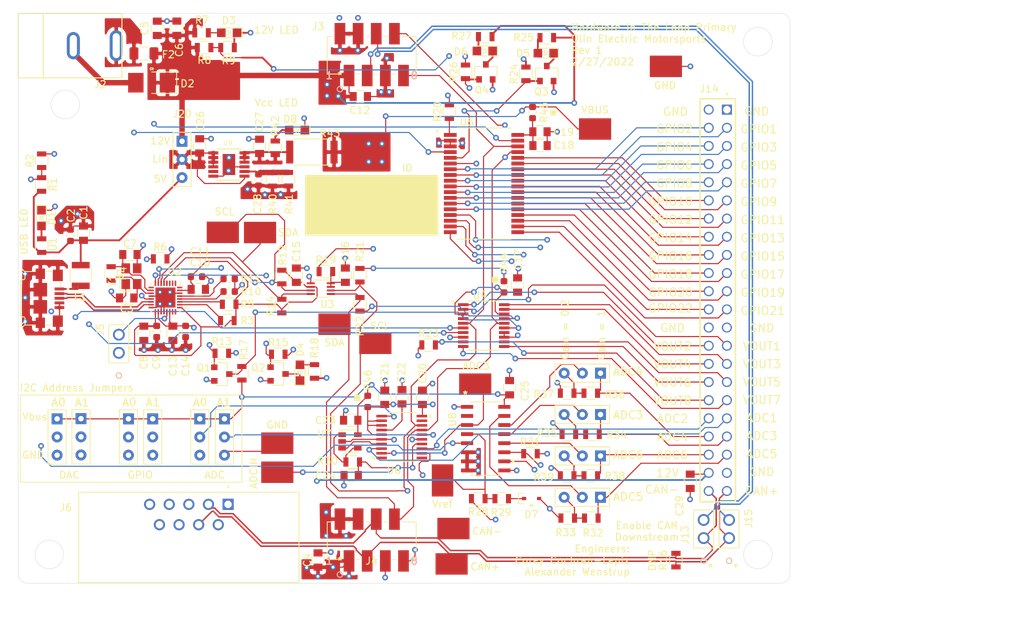
<source format=kicad_pcb>
(kicad_pcb (version 20211014) (generator pcbnew)
  (layers (0 "F.Cu" signal) (1 "In1.Cu" power) (2 "In2.Cu" signal) (31 "B.Cu" signal) (34 "B.Paste" user) (35 "F.Paste" user) (36 "B.SilkS" user "B.Silkscreen") (37 "F.SilkS" user "F.Silkscreen") (38 "B.Mask" user) (39 "F.Mask" user) (44 "Edge.Cuts" user))
  (net 0 "")
  (net 1 "+5V")
  (net 2 "GND")
  (net 3 "+12V")
  (net 4 "+3V3")
  (net 5 "VBUS")
  (net 6 "Net-(D1-Pad2)")
  (net 7 "Net-(D3-Pad2)")
  (net 8 "/D+")
  (net 9 "/D-")
  (net 10 "/DAC-A0")
  (net 11 "/DAC-A1")
  (net 12 "/GPIO-AD0")
  (net 13 "/GPIO-AD1")
  (net 14 "/GPIO-4")
  (net 15 "/GPIO-5")
  (net 16 "/GPIO-6")
  (net 17 "/GPIO-7")
  (net 18 "/GPIO-8")
  (net 19 "/GPIO-9")
  (net 20 "/GPIO-10")
  (net 21 "/GPIO-11")
  (net 22 "/GPIO-12")
  (net 23 "/GPIO-13")
  (net 24 "/GPIO-14")
  (net 25 "/GPIO-15")
  (net 26 "/GPIO-16")
  (net 27 "/GPIO-17")
  (net 28 "/GPIO-18")
  (net 29 "/GPIO-19")
  (net 30 "/GPIO-20")
  (net 31 "/GPIO-21")
  (net 32 "/GPIO-22")
  (net 33 "/VOUT-1")
  (net 34 "/VOUT-2")
  (net 35 "/VOUT-3")
  (net 36 "/VOUT-4")
  (net 37 "/VOUT-5")
  (net 38 "/VOUT-6")
  (net 39 "/VOUT-7")
  (net 40 "/VOUT-8")
  (net 41 "/ADC2")
  (net 42 "/ADC1")
  (net 43 "/Analog-MUX2")
  (net 44 "/Analog-MUX1")
  (net 45 "/Analog-MUX4")
  (net 46 "/Analog-MUX3")
  (net 47 "/FT-GPIO3")
  (net 48 "/DAC-LDAC")
  (net 49 "/FT-GPIO2")
  (net 50 "/ADC4")
  (net 51 "/GPIO-23")
  (net 52 "/GPIO-24")
  (net 53 "/SCL")
  (net 54 "/SDA")
  (net 55 "/FT-VPP")
  (net 56 "/GPIO-26")
  (net 57 "/GPIO-28")
  (net 58 "/GPIO-25")
  (net 59 "/GPIO-27")
  (net 60 "Net-(D4-Pad2)")
  (net 61 "Net-(D4-Pad1)")
  (net 62 "Net-(D5-Pad1)")
  (net 63 "Net-(D5-Pad2)")
  (net 64 "/ADC Circuitry/Analog-MUX3")
  (net 65 "/ADC Circuitry/Analog-MUX1")
  (net 66 "/ADC Circuitry/Analog-MUX2")
  (net 67 "/ADC Circuitry/Analog-MUX4")
  (net 68 "/Analog-MUX6")
  (net 69 "/Analog-MUX5")
  (net 70 "/ADC Circuitry/ADC3")
  (net 71 "/Analog-MUX7")
  (net 72 "/VBus Power/Lin-IN")
  (net 73 "/SDA-FT")
  (net 74 "/SCL-FT")
  (net 75 "Net-(C3-Pad1)")
  (net 76 "Net-(C7-Pad1)")
  (net 77 "Net-(C22-Pad1)")
  (net 78 "Net-(D6-Pad1)")
  (net 79 "Net-(D6-Pad2)")
  (net 80 "Net-(D7-Pad1)")
  (net 81 "Net-(F1-Pad2)")
  (net 82 "Net-(F2-Pad1)")
  (net 83 "/ADC-CA0")
  (net 84 "/ADC-CA1")
  (net 85 "Net-(R3-Pad1)")
  (net 86 "Net-(R5-Pad1)")
  (net 87 "Net-(R6-Pad1)")
  (net 88 "Net-(R10-Pad2)")
  (net 89 "Net-(R11-Pad2)")
  (net 90 "Net-(R20-Pad1)")
  (net 91 "Net-(U2-Pad17)")
  (net 92 "Net-(U2-Pad8)")
  (net 93 "Net-(U2-Pad32)")
  (net 94 "Net-(U2-Pad31)")
  (net 95 "Net-(U2-Pad12)")
  (net 96 "Net-(U2-Pad11)")
  (net 97 "Net-(U2-Pad10)")
  (net 98 "Net-(U2-Pad9)")
  (net 99 "Net-(D8-Pad2)")
  (net 100 "Net-(C16-Pad1)")
  (net 101 "Net-(C17-Pad1)")
  (net 102 "Net-(C18-Pad1)")
  (net 103 "Net-(C20-Pad1)")
  (net 104 "/ADC Circuitry/ADCIN")
  (net 105 "Net-(C27-Pad1)")
  (net 106 "Net-(C28-Pad1)")
  (net 107 "/CAN_AWAY-")
  (net 108 "/CAN_AWAY+")
  (net 109 "Net-(J6-Pad5)")
  (net 110 "Net-(J6-Pad4)")
  (net 111 "Net-(J6-Pad1)")
  (net 112 "Net-(J6-Pad9)")
  (net 113 "Net-(J6-Pad8)")
  (net 114 "Net-(J16-Pad3)")
  (net 115 "Net-(J17-Pad3)")
  (net 116 "Net-(J18-Pad3)")
  (net 117 "Net-(J19-Pad3)")
  (net 118 "/ADC Circuitry/Analog-MUX8")
  (net 119 "Net-(R30-Pad2)")
  (net 120 "Net-(U6-Pad7)")
  (net 121 "Net-(U6-Pad10)")
  (net 122 "Net-(U6-Pad11)")
  (net 123 "Net-(U6-Pad19)")
  (net 124 "Net-(U9-Pad5)")
  (net 125 "/GPIO-31")
  (net 126 "/GPIO-30")
  (net 127 "/GPIO-29")
  (net 128 "/CAN+")
  (net 129 "/CAN-")
  (footprint "footprints:C_0603_1608Metric" (layer "F.Cu") (at 79.91602 65.53454 90)
    (fp_text reference "C2")
    (fp_text value "C_100nF")
  )
  (footprint "footprints:C_0805_OEM" (layer "F.Cu") (at 94.7928 36.576 90)
    (fp_text reference "C6")
    (fp_text value "C_10uF_50V" hide)
  )
  (footprint "footprints:C_0805_OEM" (layer "F.Cu") (at 118.364 71.12 90)
    (fp_text reference "C16")
    (fp_text value "C_100pF" hide)
  )
  (footprint "footprints:C_0805_OEM" (layer "F.Cu") (at 129.1404 88.20036 90)
    (fp_text reference "C20")
    (fp_text value "C_10uF_16V" hide)
  )
  (footprint "footprints:LED_0805_OEM" (layer "F.Cu") (at 75.8571 63.1317 -90)
    (fp_text reference "D1")
    (fp_text value "LED_0805" hide)
  )
  (footprint "footprints:LED_0805_OEM" (layer "F.Cu") (at 112.014 84.752 90)
    (fp_text reference "D4")
    (fp_text value "LED_0805_Red" hide)
  )
  (footprint "footprints:TE_1981568-1" (layer "F.Cu") (at 75.692 74.3458 -90)
    (fp_text reference "J1")
    (fp_text value "USB-Micro-1981568-1")
  )
  (footprint "footprints:R_0805_OEM" (layer "F.Cu") (at 101.854 77.47)
    (fp_text reference "R3")
    (fp_text value "R_10K" hide)
  )
  (footprint "footprints:R_0805_OEM" (layer "F.Cu") (at 102.108 75.184)
    (fp_text reference "R5")
    (fp_text value "R_10K" hide)
  )
  (footprint "footprints:R_0603_1608Metric" (layer "F.Cu") (at 102.108 73.406 180)
    (fp_text reference "R10")
    (fp_text value "R_0")
  )
  (footprint "footprints:R_0805_OEM" (layer "F.Cu") (at 108.975 82.175)
    (fp_text reference "R15")
    (fp_text value "R_10K" hide)
  )
  (footprint "footprints:R_0603_1608Metric" (layer "F.Cu") (at 102.108 71.628 180)
    (fp_text reference "R11")
    (fp_text value "R_0")
  )
  (footprint "footprints:R_0805_OEM" (layer "F.Cu") (at 101.0793 82.042)
    (fp_text reference "R13")
    (fp_text value "R_10K" hide)
  )
  (footprint "footprints:R_0805_OEM" (layer "F.Cu") (at 114.046 84.582 90)
    (fp_text reference "R18")
    (fp_text value "R_1.91K" hide)
  )
  (footprint "footprints:R_0805_OEM" (layer "F.Cu") (at 103.886 84.836 90)
    (fp_text reference "R17")
    (fp_text value "R_10K" hide)
  )
  (footprint "footprints:R_0805_OEM" (layer "F.Cu") (at 75.8698 58.4327 -90)
    (fp_text reference "R1")
    (fp_text value "R_12K" hide)
  )
  (footprint "footprints:R_0805_OEM" (layer "F.Cu") (at 75.8825 55.1053 90)
    (fp_text reference "R2")
    (fp_text value "R_3.01K" hide)
  )
  (footprint "footprints:R_0805_OEM" (layer "F.Cu") (at 92.456 68.834)
    (fp_text reference "R6")
    (fp_text value "R_12K" hide)
  )
  (footprint "footprints:R_0805_OEM" (layer "F.Cu") (at 101.8769 39.2811)
    (fp_text reference "R9")
    (fp_text value "R_3.01K" hide)
  )
  (footprint "footprints:R_0805_OEM" (layer "F.Cu") (at 144.2534 96.0896)
    (fp_text reference "R31")
    (fp_text value "R_10K" hide)
  )
  (footprint "footprints:R_0805_OEM" (layer "F.Cu") (at 149.4604 105.09644 180)
    (fp_text reference "R33")
    (fp_text value "R_3.01K" hide)
  )
  (footprint "footprints:R_0805_OEM" (layer "F.Cu") (at 152.92496 93.38704 180)
    (fp_text reference "R34")
    (fp_text value "R_12K" hide)
  )
  (footprint "footprints:R_0805_OEM" (layer "F.Cu") (at 149.6255 93.38704 180)
    (fp_text reference "R35")
    (fp_text value "R_3.01K" hide)
  )
  (footprint "footprints:R_0805_OEM" (layer "F.Cu") (at 152.68366 87.62378 180)
    (fp_text reference "R36")
    (fp_text value "R_12K" hide)
  )
  (footprint "footprints:R_0805_OEM" (layer "F.Cu") (at 149.3842 87.62378 180)
    (fp_text reference "R37")
    (fp_text value "R_3.01K" hide)
  )
  (footprint "footprints:R_0805_OEM" (layer "F.Cu") (at 152.68366 99.18586 180)
    (fp_text reference "R38")
    (fp_text value "R_12K" hide)
  )
  (footprint "footprints:FT4222_QFN" (layer "F.Cu") (at 93.1926 74.2442 180)
    (fp_text reference "U2")
    (fp_text value "FT4222H")
  )
  (footprint "footprints:barrel_jack_PJ-037A" (layer "F.Cu") (at 86.3092 39.0144)
    (fp_text reference "J2")
    (fp_text value "Barrel_jack")
  )
  (footprint "footprints:C_0805_OEM" (layer "F.Cu") (at 114.53622 110.96244 90)
    (fp_text reference "C4")
    (fp_text value "C_10uF_50V" hide)
  )
  (footprint "footprints:C_0805_OEM" (layer "F.Cu") (at 120.45 46.125)
    (fp_text reference "C12")
    (fp_text value "C_10uF_50V" hide)
  )
  (footprint "footprints:C_0805_OEM" (layer "F.Cu") (at 123.8699 88.20112 90)
    (fp_text reference "C21")
    (fp_text value "C_2.2uF" hide)
  )
  (footprint "footprints:D_13V_Zener" (layer "F.Cu") (at 91.2622 44.196 180)
    (fp_text reference "D2")
    (fp_text value "D_Zener_13V" hide)
  )
  (footprint "footprints:SOP50P310X90-8N_pca9306" (layer "F.Cu") (at 114.9223 72.9996)
    (fp_text reference "U3")
    (fp_text value "PCA9306")
  )
  (footprint "footprints:C_0805_OEM" (layer "F.Cu") (at 97.79 73.1012)
    (fp_text reference "C10")
    (fp_text value "C_4.7uF_25V" hide)
  )
  (footprint "footprints:C_0603_1608Metric" (layer "F.Cu") (at 97.536 71.3232)
    (fp_text reference "C11")
    (fp_text value "C_100nF")
  )
  (footprint "footprints:C_0805_OEM" (layer "F.Cu") (at 94.234 79.248 -90)
    (fp_text reference "C13")
    (fp_text value "C_4.7uF_25V" hide)
  )
  (footprint "footprints:C_0603_1608Metric" (layer "F.Cu") (at 96.012 78.994 -90)
    (fp_text reference "C14")
    (fp_text value "C_100nF")
  )
  (footprint "footprints:Fuse_1210" (layer "F.Cu") (at 81.3435 71.1581 -90)
    (fp_text reference "F1")
    (fp_text value "F_500mA_16V" hide)
  )
  (footprint "footprints:R_0805_OEM" (layer "F.Cu") (at 109.474 71.374 -90)
    (fp_text reference "R12")
    (fp_text value "R_8.06k" hide)
  )
  (footprint "footprints:R_0805_OEM" (layer "F.Cu") (at 109.474 75.438 90)
    (fp_text reference "R14")
    (fp_text value "R_8.06k" hide)
  )
  (footprint "footprints:R_0805_OEM" (layer "F.Cu") (at 120.396 71.12 -90)
    (fp_text reference "R21")
    (fp_text value "R_8.06k" hide)
  )
  (footprint "footprints:R_0805_OEM" (layer "F.Cu") (at 120.396 75.184 90)
    (fp_text reference "R22")
    (fp_text value "R_8.06k" hide)
  )
  (footprint "footprints:R_0805_OEM" (layer "F.Cu") (at 149.3842 99.18586 180)
    (fp_text reference "R39")
    (fp_text value "R_3.01K" hide)
  )
  (footprint "footprints:R_0805_OEM" (layer "F.Cu") (at 108.1659 57.7088 -90)
    (fp_text reference "R40")
    (fp_text value "R_33.2k" hide)
  )
  (footprint "footprints:R_0805_OEM" (layer "F.Cu") (at 75.8825 66.9798 90)
    (fp_text reference "U1")
    (fp_text value "R_500" hide)
  )
  (footprint "footprints:C_0805_OEM" (layer "F.Cu") (at 119.1074 91.4033)
    (fp_text reference "C23")
    (fp_text value "C_1uF" hide)
  )
  (footprint "footprints:C_0805_OEM" (layer "F.Cu") (at 126.2829 88.12162 90)
    (fp_text reference "C22")
    (fp_text value "C_1uF" hide)
  )
  (footprint "footprints:C_0805_OEM" (layer "F.Cu") (at 141.3324 86.8567 90)
    (fp_text reference "C25")
    (fp_text value "C_0.1uF" hide)
  )
  (footprint "footprints:C_0805_OEM" (layer "F.Cu") (at 97.9805 53.0352 90)
    (fp_text reference "C26")
    (fp_text value "C_4.7uF_25V" hide)
  )
  (footprint "footprints:C_0805_OEM" (layer "F.Cu") (at 106.3625 53.0987 90)
    (fp_text reference "C27")
    (fp_text value "C_10uF_25V" hide)
  )
  (footprint "footprints:TE_5745781-4" (layer "F.Cu") (at 96.4692 104.5972)
    (fp_text reference "J6")
    (fp_text value "DSub-9")
  )
  (footprint "footprints:PinHeader_1x03_P2.54mm_Vertical" (layer "F.Cu") (at 95.5167 52.3875)
    (fp_text reference "J20")
    (fp_text value "CONN_01X03")
  )
  (footprint "footprints:R_0805_OEM" (layer "F.Cu") (at 108.55805 53.2987 90)
    (fp_text reference "R42")
    (fp_text value "R_330" hide)
  )
  (footprint "footprints:R_0603_1608Metric" (layer "F.Cu") (at 121.4823 88.7744 90)
    (fp_text reference "R46")
    (fp_text value "R_0")
  )
  (footprint "footprints:SOT-23-5_OEM" (layer "F.Cu") (at 119.0058 94.3751)
    (fp_text reference "U7")
    (fp_text value "MCP6001" hide)
  )
  (footprint "footprints:MSOP-12_MSE" (layer "F.Cu") (at 102.0699 55.6387)
    (fp_text reference "U9")
    (fp_text value "LT3045")
  )
  (footprint "footprints:C_0805_OEM" (layer "F.Cu") (at 166.6 99.95 -90)
    (fp_text reference "C29")
    (fp_text value "C_10uF_50V" hide)
  )
  (footprint "footprints:pinheader_1x2" (layer "F.Cu") (at 86.6775 81.9785 90)
    (fp_text reference "J5")
    (fp_text value "CONN_01x02" hide)
  )
  (footprint "footprints:pinheader_1x2" (layer "F.Cu") (at 168.4775 107.893 90)
    (fp_text reference "J13")
    (fp_text value "CONN_01x02" hide)
  )
  (footprint "footprints:LED_0805_OEM" (layer "F.Cu") (at 111.5949 50.8254 180)
    (fp_text reference "D8")
    (fp_text value "LED_0805" hide)
  )
  (footprint "footprints:C_0805_OEM" (layer "F.Cu") (at 87.775 74.3 180)
    (fp_text reference "C3")
    (fp_text value "C_30pF" hide)
  )
  (footprint "footprints:R_0805_OEM" (layer "F.Cu") (at 85.598 70.8787 -90)
    (fp_text reference "R4")
    (fp_text value "R_1M" hide)
  )
  (footprint "footprints:Crystal_SMD_FA238" (layer "F.Cu") (at 88.4428 71.2597 90)
    (fp_text reference "Y1")
    (fp_text value "Crystal_12MHz" hide)
  )
  (footprint "footprints:C_0805_OEM" (layer "F.Cu") (at 88.2269 68.2244)
    (fp_text reference "C7")
    (fp_text value "C_30pF" hide)
  )
  (footprint "footprints:C_0805_OEM" (layer "F.Cu") (at 92.0496 36.5887 90)
    (fp_text reference "C5")
    (fp_text value "C_10uF_50V" hide)
  )
  (footprint "footprints:Fuse_1206" (layer "F.Cu") (at 90.1857 40.1066)
    (fp_text reference "F2")
    (fp_text value "1.5A_Fuse")
  )
  (footprint "footprints:R_0805_OEM" (layer "F.Cu") (at 98.2447 37.211)
    (fp_text reference "R7")
    (fp_text value "R_1.91K" hide)
  )
  (footprint "footprints:R_0805_OEM" (layer "F.Cu") (at 98.6028 39.2811)
    (fp_text reference "R8")
    (fp_text value "R_12K" hide)
  )
  (footprint "footprints:LED_0805_OEM" (layer "F.Cu") (at 102.108 37.211 180)
    (fp_text reference "D3")
    (fp_text value "LED_0805" hide)
  )
  (footprint "footprints:R_0805_OEM" (layer "F.Cu") (at 110.4011 57.6961 -90)
    (fp_text reference "R41")
    (fp_text value "R_49.90k" hide)
  )
  (footprint "footprints:C_0603_1608Metric" (layer "F.Cu") (at 106.2101 57.7978 -90)
    (fp_text reference "C28")
    (fp_text value "C_1000nF")
  )
  (footprint "footprints:R_2512_OEM" (layer "F.Cu") (at 113.6777 53.8988 180)
    (fp_text reference "R43")
    (fp_text value "R_0_2512" hide)
  )
  (footprint "footprints:PinHeader_1x03_P2.54mm_Vertical" (layer "F.Cu") (at 91.4146 91.2114)
    (fp_text reference "J8" hide)
    (fp_text value "CONN_01X03")
  )
  (footprint "footprints:PinHeader_1x03_P2.54mm_Vertical" (layer "F.Cu") (at 88.01989 91.2114)
    (fp_text reference "J7" hide)
    (fp_text value "CONN_01X03")
  )
  (footprint "footprints:LED_0805_OEM" (layer "F.Cu") (at 146.38954 40.06228 180)
    (fp_text reference "D5")
    (fp_text value "LED_0805_Amber" hide)
  )
  (footprint "footprints:C_0805_OEM" (layer "F.Cu") (at 145.57928 51.0554)
    (fp_text reference "C19")
    (fp_text value "C_10uF_25V" hide)
  )
  (footprint "footprints:SOT-23F" (layer "F.Cu") (at 138.01262 42.6861 90)
    (fp_text reference "Q4")
    (fp_text value "SSM3K333R" hide)
  )
  (footprint "footprints:SOT-23F" (layer "F.Cu") (at 146.53432 42.90962 90)
    (fp_text reference "Q3")
    (fp_text value "SSM3K333R" hide)
  )
  (footprint "footprints:C_0805_OEM" (layer "F.Cu") (at 145.59198 52.98834)
    (fp_text reference "C18")
    (fp_text value "C_0.1uF" hide)
  )
  (footprint "footprints:R_0805_OEM" (layer "F.Cu") (at 130.004 80.875)
    (fp_text reference "R23")
    (fp_text value "R_1K" hide)
  )
  (footprint "footprints:R_0805_OEM" (layer "F.Cu") (at 132.90722 48.24108 90)
    (fp_text reference "R20")
    (fp_text value "R_39K" hide)
  )
  (footprint "footprints:R_0805_OEM" (layer "F.Cu") (at 143.61586 42.95788 90)
    (fp_text reference "R24")
    (fp_text value "R_10K" hide)
  )
  (footprint "footprints:R_0603_1608Metric" (layer "F.Cu") (at 144.54296 48.36808 -90)
    (fp_text reference "R45")
    (fp_text value "R_0")
  )
  (footprint "footprints:PinHeader_1x03_P2.54mm_Vertical" (layer "F.Cu") (at 78.0415 91.2114)
    (fp_text reference "J9" hide)
    (fp_text value "CONN_01X03")
  )
  (footprint "footprints:SOP80P1030X264-36N" (layer "F.Cu") (at 137.7554 58.3009)
    (fp_text reference "U5")
    (fp_text value "MAX7300AAXT")
  )
  (footprint "footprints:R_0805_OEM" (layer "F.Cu") (at 137.92626 37.75088 180)
    (fp_text reference "R27")
    (fp_text value "R_1.91K" hide)
  )
  (footprint "footprints:PinHeader_1x03_P2.54mm_Vertical" (layer "F.Cu") (at 81.3816 91.186)
    (fp_text reference "J10" hide)
    (fp_text value "CONN_01X03")
  )
  (footprint "footprints:PinHeader_1x03_P2.54mm_Vertical" (layer "F.Cu") (at 97.99828 91.2114)
    (fp_text reference "J11" hide)
    (fp_text value "CONN_01X03")
  )
  (footprint "footprints:PinHeader_1x03_P2.54mm_Vertical" (layer "F.Cu") (at 101.4476 91.2114)
    (fp_text reference "J12" hide)
    (fp_text value "CONN_01X03")
  )
  (footprint "footprints:PinHeader_1x03_P2.54mm_Vertical" (layer "F.Cu") (at 154.04764 96.394986 -90)
    (fp_text reference "J19" hide)
    (fp_text value "CONN_01X03")
  )
  (footprint "footprints:PinHeader_1x03_P2.54mm_Vertical" (layer "F.Cu") (at 154.04764 84.82304 -90)
    (fp_text reference "J18" hide)
    (fp_text value "CONN_01X03")
  )
  (footprint "footprints:PinHeader_1x03_P2.54mm_Vertical" (layer "F.Cu") (at 154.04764 90.609013 -90)
    (fp_text reference "J17" hide)
    (fp_text value "CONN_01X03")
  )
  (footprint "footprints:PinHeader_1x03_P2.54mm_Vertical" (layer "F.Cu") (at 154.04764 102.18096 -90)
    (fp_text reference "J16" hide)
    (fp_text value "CONN_01X03")
  )
  (footprint "footprints:C_0805_OEM" (layer "F.Cu") (at 119.1742 99.1249 180)
    (fp_text reference "C24")
    (fp_text value "C_30pF" hide)
  )
  (footprint "footprints:R_0805_OEM" (layer "F.Cu") (at 119.3868 97.2453 180)
    (fp_text reference "R30")
    (fp_text value "R_1K" hide)
  )
  (footprint "footprints:AD7091R-5BRUZ" (layer "F.Cu") (at 126.2448 93.7528)
    (fp_text reference "U6")
    (fp_text value "AD7091R-5BRUZ" hide)
  )
  (footprint "footprints:74HCT4051D" (layer "F.Cu") (at 137.9923 93.9814)
    (fp_text reference "U8")
    (fp_text value "74HCT4051D" hide)
  )
  (footprint "footprints:R_0805_OEM" (layer "F.Cu") (at 140.2299 102.37338)
    (fp_text reference "R29")
    (fp_text value "R_10K" hide)
  )
  (footprint "footprints:R_0805_OEM" (layer "F.Cu") (at 136.94822 102.37338)
    (fp_text reference "R28")
    (fp_text value "R_10K" hide)
  )
  (footprint "footprints:SOD-323" (layer "F.Cu") (at 144.4082 102.3556)
    (fp_text reference "D7")
    (fp_text value "D_Zener_2V" hide)
  )
  (footprint "footprints:R_0805_OEM" (layer "F.Cu") (at 135.16274 42.67594 90)
    (fp_text reference "R26")
    (fp_text value "R_10K" hide)
  )
  (footprint "footprints:LED_0805_OEM" (layer "F.Cu") (at 137.86022 39.76002 180)
    (fp_text reference "D6")
    (fp_text value "LED_0805_Amber" hide)
  )
  (footprint "footprints:R_0805_OEM" (layer "F.Cu") (at 146.53432 37.89058 180)
    (fp_text reference "R25")
    (fp_text value "R_1.91K" hide)
  )
  (footprint "footprints:C_0805_OEM" (layer "F.Cu") (at 81.72958 65.2399 90)
    (fp_text reference "C1")
    (fp_text value "C_4.7uF_25V" hide)
  )
  (footprint "footprints:C_0603_1608Metric" (layer "F.Cu") (at 91.96832 78.994 -90)
    (fp_text reference "C9")
    (fp_text value "C_100nF")
  )
  (footprint "footprints:C_0805_OEM" (layer "F.Cu") (at 90.17 79.248 -90)
    (fp_text reference "C8")
    (fp_text value "C_4.7uF_25V" hide)
  )
  (footprint "footprints:SOT-23F" (layer "F.Cu") (at 108.9492 84.9351)
    (fp_text reference "Q2")
    (fp_text value "SSM3K333R" hide)
  )
  (footprint "footprints:SOT-23F" (layer "F.Cu") (at 101.0793 84.9503)
    (fp_text reference "Q1")
    (fp_text value "SSM3K333R" hide)
  )
  (footprint "footprints:C_0805_OEM" (layer "F.Cu") (at 111.506 71.12 90)
    (fp_text reference "C15")
    (fp_text value "C_4.7uF_25V" hide)
  )
  (footprint "footprints:R_0805_OEM" (layer "F.Cu") (at 115.636 70.612)
    (fp_text reference "R19")
    (fp_text value "R_200K" hide)
  )
  (footprint "footprints:R_0603_1608Metric" (layer "F.Cu") (at 140.545 72.747 -90)
    (fp_text reference "R44")
    (fp_text value "R_0")
  )
  (footprint "footprints:SOP65P640X120-20N_AD" (layer "F.Cu") (at 137.7129 78.1699)
    (fp_text reference "U4")
    (fp_text value "AD5675")
  )
  (footprint "footprints:C_0805_OEM" (layer "F.Cu") (at 142.45 72.493 90)
    (fp_text reference "C17")
    (fp_text value "C_10uF_16V" hide)
  )
  (footprint "footprints:micromatch_female_vert_8_sm" (layer "F.Cu") (at 117.602 43.187874)
    (fp_text reference "J3")
    (fp_text value "MM_F_VT_08_SM" hide)
  )
  (footprint "footprints:micromatch_female_vert_8_sm" (layer "F.Cu") (at 117.602 111.0869)
    (fp_text reference "J4")
    (fp_text value "MM_F_VT_08_SM" hide)
  )
  (footprint "footprints:pinheader_1x2" (layer "F.Cu") (at 172.0335 107.893 90)
    (fp_text reference "J15")
    (fp_text value "CONN_01x02" hide)
  )
  (footprint "footprints:SAMTEC_SSW-122-01-G-D" (layer "F.Cu") (at 171.725 47.9633 90)
    (fp_text reference "J14")
    (fp_text value "SSW-122-01-G-D")
  )
  (footprint "footprints:R_0805_OEM" (layer "F.Cu") (at 164.6 110.975 90)
    (fp_text reference "R16")
    (fp_text value "R_120_DNP" hide)
  )
  (footprint "footprints:R_0805_OEM" (layer "F.Cu") (at 152.75986 105.09644 180)
    (fp_text reference "R32")
    (fp_text value "R_12K" hide)
  )
  (footprint "footprints:Test_Point_SMD" (layer "F.Cu") (at 163.195 41.91)
    (fp_text reference "TP1" hide)
    (fp_text value "Test_Point_SMD")
  )
  (footprint "footprints:Test_Point_SMD" (layer "F.Cu") (at 133.223 111.506 180)
    (fp_text reference "TP2" hide)
    (fp_text value "Test_Point_SMD" hide)
  )
  (footprint "footprints:Test_Point_SMD" (layer "F.Cu") (at 133.477 106.553 180)
    (fp_text reference "TP3" hide)
    (fp_text value "Test_Point_SMD" hide)
  )
  (footprint "footprints:Test_Point_SMD" (layer "F.Cu") (at 101.222 65.127)
    (fp_text reference "TP4" hide)
    (fp_text value "Test_Point_SMD" hide)
  )
  (footprint "footprints:Test_Point_SMD" (layer "F.Cu") (at 106.426 65.151)
    (fp_text reference "TP5" hide)
    (fp_text value "Test_Point_SMD" hide)
  )
  (footprint "footprints:Test_Point_SMD" (layer "F.Cu") (at 122.555 80.645)
    (fp_text reference "TP7" hide)
    (fp_text value "Test_Point_SMD" hide)
  )
  (footprint "footprints:Test_Point_SMD" (layer "F.Cu") (at 108.839 94.615)
    (fp_text reference "TP8" hide)
    (fp_text value "Test_Point_SMD" hide)
  )
  (footprint "footprints:Test_Point_SMD" (layer "F.Cu") (at 108.839 98.679)
    (fp_text reference "TP9" hide)
    (fp_text value "Test_Point_SMD" hide)
  )
  (footprint "footprints:Test_Point_SMD" (layer "F.Cu") (at 131.953 99.822 90)
    (fp_text reference "TP10" hide)
    (fp_text value "Test_Point_SMD" hide)
  )
  (footprint "footprints:Test_Point_SMD" (layer "F.Cu") (at 136.525 86.36)
    (fp_text reference "TP11" hide)
    (fp_text value "Test_Point_SMD" hide)
  )
  (footprint "footprints:Test_Point_SMD" (layer "F.Cu") (at 153.289 50.673)
    (fp_text reference "TP12" hide)
    (fp_text value "Test_Point_SMD" hide)
  )
  (footprint "footprints:Test_Point_SMD" (layer "F.Cu") (at 116.84 77.978)
    (fp_text reference "TP6" hide)
    (fp_text value "Test_Point_SMD" hide)
  )
  (gr_poly (pts (xy 119.634 88.646) (xy 119.634 87.884) (xy 120.396 87.884) (xy 120.396 88.646)) (layer "F.SilkS") (width 0.1) (fill solid))
  (gr_poly (pts (xy 138.938 72.136) (xy 138.938 71.374) (xy 139.7 71.374) (xy 139.7 72.136)) (layer "F.SilkS") (width 0.1) (fill solid))
  (gr_line (start 72.898 87.884) (end 103.886 87.884) (layer "F.SilkS") (width 0.12))
  (gr_poly (pts (xy 147.066 48.768) (xy 147.066 48.006) (xy 147.828 48.006) (xy 147.828 48.768)) (layer "F.SilkS") (width 0.1) (fill solid))
  (gr_poly (pts (xy 112.776 65.532) (xy 112.776 57.15) (xy 131.318 57.15) (xy 131.318 65.532)) (layer "F.SilkS") (width 0.1) (fill solid))
  (gr_line (start 72.898 100.076) (end 72.898 87.884) (layer "F.SilkS") (width 0.12))
  (gr_line (start 103.886 87.884) (end 103.886 100.076) (layer "F.SilkS") (width 0.12))
  (gr_line (start 103.886 100.076) (end 72.898 100.076) (layer "F.SilkS") (width 0.12))
  (gr_line (start 179.2732 34.4932) (end 72.5932 34.4932) (layer "Edge.Cuts") (width 0.05))
  (gr_arc (start 179.2732 34.4932) (mid 180.171226 34.865174) (end 180.5432 35.7632) (layer "Edge.Cuts") (width 0.05))
  (gr_circle (center 79.1784 47.244) (end 81.1784 47.244) (layer "Edge.Cuts") (width 0.05) (fill none))
  (gr_line (start 179.2732 114.1984) (end 73.8632 114.1984) (layer "Edge.Cuts") (width 0.05))
  (gr_circle (center 176.054 110.1852) (end 178.054 110.1852) (layer "Edge.Cuts") (width 0.05) (fill none))
  (gr_line (start 180.5432 112.9284) (end 180.5432 35.7632) (layer "Edge.Cuts") (width 0.05))
  (gr_arc (start 73.8632 114.1984) (mid 72.965174 113.826426) (end 72.5932 112.9284) (layer "Edge.Cuts") (width 0.05))
  (gr_circle (center 76.9432 110.1852) (end 78.9432 110.1852) (layer "Edge.Cuts") (width 0.05) (fill none))
  (gr_line (start 72.5932 34.4932) (end 72.5932 112.9284) (layer "Edge.Cuts") (width 0.05))
  (gr_circle (center 176.054 38.4556) (end 178.054 38.4556) (layer "Edge.Cuts") (width 0.05) (fill none))
  (gr_arc (start 180.5432 112.9284) (mid 180.171226 113.826426) (end 179.2732 114.1984) (layer "Edge.Cuts") (width 0.05))
  (gr_text "GPIO1" (at 178.85 50.690909) (layer "F.SilkS") (effects (font (size 1.143 1.143) (thickness 0.1524)) (justify right)))
  (gr_text "GPIO3" (at 178.85 53.231818) (layer "F.SilkS") (effects (font (size 1.143 1.143) (thickness 0.1524)) (justify right)))
  (gr_text "GPIO5" (at 178.85 55.772727) (layer "F.SilkS") (effects (font (size 1.143 1.143) (thickness 0.1524)) (justify right)))
  (gr_text "GPIO7" (at 178.85 58.313636) (layer "F.SilkS") (effects (font (size 1.143 1.143) (thickness 0.1524)) (justify right)))
  (gr_text "GPIO9" (at 178.85 60.854545) (layer "F.SilkS") (effects (font (size 1.143 1.143) (thickness 0.1524)) (justify right)))
  (gr_text "GPIO11" (at 179.938571 63.395454) (layer "F.SilkS") (effects (font (size 1.143 1.143) (thickness 0.1524)) (justify right)))
  (gr_text "GPIO13" (at 179.938571 65.936363) (layer "F.SilkS") (effects (font (size 1.143 1.143) (thickness 0.1524)) (justify right)))
  (gr_text "GPIO15" (at 179.938571 68.477272) (layer "F.SilkS") (effects (font (size 1.143 1.143) (thickness 0.1524)) (justify right)))
  (gr_text "GPIO17" (at 179.938571 71.018181) (layer "F.SilkS") (effects (font (size 1.143 1.143) (thickness 0.1524)) (justify right)))
  (gr_text "GPIO19" (at 179.938571 73.55909) (layer "F.SilkS") (effects (font (size 1.143 1.143) (thickness 0.1524)) (justify right)))
  (gr_text "GPIO21" (at 179.938571 76.1) (layer "F.SilkS") (effects (font (size 1.143 1.143) (thickness 0.1524)) (justify right)))
  (gr_text "GPIO22" (at 167.05 75.74) (layer "F.SilkS") (effects (font (size 1.143 1.143) (thickness 0.1524)) (justify right)))
  (gr_text "VOUT1" (at 179.375285 81.039375) (layer "F.SilkS") (effects (font (size 1.143 1.143) (thickness 0.1524)) (justify right)))
  (gr_text "VOUT3" (at 179.375285 83.55375) (layer "F.SilkS") (effects (font (size 1.143 1.143) (thickness 0.1524)) (justify right)))
  (gr_text "VOUT5" (at 179.375285 86.068125) (layer "F.SilkS") (effects (font (size 1.143 1.143) (thickness 0.1524)) (justify right)))
  (gr_text "VOUT7" (at 179.375285 88.5825) (layer "F.SilkS") (effects (font (size 1.143 1.143) (thickness 0.1524)) (justify right)))
  (gr_text "GND" (at 178.45 78.525) (layer "F.SilkS") (effects (font (size 1.143 1.143) (thickness 0.1524)) (justify right)))
  (gr_text "GND" (at 165.963 78.5) (layer "F.SilkS") (effects (font (size 1.143 1.143) (thickness 0.1524)) (justify right)))
  (gr_text "ADC1" (at 178.885428 91.096875) (layer "F.SilkS") (effects (font (size 1.143 1.143) (thickness 0.1524)) (justify right)))
  (gr_text "GND" (at 178.45 98.64) (layer "F.SilkS") (effects (font (size 1.143 1.143) (thickness 0.1524)) (justify right)))
  (gr_text "CAN+" (at 179.075928 101.3) (layer "F.SilkS") (effects (font (size 1.143 1.143) (thickness 0.1524)) (justify right)))
  (gr_text "ADC3" (at 178.885428 93.61125) (layer "F.SilkS") (effects (font (size 1.143 1.143) (thickness 0.1524)) (justify right)))
  (gr_text "ADC5" (at 178.885428 96.125625) (layer "F.SilkS") (effects (font (size 1.143 1.143) (thickness 0.1524)) (justify right)))
  (gr_text "VOUT8" (at 166.888285 88.652) (layer "F.SilkS") (effects (font (size 1.143 1.143) (thickness 0.1524)) (justify right)))
  (gr_text "VOUT2" (at 166.888285 81.038) (layer "F.SilkS") (effects (font (size 1.143 1.143) (thickness 0.1524)) (justify right)))
  (gr_text "VOUT6" (at 166.888285 86.114) (layer "F.SilkS") (effects (font (size 1.143 1.143) (thickness 0.1524)) (justify right)))
  (gr_text "VOUT4" (at 166.888285 83.576) (layer "F.SilkS") (effects (font (size 1.143 1.143) (thickness 0.1524)) (justify right)))
  (gr_text "ADC2" (at 166.398428 91.19) (layer "F.SilkS") (effects (font (size 1.143 1.143) (thickness 0.1524)) (justify right)))
  (gr_text "ADC6" (at 166.37 96.266) (layer "F.SilkS") (effects (font (size 1.143 1.143) (thickness 0.1524)) (justify right)))
  (gr_text "ADC4" (at 166.398428 93.728) (layer "F.SilkS") (effects (font (size 1.143 1.143) (thickness 0.1524)) (justify right)))
  (gr_text "GPIO6" (at 167.05 55.722727) (layer "F.SilkS") (effects (font (size 1.143 1.143) (thickness 0.1524)) (justify right)))
  (gr_text "GPIO16" (at 167.05 68.427272) (layer "F.SilkS") (effects (font (size 1.143 1.143) (thickness 0.1524)) (justify right)))
  (gr_text "GPIO10" (at 167.05 60.804545) (layer "F.SilkS") (effects (font (size 1.143 1.143) (thickness 0.1524)) (justify right)))
  (gr_text "GPIO4" (at 167.05 53.181818) (layer "F.SilkS") (effects (font (size 1.143 1.143) (thickness 0.1524)) (justify right)))
  (gr_text "GPIO8" (at 167.05 58.263636) (layer "F.SilkS") (effects (font (size 1.143 1.143) (thickness 0.1524)) (justify right)))
  (gr_text "GPIO2" (at 167.05 50.640909) (layer "F.SilkS") (effects (font (size 1.143 1.143) (thickness 0.1524)) (justify right)))
  (gr_text "GPIO12" (at 167.05 63.345454) (layer "F.SilkS") (effects (font (size 1.143 1.143) (thickness 0.1524)) (justify right)))
  (gr_text "GPIO14" (at 167.05 65.886363) (layer "F.SilkS") (effects (font (size 1.143 1.143) (thickness 0.1524)) (justify right)))
  (gr_text "GPIO20" (at 167.05 73.50909) (layer "F.SilkS") (effects (font (size 1.143 1.143) (thickness 0.1524)) (justify right)))
  (gr_text "GPIO18" (at 167.05 70.968181) (layer "F.SilkS") (effects (font (size 1.143 1.143) (thickness 0.1524)) (justify right)))
  (gr_text "GND" (at 177.73 48.2) (layer "F.SilkS") (effects (font (size 1.143 1.143) (thickness 0.1524)) (justify right)))
  (gr_text "GND" (at 166.37 48.26) (layer "F.SilkS") (effects (font (size 1.143 1.143) (thickness 0.1524)) (justify right)))
  (gr_text "12V" (at 165.1 98.806) (layer "F.SilkS") (effects (font (size 1.143 1.143) (thickness 0.1524)) (justify right)))
  (gr_text "CAN-" (at 165.1 101.092) (layer "F.SilkS") (effects (font (size 1.143 1.143) (thickness 0.1524)) (justify right)))
  (gr_text "Lin" (at 92.456 54.864) (layer "F.SilkS") (effects (font (size 1 1))))
  (gr_text "5V" (at 92.456 57.658) (layer "F.SilkS") (effects (font (size 1 1))))
  (gr_text "GPIO" (at 89.662 99.06) (layer "F.SilkS") (effects (font (size 1 1))))
  (gr_text "ADC" (at 100.076 99.06) (layer "F.SilkS") (effects (font (size 1 1))))
  (gr_text "12V LED" (at 108.712 36.83) (layer "F.SilkS") (effects (font (size 1 1))))
  (gr_text "Vcc LED" (at 108.712 46.99) (layer "F.SilkS") (effects (font (size 1 1))))
  (gr_text "A1" (at 81.534 88.9) (layer "F.SilkS") (effects (font (size 1.1 1.1) (thickness 0.18))))
  (gr_text "GND" (at 74.676 96.266) (layer "F.SilkS") (effects (font (size 1 1))))
  (gr_text "A0" (at 88.138 88.9) (layer "F.SilkS") (effects (font (size 1.1 1.1) (thickness 0.18))))
  (gr_text "A1" (at 91.44 88.9) (layer "F.SilkS") (effects (font (size 1.1 1.1) (thickness 0.18))))
  (gr_text "A0" (at 98.044 88.9) (layer "F.SilkS") (effects (font (size 1.1 1.1) (thickness 0.18))))
  (gr_text "A1" (at 101.346 88.9) (layer "F.SilkS") (effects (font (size 1.1 1.1) (thickness 0.18))))
  (gr_text "Gain = 0.2" (at 149.098 78.74 90) (layer "F.SilkS") (effects (font (size 1 1))))
  (gr_text "ADC4" (at 155.702 84.582) (layer "F.SilkS") (effects (font (size 1.1 1.1) (thickness 0.18)) (justify left)))
  (gr_text "ADC3" (at 155.702 90.678) (layer "F.SilkS") (effects (font (size 1.1 1.1) (thickness 0.18)) (justify left)))
  (gr_text "ADC6" (at 155.702 96.266) (layer "F.SilkS") (effects (font (size 1.1 1.1) (thickness 0.18)) (justify left)))
  (gr_text "ADC5" (at 155.702 102.108) (layer "F.SilkS") (effects (font (size 1.1 1.1) (thickness 0.18)) (justify left)))
  (gr_text "CAN-" (at 138.176 106.934) (layer "F.SilkS") (effects (font (size 1 1))))
  (gr_text "CAN+" (at 137.922 111.887) (layer "F.SilkS") (effects (font (size 1 1))))
  (gr_text "GND" (at 163.068 44.577) (layer "F.SilkS") (effects (font (size 1 1))))
  (gr_text "GND" (at 108.839 92.075) (layer "F.SilkS") (effects (font (size 1 1))))
  (gr_text "ADCIN" (at 105.537 98.806 90) (layer "F.SilkS") (effects (font (size 1 1))))
  (gr_text "ADC3" (at 136.652 83.82) (layer "F.SilkS") (effects (font (size 1 1))))
  (gr_text "Vref" (at 131.953 103.124) (layer "F.SilkS") (effects (font (size 1 1))))
  (gr_text "VBUS" (at 153.289 48.006) (layer "F.SilkS") (effects (font (size 1 1))))
  (gr_text "SCL" (at 123.19 78.232) (layer "F.SilkS") (effects (font (size 1 1))))
  (gr_text "SDA" (at 116.84 80.518) (layer "F.SilkS") (effects (font (size 1 1))))
  (gr_text "SCL" (at 101.473 62.23) (layer "F.SilkS") (effects (font (size 1 1))))
  (gr_text "SDA" (at 110.363 65.151) (layer "F.SilkS") (effects (font (size 1 1))))
  (gr_text "Enable CAN\nDownstream" (at 160.528 106.934) (layer "F.SilkS") (effects (font (size 1 1))))
  (gr_text "ID" (at 127 56.134) (layer "F.SilkS") (effects (font (size 1 1))))
  (gr_text "USB LED" (at 73.406 65.024 90) (layer "F.SilkS") (effects (font (size 1 1))))
  (gr_text "I2C Address Jumpers" (at 80.772 86.868) (layer "F.SilkS") (effects (font (size 1 1))))
  (gr_text "12V" (at 92.456 52.324) (layer "F.SilkS") (effects (font (size 1 1))))
  (gr_text "Engineers:\nCorey Cochran-Lepiz\nAlexander Wenstrup" (at 158.242 110.998) (layer "F.SilkS") (effects (font (size 1 1)) (justify right)))
  (gr_text "DAC" (at 79.756 99.06) (layer "F.SilkS") (effects (font (size 1 1))))
  (gr_text "Hardware In The Loop Primary\nOlin Electric Motorsports\nRev 1\n2/27/2022" (at 149.86 38.862) (layer "F.SilkS") (effects (font (size 1 1)) (justify left)))
  (gr_text "Gain = 1" (at 154.178 79.502 90) (layer "F.SilkS") (effects (font (size 1 1))))
  (gr_text "A0" (at 78.232 88.9) (layer "F.SilkS") (effects (font (size 1.1 1.1) (thickness 0.18))))
  (gr_text "Vbus" (at 74.93 90.932) (layer "F.SilkS") (effects (font (size 1 1))))
  (gr_text "DNP" (at 161.29 110.998 90) (layer "F.SilkS") (effects (font (size 1 1))))
  (via (at 120.125 35.125) (size 0.8) (drill 0.4) (layers "F.Cu" "B.Cu") (net 0))
  (via (at 117.525 35.125) (size 0.8) (drill 0.4) (layers "F.Cu" "B.Cu") (net 0))
  (segment (start 92.1926 76.2392) (end 92.1926 77.2066) (width 0.1524) (layer "F.Cu") (net 1))
  (segment (start 93.7926 76.2392) (end 93.7926 77.6382) (width 0.1524) (layer "F.Cu") (net 1))
  (segment (start 81.3435 66.62598) (end 81.72958 66.2399) (width 0.254) (layer "F.Cu") (net 1))
  (segment (start 78.30826 67.9298) (end 79.91602 66.32204) (width 0.254) (layer "F.Cu") (net 1))
  (segment (start 74.7776 60.1749) (end 74.7776 67.1249) (width 0.254) (layer "F.Cu") (net 1))
  (segment (start 81.72958 66.2399) (end 79.99816 66.2399) (width 0.254) (layer "F.Cu") (net 1))
  (segment (start 86.7443 66.2399) (end 81.72958 66.2399) (width 0.254) (layer "F.Cu") (net 1))
  (segment (start 92.1926 77.2066) (end 93.234 78.248) (width 0.1524) (layer "F.Cu") (net 1))
  (segment (start 75.8825 67.9298) (end 78.30826 67.9298) (width 0.254) (layer "F.Cu") (net 1))
  (segment (start 79.99816 66.2399) (end 79.91602 66.32204) (width 0.254) (layer "F.Cu") (net 1))
  (segment (start 95.5167 57.4675) (end 86.7443 66.2399) (width 0.254) (layer "F.Cu") (net 1))
  (segment (start 96.012 78.2065) (end 94.2755 78.2065) (width 0.1524) (layer "F.Cu") (net 1))
  (segment (start 93.7926 77.6382) (end 94.234 78.0796) (width 0.1524) (layer "F.Cu") (net 1))
  (segment (start 96.012 78.2065) (end 96.9315 78.2065) (width 0.1524) (layer "F.Cu") (net 1))
  (segment (start 81.3435 69.7081) (end 81.3435 66.62598) (width 0.254) (layer "F.Cu") (net 1))
  (segment (start 96.9315 78.2065) (end 97.175 78.45) (width 0.1524) (layer "F.Cu") (net 1))
  (segment (start 94.234 78.0796) (end 94.234 78.248) (width 0.1524) (layer "F.Cu") (net 1))
  (segment (start 74.7776 67.1249) (end 75.5825 67.9298) (width 0.254) (layer "F.Cu") (net 1))
  (segment (start 94.2755 78.2065) (end 94.234 78.248) (width 0.1524) (layer "F.Cu") (net 1))
  (segment (start 75.5698 59.3827) (end 74.7776 60.1749) (width 0.254) (layer "F.Cu") (net 1))
  (segment (start 75.8698 59.3827) (end 75.5698 59.3827) (width 0.254) (layer "F.Cu") (net 1))
  (segment (start 93.234 78.248) (end 94.234 78.248) (width 0.1524) (layer "F.Cu") (net 1))
  (segment (start 75.5825 67.9298) (end 75.8825 67.9298) (width 0.254) (layer "F.Cu") (net 1))
  (via (at 97.175 78.45) (size 0.8) (drill 0.4) (layers "F.Cu" "B.Cu") (net 1))
  (segment (start 93.4113 35.5887) (end 94.7801 35.5887) (width 0.254) (layer "F.Cu") (net 2))
  (segment (start 146.9488 103.7762) (end 148.26904 105.09644) (width 0.1524) (layer "F.Cu") (net 2))
  (segment (start 146.59198 51.0681) (end 146.57928 51.0554) (width 0.1524) (layer "F.Cu") (net 2))
  (segment (start 113.5173 72.2496) (end 113.5173 71.5173) (width 0.1524) (layer "F.Cu") (net 2))
  (segment (start 129.1404 87.20036) (end 129.2654 87.20036) (width 0.1524) (layer "F.Cu") (net 2))
  (segment (start 126.2829 87.12162) (end 126.2829 85.8671) (width 0.1524) (layer "F.Cu") (net 2))
  (segment (start 129.0642 94.077801) (end 127.722199 94.077801) (width 0.1524) (layer "F.Cu") (net 2))
  (segment (start 147.4 91.81154) (end 147.4 91.775) (width 0.1524) (layer "F.Cu") (net 2))
  (segment (start 102.0293 82.042) (end 103.008 82.042) (width 0.1524) (layer "F.Cu") (net 2))
  (segment (start 92.0496 35.5887) (end 93.4113 35.5887) (width 0.254) (layer "F.Cu") (net 2))
  (segment (start 77.2183 62.0317) (end 77.75 61.5) (width 0.1524) (layer "F.Cu") (net 2))
  (segment (start 98.3235 71.3232) (end 98.9732 71.3232) (width 0.1524) (layer "F.Cu") (net 2))
  (segment (start 103.008 82.042) (end 103.075 81.975) (width 0.1524) (layer "F.Cu") (net 2))
  (segment (start 77.6447 54.1553) (end 77.65 54.15) (width 0.1524) (layer "F.Cu") (net 2))
  (segment (start 75.8825 54.1553) (end 77.6447 54.1553) (width 0.1524) (layer "F.Cu") (net 2))
  (segment (start 123.4254 94.077798) (end 125.127798 94.077798) (width 0.1524) (layer "F.Cu") (net 2))
  (segment (start 130.19076 86.275) (end 130.55 86.275) (width 0.1524) (layer "F.Cu") (net 2))
  (segment (start 148.6755 93.08704) (end 147.4 91.81154) (width 0.1524) (layer "F.Cu") (net 2))
  (segment (start 145.5282 102.3556) (end 146.9488 103.7762) (width 0.1524) (layer "F.Cu") (net 2))
  (segment (start 108.712 95.758) (end 101.981 95.758) (width 0.1524) (layer "F.Cu") (net 2))
  (segment (start 147.48432 43.95962) (end 147.48432 45.45932) (width 0.254) (layer "F.Cu") (net 2))
  (segment (start 102.969 73.406) (end 103.925 72.45) (width 0.1524) (layer "F.Cu") (net 2))
  (segment (start 111.075 81.6394) (end 111.075 81.525) (width 0.1524) (layer "F.Cu") (net 2))
  (segment (start 138.96262 45.16238) (end 138.95 45.175) (width 0.254) (layer "F.Cu") (net 2))
  (segment (start 93.406 68.534) (end 94.05 67.89) (width 0.1524) (layer "F.Cu") (net 2))
  (segment (start 99.1253 85.9003) (end 98.925 85.7) (width 0.1524) (layer "F.Cu") (net 2))
  (segment (start 101.981 95.758) (end 101.4476 96.2914) (width 0.1524) (layer "F.Cu") (net 2))
  (segment (start 132.90722 46.18222) (end 132.7 45.975) (width 0.1524) (layer "F.Cu") (net 2))
  (segment (start 98.79 72.71) (end 99.575 71.925) (width 0.1524) (layer "F.Cu") (net 2))
  (segment (start 166.6 100.95) (end 166.6 102.45) (width 0.1524) (layer "F.Cu") (net 2))
  (segment (start 118.364 68.814) (end 118.325 68.775) (width 0.1524) (layer "F.Cu") (net 2))
  (segment (start 105.089 37.211) (end 105.1 37.2) (width 0.254) (layer "F.Cu") (net 2))
  (segment (start 92.5926 75.2952) (end 92.4306 75.1332) (width 0.1524) (layer "F.Cu") (net 2))
  (segment (start 104.8987 52.0987) (end 104.85 52.05) (width 0.1524) (layer "F.Cu") (net 2))
  (segment (start 86.775 74.3) (end 86.1226 74.3) (width 0.1524) (layer "F.Cu") (net 2))
  (segment (start 129.2654 87.20036) (end 130.19076 86.275) (width 0.1524) (layer "F.Cu") (net 2))
  (segment (start 148.26904 105.09644) (end 148.5104 105.09644) (width 0.1524) (layer "F.Cu") (net 2))
  (segment (start 163.195 41.91) (end 166.624 41.91) (width 0.1524) (layer "F.Cu") (net 2))
  (segment (start 102.236062 55.6387) (end 102.0699 55.6387) (width 0.1524) (layer "F.Cu") (net 2))
  (segment (start 118.1074 90.3542) (end 118.425 90.0366) (width 0.1524) (layer "F.Cu") (net 2))
  (segment (start 122.5364 94.077798) (end 123.4254 94.077798) (width 0.1524) (layer "F.Cu") (net 2))
  (segment (start 110.4184 82.296) (end 111.075 81.6394) (width 0.1524) (layer "F.Cu") (net 2))
  (segment (start 134.8429 79.7949) (end 133.0214 79.7949) (width 0.1524) (layer "F.Cu") (net 2))
  (segment (start 122.725 46.125) (end 123.375 45.475) (width 0.1524) (layer "F.Cu") (net 2))
  (segment (start 147.48432 45.45932) (end 147.55 45.525) (width 0.254) (layer "F.Cu") (net 2))
  (segment (start 93.406 68.834) (end 93.406 68.534) (width 0.1524) (layer "F.Cu") (net 2))
  (segment (start 98.9732 71.3232) (end 99.575 71.925) (width 0.1524) (layer "F.Cu") (net 2))
  (segment (start 89.0522 44.196) (end 84.4908 44.196) (width 0.762) (layer "F.Cu") (net 2))
  (segment (start 143.61586 41.21586) (end 143.3 40.9) (width 0.254) (layer "F.Cu") (net 2))
  (segment (start 133.0354 52.3009) (end 133.0354 53.1009) (width 0.1524) (layer "F.Cu") (net 2))
  (segment (start 98.79 73.1012) (end 98.79 72.71) (width 0.1524) (layer "F.Cu") (net 2))
  (segment (start 94.7801 35.5887) (end 94.7928 35.576) (width 0.254) (layer "F.Cu") (net 2))
  (segment (start 102.8269 37.5921) (end 103.208 37.211) (width 0.254) (layer "F.Cu") (net 2))
  (segment (start 113.5173 71.5173) (end 113.3 71.3) (width 0.1524) (layer "F.Cu") (net 2))
  (segment (start 132.90722 47.29108) (end 132.90722 46.18222) (width 0.1524) (layer "F.Cu") (net 2))
  (segment (start 146.59198 52.98834) (end 146.59198 51.0681) (width 0.1524) (layer "F.Cu") (net 2))
  (segment (start 78.367 77.3208) (end 78.142 77.5458) (width 0.1524) (layer "F.Cu") (net 2))
  (segment (start 111.506 70.12) (end 112.945 70.12) (width 0.1524) (layer "F.Cu") (net 2))
  (segment (start 147.9696 51.0554) (end 147.975 51.05) (width 0.1524) (layer "F.Cu") (net 2))
  (segment (start 148.4342 87.62378) (end 148.4342 86.5842) (width 0.1524) (layer "F.Cu") (net 2))
  (segment (start 102.8955 71.628) (end 102.8955 73.406) (width 0.1524) (layer "F.Cu") (net 2))
  (segment (start 93.7926 73.6442) (end 93.1926 74.2442) (width 0.1524) (layer "F.Cu") (net 2))
  (segment (start 141.3324 84.4824) (end 141.3 84.45) (width 0.1524) (layer "F.Cu") (net 2))
  (segment (start 75.8571 62.0317) (end 77.2183 62.0317) (width 0.1524) (layer "F.Cu") (net 2))
  (segment (start 80.3092 40.0144) (end 80.3092 39.0144) (width 0.762) (layer "F.Cu") (net 2))
  (segment (start 94.05 67.89) (end 94.05 67.475) (width 0.1524) (layer "F.Cu") (net 2))
  (segment (start 85.625 73.8024) (end 85.625 73.375) (width 0.1524) (layer "F.Cu") (net 2))
  (segment (start 99.5648 52.0352) (end 99.575 52.025) (width 0.1524) (layer "F.Cu") (net 2))
  (segment (start 99.8855 57.2643) (end 101.2607 57.2643) (width 0.1524) (layer "F.Cu") (net 2))
  (segment (start 119.404436 94.077798) (end 122.5364 94.077798) (width 0.1524) (layer "F.Cu") (net 2))
  (segment (start 87.6428 73.9553) (end 87.265 74.3331) (width 0.1524) (layer "F.Cu") (net 2))
  (segment (start 91.923201 75.640599) (end 92.125801 75.437999) (width 0.1524) (layer "F.Cu") (net 2))
  (segment (start 84.4908 44.196) (end 80.3092 40.0144) (width 0.762) (layer "F.Cu") (net 2))
  (segment (start 102.8269 39.2811) (end 102.8269 37.5921) (width 0.254) (layer "F.Cu") (net 2))
  (segment (start 92.125801 75.437999) (end 92.4306 75.1332) (width 0.1524) (layer "F.Cu") (net 2))
  (segment (start 146.57928 51.0554) (end 147.9696 51.0554) (width 0.1524) (layer "F.Cu") (net 2))
  (segment (start 126.2829 85.8671) (end 126.325 85.825) (width 0.1524) (layer "F.Cu") (net 2))
  (segment (start 123.952 113.373) (end 123.925 113.4) (width 0.1524) (layer "F.Cu") (net 2))
  (segment (start 135.16274 40.56274) (end 135.125 40.525) (width 0.1524) (layer "F.Cu") (net 2))
  (segment (start 97.9805 52.0352) (end 99.5648 52.0352) (width 0.1524) (layer "F.Cu") (net 2))
  (segment (start 138.96262 43.7361) (end 138.96262 45.16238) (width 0.254) (layer "F.Cu") (net 2))
  (segment (start 91.201201 75.640599) (end 91.923201 75.640599) (width 0.1524) (layer "F.Cu") (net 2))
  (segment (start 117.9058 94.3751) (end 119.107134 94.3751) (width 0.1524) (layer "F.Cu") (net 2))
  (segment (start 102.561181 55.963819) (end 102.236062 55.6387) (width 0.1524) (layer "F.Cu") (net 2))
  (segment (start 142.45 71.493) (end 142.45 70.3) (width 0.1524) (layer "F.Cu") (net 2))
  (segment (start 112.6949 50.8254) (end 112.6949 49.2699) (width 0.1524) (layer "F.Cu") (net 2))
  (segment (start 114.53622 109.96244) (end 116.21256 109.96244) (width 0.1524) (layer "F.Cu") (net 2))
  (segment (start 79.91602 64.74704) (end 80.42316 64.2399) (width 0.1524) (layer "F.Cu") (net 2))
  (segment (start 118.1074 91.4033) (end 118.1074 90.3542) (width 0.1524) (layer "F.Cu") (net 2))
  (segment (start 91.1976 74.0442) (end 92.9926 74.0442) (width 0.1524) (layer "F.Cu") (net 2))
  (segment (start 135.16274 41.72594) (end 135.16274 40.56274) (width 0.1524) (layer "F.Cu") (net 2))
  (segment (start 145.4582 102.3556) (end 145.5282 102.3556) (width 0.1524) (layer "F.Cu") (net 2))
  (segment (start 148.4342 86.5842) (end 148 86.15) (width 0.1524) (layer "F.Cu") (net 2))
  (segment (start 118.1742 99.1249) (end 118.1742 100.5258) (width 0.1524) (layer "F.Cu") (net 2))
  (segment (start 92.9926 74.0442) (end 93.1926 74.2442) (width 0.1524) (layer "F.Cu") (net 2))
  (segment (start 106.6601 85.8851) (end 106.5 85.725) (width 0.1524) (layer "F.Cu") (net 2))
  (segment (start 89.2428 70.1597) (end 89.2428 68.2403) (width 0.1524) (layer "F.Cu") (net 2))
  (segment (start 92.5926 76.2392) (end 92.5926 75.2952) (width 0.1524) (layer "F.Cu") (net 2))
  (segment (start 118.364 70.12) (end 118.364 68.814) (width 0.1524) (layer "F.Cu") (net 2))
  (segment (start 107.8992 85.8851) (end 106.6601 85.8851) (width 0.1524) (layer "F.Cu") (net 2))
  (segment (start 103.208 37.211) (end 105.089 37.211) (width 0.254) (layer "F.Cu") (net 2))
  (segment (start 89.2428 68.2403) (end 89.2269 68.2244) (width 0.1524) (layer "F.Cu") (net 2))
  (segment (start 86.1226 74.3) (end 85.625 73.8024) (width 0.1524) (layer "F.Cu") (net 2))
  (segment (start 92.9926 76.2392) (end 92.9926 74.4442) (width 0.1524) (layer "F.Cu") (net 2))
  (segment (start 127.722199 94.077801) (end 127.7 94.1) (width 0.1524) (layer "F.Cu") (net 2))
  (segment (start 131.7991 52.3009) (end 131.45 52.65) (width 0.1524) (layer "F.Cu") (net 2))
  (segment (start 90.075 67.2513) (end 90.075 66.9) (width 0.1524) (layer "F.Cu") (net 2))
  (segment (start 133.0214 79.7949) (end 133 79.8163) (width 0.1524) (layer "F.Cu") (net 2))
  (segment (start 87.6428 72.3597) (end 87.6428 73.9553) (width 0.1524) (layer "F.Cu") (net 2))
  (segment (start 143.61586 42.00788) (end 143.61586 41.21586) (width 0.254) (layer "F.Cu") (net 2))
  (segment (start 119.107134 94.3751) (end 119.404436 94.077798) (width 0.1524) (layer "F.Cu") (net 2))
  (segment (start 121.45 46.125) (end 122.725 46.125) (width 0.1524) (layer "F.Cu") (net 2))
  (segment (start 140.5829 79.7949) (end 142.2051 79.7949) (width 0.1524) (layer "F.Cu") (net 2))
  (segment (start 92.9926 74.4442) (end 93.1926 74.2442) (width 0.1524) (layer "F.Cu") (net 2))
  (segment (start 133.0354 52.3009) (end 131.7991 52.3009) (width 0.1524) (layer "F.Cu") (net 2))
  (segment (start 123.8699 87.20112) (end 123.8699 85.9051) (width 0.1524) (layer "F.Cu") (net 2))
  (segment (start 100.0293 85.9003) (end 99.1253 85.9003) (width 0.1524) (layer "F.Cu") (net 2))
  (segment (start 148.6755 93.38704) (end 148.6755 93.08704) (width 0.1524) (layer "F.Cu") (net 2))
  (segment (start 89.2269 68.0994) (end 90.075 67.2513) (width 0.1524) (layer "F.Cu") (net 2))
  (segment (start 123.952 111.0869) (end 123.952 113.373) (width 0.1524) (layer "F.Cu") (net 2))
  (segment (start 118.1742 100.5258) (end 118.15 100.55) (width 0.1524) (layer "F.Cu") (net 2))
  (segment (start 101.2607 57.2643) (end 102.025 56.5) (width 0.1524) (layer "F.Cu") (net 2))
  (segment (start 112.6949 49.2699) (end 112.6 49.175) (width 0.1524) (layer "F.Cu") (net 2))
  (segment (start 142.45 70.3) (end 142.55 70.2) (width 0.1524) (layer "F.Cu") (net 2))
  (segment (start 116.21256 109.96244) (end 116.325 109.85) (width 0.1524) (layer "F.Cu") (net 2))
  (segment (start 148.4342 99.18586) (end 148.4342 98.88586) (width 0.1524) (layer "F.Cu") (net 2))
  (segment (start 112.945 70.12) (end 112.975 70.15) (width 0.1524) (layer "F.Cu") (net 2))
  (segment (start 147.62334 98.075) (end 147.15 98.075) (width 0.1524) (layer "F.Cu") (net 2))
  (segment (start 89.2269 68.2244) (end 89.2269 68.0994) (width 0.1524) (layer "F.Cu") (net 2))
  (segment (start 104.2543 55.963819) (end 102.561181 55.963819) (width 0.1524) (layer "F.Cu") (net 2))
  (segment (start 95.1876 73.6442) (end 93.7926 73.6442) (width 0.1524) (layer "F.Cu") (net 2))
  (segment (start 78.367 74.9958) (end 78.367 77.3208) (width 0.1524) (layer "F.Cu") (net 2))
  (segment (start 106.3625 52.0987) (end 104.8987 52.0987) (width 0.1524) (layer "F.Cu") (net 2))
  (segment (start 102.8955 73.406) (end 102.969 73.406) (width 0.1524) (layer "F.Cu") (net 2))
  (segment (start 125.127798 94.077798) (end 125.175 94.125) (width 0.1524) (layer "F.Cu") (net 2))
  (segment (start 80.42316 64.2399) (end 81.72958 64.2399) (width 0.1524) (layer "F.Cu") (net 2))
  (segment (start 109.916 82.296) (end 110.4184 82.296) (width 0.1524) (layer "F.Cu") (net 2))
  (segment (start 141.3324 85.8567) (end 141.3324 84.4824) (width 0.1524) (layer "F.Cu") (net 2))
  (segment (start 148.4342 98.88586) (end 147.62334 98.075) (width 0.1524) (layer "F.Cu") (net 2))
  (segment (start 166.6 102.45) (end 166.575 102.475) (width 0.1524) (layer "F.Cu") (net 2))
  (segment (start 91.1976 75.6442) (end 91.201201 75.640599) (width 0.1524) (layer "F.Cu") (net 2))
  (segment (start 123.8699 85.9051) (end 123.925 85.85) (width 0.1524) (layer "F.Cu") (net 2))
  (segment (start 140.5829 79.1449) (end 140.5829 79.7949) (width 0.1524) (layer "F.Cu") (net 2))
  (segment (start 142.2051 79.7949) (end 142.475 79.525) (width 0.1524) (layer "F.Cu") (net 2))
  (via (at 127.7 94.1) (size 0.8) (drill 0.4) (layers "F.Cu" "B.Cu") (net 2))
  (via (at 130.55 86.275) (size 0.8) (drill 0.4) (layers "F.Cu" "B.Cu") (net 2))
  (via (at 102.075 54.675) (size 0.8) (drill 0.4) (layers "F.Cu" "B.Cu") (net 2))
  (via (at 123.925 113.4) (size 0.8) (drill 0.4) (layers "F.Cu" "B.Cu") (net 2))
  (via (at 77.75 61.5) (size 0.8) (drill 0.4) (layers "F.Cu" "B.Cu") (net 2))
  (via (at 124.5 45.475) (size 0.8) (drill 0.4) (layers "F.Cu" "B.Cu") (net 2))
  (via (at 73.575 77.6) (size 0.8) (drill 0.4) (layers "F.Cu" "B.Cu") (net 2))
  (via (at 90.2 81.6) (size 0.8) (drill 0.4) (layers "F.Cu" "B.Cu") (net 2))
  (via (at 138.95 45.175) (size 0.8) (drill 0.4) (layers "F.Cu" "B.Cu") (net 2))
  (via (at 166.575 102.475) (size 0.8) (drill 0.4) (layers "F.Cu" "B.Cu") (net 2))
  (via (at 92.141666 81.6) (size 0.8) (drill 0.4) (layers "F.Cu" "B.Cu") (net 2))
  (via (at 132.7 45.975) (size 0.8) (drill 0.4) (layers "F.Cu" "B.Cu") (net 2))
  (via (at 94.05 67.475) (size 0.8) (drill 0.4) (layers "F.Cu" "B.Cu") (net 2))
  (via (at 123.925 85.85) (size 0.8) (drill 0.4) (layers "F.Cu" "B.Cu") (net 2))
  (via (at 104.85 52.05) (size 0.8) (drill 0.4) (layers "F.Cu" "B.Cu") (net 2))
  (via (at 99.575 71.925) (size 0.8) (drill 0.4) (layers "F.Cu" "B.Cu") (net 2))
  (via (at 104.675 59.075) (size 0.8) (drill 0.4) (layers "F.Cu" "B.Cu") (net 2))
  (via (at 96.025 81.6) (size 0.8) (drill 0.4) (layers "F.Cu" "B.Cu") (net 2))
  (via (at 112.975 70.15) (size 0.8) (drill 0.4) (layers "F.Cu" "B.Cu") (net 2))
  (via (at 118.15 100.55) (size 0.8) (drill 0.4) (layers "F.Cu" "B.Cu") (net 2))
  (via (at 105.1 37.2) (size 0.8) (drill 0.4) (layers "F.Cu" "B.Cu") (net 2))
  (via (at 107.1 59.875) (size 0.8) (drill 0.4) (layers "F.Cu" "B.Cu") (net 2))
  (via (at 133 79.8163) (size 0.8) (drill 0.4) (layers "F.Cu" "B.Cu") (net 2))
  (via (at 77.65 54.15) (size 0.8) (drill 0.4) (layers "F.Cu" "B.Cu") (net 2))
  (via (at 142.475 79.525) (size 0.8) (drill 0.4) (layers "F.Cu" "B.Cu") (net 2))
  (via (at 73.575 74.2625) (size 0.8) (drill 0.4) (layers "F.Cu" "B.Cu") (net 2))
  (via (at 146.9488 103.7762) (size 0.8) (drill 0.4) (layers "F.Cu" "B.Cu") (net 2))
  (via (at 136.925 97.15) (size 0.8) (drill 0.4) (layers "F.Cu" "B.Cu") (net 2))
  (via (at 118.45 107.575) (size 0.8) (drill 0.4) (layers "F.Cu" "B.Cu") (net 2))
  (via (at 111.075 81.525) (size 0.8) (drill 0.4) (layers "F.Cu" "B.Cu") (net 2))
  (via (at 118.325 68.775) (size 0.8) (drill 0.4) (layers "F.Cu" "B.Cu") (net 2))
  (via (at 147.4 91.775) (size 0.8) (drill 0.4) (layers "F.Cu" "B.Cu") (net 2))
  (via (at 98.925 85.7) (size 0.8) (drill 0.4) (layers "F.Cu" "B.Cu") (net 2))
  (via (at 116.325 109.85) (size 0.8) (drill 0.4) (layers "F.Cu" "B.Cu") (net 2))
  (via (at 117.6 39.675) (size 0.8) (drill 0.4) (layers "F.Cu" "B.Cu") (net 2))
  (via (at 109.3 59.85) (size 0.8) (drill 0.4) (layers "F.Cu" "B.Cu") (net 2))
  (via (at 147.15 98.075) (size 0.8) (drill 0.4) (layers "F.Cu" "B.Cu") (net 2))
  (via (at 134.725 52.625) (size 0.8) (drill 0.4) (layers "F.Cu" "B.Cu") (net 2))
  (via (at 147.975 51.05) (size 0.8) (drill 0.4) (layers "F.Cu" "B.Cu") (net 2))
  (via (at 141.3 84.45) (size 0.8) (drill 0.4) (layers "F.Cu" "B.Cu") (net 2))
  (via (at 135.125 40.525) (size 0.8) (drill 0.4) (layers "F.Cu" "B.Cu") (net 2))
  (via (at 136.925 98.425) (size 0.8) (drill 0.4) (layers "F.Cu" "B.Cu") (net 2))
  (via (at 148 86.15) (size 0.8) (drill 0.4) (layers "F.Cu" "B.Cu") (net 2))
  (via (at 120.1 39.675) (size 0.8) (drill 0.4) (layers "F.Cu" "B.Cu") (net 2))
  (via (at 126.325 85.825) (size 0.8) (drill 0.4) (layers "F.Cu" "B.Cu") (net 2))
  (via (at 143.3 40.9) (size 0.8) (drill 0.4) (layers "F.Cu" "B.Cu") (net 2))
  (via (at 78.6 63.5) (size 0.8) (drill 0.4) (layers "F.Cu" "B.Cu") (net 2))
  (via (at 73.575 70.925) (size 0.8) (drill 0.4) (layers "F.Cu" "B.Cu") (net 2))
  (via (at 125.175 94.125) (size 0.8) (drill 0.4) (layers "F.Cu" "B.Cu") (net 2))
  (via (at 93.4113 35.5887) (size 0.8) (drill 0.4) (layers "F.Cu" "B.Cu") (net 2))
  (via (at 147.55 45.525) (size 0.8) (drill 0.4) (layers "F.Cu" "B.Cu") (net 2))
  (via (at 118.425 90.0366) (size 0.8) (drill 0.4) (layers "F.Cu" "B.Cu") (net 2))
  (via (at 99.575 52.025) (size 0.8) (drill 0.4) (layers "F.Cu" "B.Cu") (net 2))
  (via (at 102.025 56.5) (size 0.8) (drill 0.4) (layers "F.Cu" "B.Cu") (net 2))
  (via (at 166.624 41.91) (size 0.8) (drill 0.4) (layers "F.Cu" "B.Cu") (net 2))
  (via (at 124.175 40.775) (size 0.8) (drill 0.4) (layers "F.Cu" "B.Cu") (net 2))
  (via (at 115.675 104.275) (size 0.8) (drill 0.4) (layers "F.Cu" "B.Cu") (net 2))
  (via (at 142.55 70.2) (size 0.8) (drill 0.4) (layers "F.Cu" "B.Cu") (net 2))
  (via (at 131.45 52.65) (size 0.8) (drill 0.4) (layers "F.Cu" "B.Cu") (net 2))
  (via (at 112.6 49.175) (size 0.8) (drill 0.4) (layers "F.Cu" "B.Cu") (net 2))
  (via (at 113.3 71.3) (size 0.8) (drill 0.4) (layers "F.Cu" "B.Cu") (net 2))
  (via (at 136.925 95.875) (size 0.8) (drill 0.4) (layers "F.Cu" "B.Cu") (net 2))
  (via (at 80.9 62.55) (size 0.8) (drill 0.4) (layers "F.Cu" "B.Cu") (net 2))
  (via (at 123.375 45.475) (size 0.8) (drill 0.4) (layers "F.Cu" "B.Cu") (net 2))
  (via (at 103.925 72.45) (size 0.8) (drill 0.4) (layers "F.Cu" "B.Cu") (net 2))
  (via (at 77.225 76.175) (size 0.8) (drill 0.4) (layers "F.Cu" "B.Cu") (net 2))
  (via (at 94.083332 81.6) (size 0.8) (drill 0.4) (layers "F.Cu" "B.Cu") (net 2))
  (via (at 103.075 81.975) (size 0.8) (drill 0.4) (layers "F.Cu" "B.Cu") (net 2))
  (via (at 85.625 73.375) (size 0.8) (drill 0.4) (layers "F.Cu" "B.Cu") (net 2))
  (via (at 106.5 85.725) (size 0.8) (drill 0.4) (layers "F.Cu" "B.Cu") (net 2))
  (via (at 90.075 66.9) (size 0.8) (drill 0.4) (layers "F.Cu" "B.Cu") (net 2))
  (via (at 115.675 107.575) (size 0.8) (drill 0.4) (layers "F.Cu" "B.Cu") (net 2))
  (segment (start 116.63756 111.96244) (end 117.99646 111.96244) (width 0.1524) (layer "F.Cu") (net 3))
  (segment (start 138.87626 37.75088) (end 138.87626 37.45088) (width 0.254) (layer "F.Cu") (net 3))
  (segment (start 115.668 85.532) (end 115.725 85.475) (width 0.254) (layer "F.Cu") (net 3))
  (segment (start 140.07714 36.25) (end 149.075 36.25) (width 0.254) (layer "F.Cu") (net 3))
  (segment (start 150.06884 37.925) (end 150.03442 37.89058) (width 0.254) (layer "F.Cu") (net 3))
  (segment (start 117.99646 111.96244) (end 118.872 111.0869) (width 0.1524) (layer "F.Cu") (net 3))
  (segment (start 149.075 36.25) (end 150.375 37.55) (width 0.254) (layer "F.Cu") (net 3))
  (segment (start 138.87626 37.45088) (end 140.07714 36.25) (width 0.254) (layer "F.Cu") (net 3))
  (segment (start 94.480326 43.187874) (end 93.4722 44.196) (width 0.762) (layer "F.Cu") (net 3))
  (segment (start 168.9983 98.95) (end 169.185 98.7633) (width 0.1524) (layer "F.Cu") (net 3))
  (segment (start 118.872 43.187874) (end 118.872 45.547) (width 0.1524) (layer "F.Cu") (net 3))
  (segment (start 118.872 45.547) (end 119.45 46.125) (width 0.1524) (layer "F.Cu") (net 3))
  (segment (start 95.3137 44.196) (end 93.4722 44.196) (width 0.762) (layer "F.Cu") (net 3))
  (segment (start 114.53622 111.96244) (end 116.63756 111.96244) (width 0.1524) (layer "F.Cu") (net 3))
  (segment (start 150.03442 37.89058) (end 150.375 37.55) (width 0.254) (layer "F.Cu") (net 3))
  (segment (start 150.375 37.55) (end 150.375 37.925) (width 0.254) (layer "F.Cu") (net 3))
  (segment (start 150.375 37.925) (end 150.06884 37.925) (width 0.254) (layer "F.Cu") (net 3))
  (segment (start 114.046 85.532) (end 115.668 85.532) (width 0.254) (layer "F.Cu") (net 3))
  (segment (start 95.5167 44.399) (end 95.3137 44.196) (width 0.762) (layer "F.Cu") (net 3))
  (segment (start 95.5167 52.3875) (end 95.5167 44.399) (width 0.762) (layer "F.Cu") (net 3))
  (segment (start 118.872 43.187874) (end 94.480326 43.187874) (width 0.762) (layer "F.Cu") (net 3))
  (segment (start 147.48432 37.89058) (end 150.03442 37.89058) (width 0.254) (layer "F.Cu") (net 3))
  (segment (start 150.375 37.925) (end 150.375 47.025) (width 0.254) (layer "F.Cu") (net 3))
  (segment (start 166.6 98.95) (end 168.9983 98.95) (width 0.1524) (layer "F.Cu") (net 3))
  (via (at 115.8 44.45) (size 0.8) (drill 0.4) (layers "F.Cu" "B.Cu") (net 3))
  (via (at 115.725 85.475) (size 0.8) (drill 0.4) (layers "F.Cu" "B.Cu") (net 3))
  (via (at 117.375 46.075) (size 0.8) (drill 0.4) (layers "F.Cu" "B.Cu") (net 3))
  (via (at 114.525 113.25) (size 0.8) (drill 0.4) (layers "F.Cu" "B.Cu") (net 3))
  (via (at 112.95 112.025) (size 0.8) (drill 0.4) (layers "F.Cu" "B.Cu") (net 3))
  (via (at 114.375 99.9) (size 0.8) (drill 0.4) (layers "F.Cu" "B.Cu") (net 3))
  (via (at 116.63756 111.96244) (size 0.8) (drill 0.4) (layers "F.Cu" "B.Cu") (net 3))
  (via (at 150.375 47.025) (size 0.8) (drill 0.4) (layers "F.Cu" "B.Cu") (net 3))
  (via (at 115.8 46.025) (size 0.8) (drill 0.4) (layers "F.Cu" "B.Cu") (net 3))
  (via (at 118.85 113.225) (size 0.8) (drill 0.4) (layers "F.Cu" "B.Cu") (net 3))
  (segment (start 168.182099 99.766201) (end 114.508799 99.766201) (width 0.254) (layer "B.Cu") (net 3))
  (segment (start 150.375 47.025) (end 118.325 47.025) (width 0.254) (layer "B.Cu") (net 3))
  (segment (start 169.185 98.7633) (end 168.182099 99.766201) (width 0.254) (layer "B.Cu") (net 3))
  (segment (start 118.325 47.025) (end 117.375 46.075) (width 0.254) (layer "B.Cu") (net 3))
  (segment (start 114.508799 99.766201) (end 114.375 99.9) (width 0.254) (layer "B.Cu") (net 3))
  (segment (start 96.8 82.35) (end 98.152001 80.997999) (width 0.1524) (layer "F.Cu") (net 4))
  (segment (start 88.875 78.7656) (end 88.875 82.175) (width 0.1524) (layer "F.Cu") (net 4))
  (segment (start 111.506 72.12) (end 112.2834 72.12) (width 0.1524) (layer "F.Cu") (net 4))
  (segment (start 98.152001 80.997999) (end 98.152001 78.348601) (width 0.1524) (layer "F.Cu") (net 4))
  (segment (start 103.058 77.216) (end 102.804 77.47) (width 0.1524) (layer "F.Cu") (net 4))
  (segment (start 111.47 72.12) (end 111.506 72.12) (width 0.1524) (layer "F.Cu") (net 4))
  (segment (start 98.8717 69.2) (end 101.875 69.2) (width 0.1524) (layer "F.Cu") (net 4))
  (segment (start 104.7 72.7396) (end 103.058 74.3816) (width 0.1524) (layer "F.Cu") (net 4))
  (segment (start 104.7 72.025) (end 104.7 72.7396) (width 0.1524) (layer "F.Cu") (net 4))
  (segment (start 112.913 72.7496) (end 113.5173 72.7496) (width 0.1524) (layer "F.Cu") (net 4))
  (segment (start 101.422999 78.348601) (end 102.3016 77.47) (width 0.1524) (layer "F.Cu") (net 4))
  (segment (start 95.1876 73.2442) (end 96.647 73.2442) (width 0.1524) (layer "F.Cu") (net 4))
  (segment (start 109.474 70.424) (end 109.774 70.424) (width 0.1524) (layer "F.Cu") (net 4))
  (segment (start 110.4804 74.8792) (end 113.7412 74.8792) (width 0.1524) (layer "F.Cu") (net 4))
  (segment (start 108.7724 75.184) (end 109.474 75.8856) (width 0.1524) (layer "F.Cu") (net 4))
  (segment (start 97.0025 72.39) (end 96.7485 72.136) (width 0.1524) (layer "F.Cu") (net 4))
  (segment (start 98.152001 78.348601) (end 101.422999 78.348601) (width 0.1524) (layer "F.Cu") (net 4))
  (segment (start 95.1876 75.6442) (end 95.4476 75.6442) (width 0.1524) (layer "F.Cu") (net 4))
  (segment (start 114.4016 72.9215) (end 114.2297 72.7496) (width 0.1524) (layer "F.Cu") (net 4))
  (segment (start 89.05 82.35) (end 96.8 82.35) (width 0.1524) (layer "F.Cu") (net 4))
  (segment (start 112.2834 72.12) (end 112.913 72.7496) (width 0.1524) (layer "F.Cu") (net 4))
  (segment (start 109.474 75.8856) (end 110.4804 74.8792) (width 0.1524) (layer "F.Cu") (net 4))
  (segment (start 101.875 69.2) (end 104.7 72.025) (width 0.1524) (layer "F.Cu") (net 4))
  (segment (start 114.4016 74.2188) (end 114.4016 72.9215) (width 0.1524) (layer "F.Cu") (net 4))
  (segment (start 88.875 82.175) (end 89.05 82.35) (width 0.1524) (layer "F.Cu") (net 4))
  (segment (start 90.17 78.248) (end 89.3926 78.248) (width 0.1524) (layer "F.Cu") (net 4))
  (segment (start 96.647 73.2442) (end 96.79 73.1012) (width 0.1524) (layer "F.Cu") (net 4))
  (segment (start 96.7485 72.136) (end 96.7485 71.3232) (width 0.1524) (layer "F.Cu") (net 4))
  (segment (start 96.7485 71.3232) (end 98.8717 69.2) (width 0.1524) (layer "F.Cu") (net 4))
  (segment (start 102.3016 77.47) (end 102.804 77.47) (width 0.1524) (layer "F.Cu") (net 4))
  (segment (start 103.058 74.3816) (end 103.058 75.184) (width 0.1524) (layer "F.Cu") (net 4))
  (segment (start 109.474 75.8856) (end 109.474 76.388) (width 0.1524) (layer "F.Cu") (net 4))
  (segment (start 91.7926 76.2392) (end 91.7926 78.03078) (width 0.1524) (layer "F.Cu") (net 4))
  (segment (start 97.0025 72.39) (end 97.0025 73.2283) (width 0.1524) (layer "F.Cu") (net 4))
  (segment (start 114.2297 72.7496) (end 113.5173 72.7496) (width 0.1524) (layer "F.Cu") (net 4))
  (segment (start 95.4476 75.6442) (end 98.152001 78.348601) (width 0.1524) (layer "F.Cu") (net 4))
  (segment (start 103.058 75.184) (end 103.058 77.216) (width 0.1524) (layer "F.Cu") (net 4))
  (segment (start 91.7926 78.03078) (end 91.96832 78.2065) (width 0.1524) (layer "F.Cu") (net 4))
  (segment (start 109.774 70.424) (end 111.47 72.12) (width 0.1524) (layer "F.Cu") (net 4))
  (segment (start 89.3926 78.248) (end 88.875 78.7656) (width 0.1524) (layer "F.Cu") (net 4))
  (segment (start 96.9866 73.2442) (end 97.0025 73.2283) (width 0.1524) (layer "F.Cu") (net 4))
  (segment (start 103.058 75.184) (end 108.7724 75.184) (width 0.1524) (layer "F.Cu") (net 4))
  (segment (start 90.17 78.248) (end 91.92682 78.248) (width 0.254) (layer "F.Cu") (net 4))
  (segment (start 91.92682 78.248) (end 91.96832 78.2065) (width 0.254) (layer "F.Cu") (net 4))
  (segment (start 113.7412 74.8792) (end 114.4016 74.2188) (width 0.1524) (layer "F.Cu") (net 4))
  (segment (start 144.54296 47.58058) (end 143.59442 47.58058) (width 0.1524) (layer "F.Cu") (net 5))
  (segment (start 124 48.875) (end 124 52.2) (width 0.1524) (layer "F.Cu") (net 5))
  (segment (start 147.79418 47.58058) (end 150.8866 50.673) (width 0.1524) (layer "F.Cu") (net 5))
  (segment (start 140.545 71.9595) (end 140.545 70.67) (width 0.1524) (layer "F.Cu") (net 5))
  (segment (start 143.59442 47.58058) (end 143.075 48.1) (width 0.1524) (layer "F.Cu") (net 5))
  (segment (start 140.5958 89.5364) (end 140.5958 88.5933) (width 0.1524) (layer "F.Cu") (net 5))
  (segment (start 150.8866 50.673) (end 153.289 50.673) (width 0.1524) (layer "F.Cu") (net 5))
  (segment (start 121.4823 87.0177) (end 122.05 86.45) (width 0.1524) (layer "F.Cu") (net 5))
  (segment (start 120.1058 93.4251) (end 120.1058 91.4049) (width 0.1524) (layer "F.Cu") (net 5))
  (segment (start 78.0415 91.2114) (end 101.4476 91.2114) (width 0.1524) (layer "F.Cu") (net 5))
  (segment (start 141.2074 87.8567) (end 141.3324 87.8567) (width 0.1524) (layer "F.Cu") (net 5))
  (segment (start 124 52.2) (end 123.475 52.725) (width 0.1524) (layer "F.Cu") (net 5))
  (segment (start 114.686 70.612) (end 114.686 69.8096) (width 0.1524) (layer "F.Cu") (net 5))
  (segment (start 140.555 88.5525) (end 140.555 88.5091) (width 0.1524) (layer "F.Cu") (net 5))
  (segment (start 141.3324 87.8567) (end 139.7817 87.8567) (width 0.1524) (layer "F.Cu") (net 5))
  (segment (start 135.99822 102.67338) (end 138.62484 105.3) (width 0.1524) (layer "F.Cu") (net 5))
  (segment (start 120.396 70.17) (end 122.255 70.17) (width 0.1524) (layer "F.Cu") (net 5))
  (segment (start 139.7817 87.8567) (end 139.675 87.75) (width 0.1524) (layer "F.Cu") (net 5))
  (segment (start 120.1074 89.3618) (end 121.4823 87.9869) (width 0.1524) (layer "F.Cu") (net 5))
  (segment (start 144.54296 47.58058) (end 147.79418 47.58058) (width 0.1524) (layer "F.Cu") (net 5))
  (segment (start 103.886 89.6874) (end 102.362 91.2114) (width 0.1524) (layer "F.Cu") (net 5))
  (segment (start 140.5958 88.5933) (end 140.555 88.5525) (width 0.1524) (layer "F.Cu") (net 5))
  (segment (start 120.1058 91.4049) (end 120.1074 91.4033) (width 0.1524) (layer "F.Cu") (net 5))
  (segment (start 120.396 76.134) (end 121.416 76.134) (width 0.1524) (layer "F.Cu") (net 5))
  (segment (start 121.416 76.134) (end 122.075 75.475) (width 0.1524) (layer "F.Cu") (net 5))
  (segment (start 102.362 91.2114) (end 101.4476 91.2114) (width 0.1524) (layer "F.Cu") (net 5))
  (segment (start 103.886 85.786) (end 103.886 89.6874) (width 0.1524) (layer "F.Cu") (net 5))
  (segment (start 135.99822 102.37338) (end 135.99822 102.67338) (width 0.1524) (layer "F.Cu") (net 5))
  (segment (start 140.555 88.5091) (end 141.2074 87.8567) (width 0.1524) (layer "F.Cu") (net 5))
  (segment (start 121.4823 87.9869) (end 121.4823 87.0177) (width 0.1524) (layer "F.Cu") (net 5))
  (segment (start 114.686 69.8096) (end 117.0706 67.425) (width 0.1524) (layer "F.Cu") (net 5))
  (segment (start 117.0706 67.425) (end 122.25 67.425) (width 0.1524) (layer "F.Cu") (net 5))
  (segment (start 140.545 70.67) (end 140.525 70.65) (width 0.1524) (layer "F.Cu") (net 5))
  (segment (start 138.62484 105.3) (end 139.375 105.3) (width 0.1524) (layer "F.Cu") (net 5))
  (segment (start 142.3301 77.1949) (end 142.4 77.125) (width 0.1524) (layer "F.Cu") (net 5))
  (segment (start 120.1074 91.4033) (end 120.1074 89.3618) (width 0.1524) (layer "F.Cu") (net 5))
  (segment (start 140.5829 77.1949) (end 142.3301 77.1949) (width 0.1524) (layer "F.Cu") (net 5))
  (segment (start 122.255 70.17) (end 122.275 70.15) (width 0.1524) (layer "F.Cu") (net 5))
  (via (at 121.625 55.25) (size 0.8) (drill 0.4) (layers "F.Cu" "B.Cu") (net 5))
  (via (at 123.475 52.725) (size 0.8) (drill 0.4) (layers "F.Cu" "B.Cu") (net 5))
  (via (at 142.4 77.125) (size 0.8) (drill 0.4) (layers "F.Cu" "B.Cu") (net 5))
  (via (at 123.475 55.25) (size 0.8) (drill 0.4) (layers "F.Cu" "B.Cu") (net 5))
  (via (at 122.05 86.45) (size 0.8) (drill 0.4) (layers "F.Cu" "B.Cu") (net 5))
  (via (at 124 48.875) (size 0.8) (drill 0.4) (layers "F.Cu" "B.Cu") (net 5))
  (via (at 121.625 52.725) (size 0.8) (drill 0.4) (layers "F.Cu" "B.Cu") (net 5))
  (via (at 139.375 105.3) (size 0.8) (drill 0.4) (layers "F.Cu" "B.Cu") (net 5))
  (via (at 122.25 67.425) (size 0.8) (drill 0.4) (layers "F.Cu" "B.Cu") (net 5))
  (via (at 103.875 88.15) (size 0.8) (drill 0.4) (layers "F.Cu" "B.Cu") (net 5))
  (via (at 139.675 87.75) (size 0.8) (drill 0.4) (layers "F.Cu" "B.Cu") (net 5))
  (via (at 140.525 70.65) (size 0.8) (drill 0.4) (layers "F.Cu" "B.Cu") (net 5))
  (via (at 122.075 75.475) (size 0.8) (drill 0.4) (layers "F.Cu" "B.Cu") (net 5))
  (via (at 143.075 48.1) (size 0.8) (drill 0.4) (layers "F.Cu" "B.Cu") (net 5))
  (via (at 122.275 70.15) (size 0.8) (drill 0.4) (layers "F.Cu" "B.Cu") (net 5))
  (segment (start 140.025 70.15) (end 122.275 70.15) (width 0.1524) (layer "B.Cu") (net 5))
  (segment (start 142.25 48.925) (end 124.05 48.925) (width 0.1524) (layer "B.Cu") (net 5))
  (segment (start 140.525 70.65) (end 140.025 70.15) (width 0.1524) (layer "B.Cu") (net 5))
  (segment (start 124.05 48.925) (end 124 48.875) (width 0.1524) (layer "B.Cu") (net 5))
  (segment (start 139.675 87.75) (end 123.35 87.75) (width 0.1524) (layer "B.Cu") (net 5))
  (segment (start 141.513916 76.804601) (end 135.654601 76.804601) (width 0.1524) (layer "B.Cu") (net 5))
  (segment (start 143.075 48.1) (end 142.25 48.925) (width 0.1524) (layer "B.Cu") (net 5))
  (segment (start 135.654601 76.804601) (end 134.325 75.475) (width 0.1524) (layer "B.Cu") (net 5))
  (segment (start 142.4 77.125) (end 141.834315 77.125) (width 0.1524) (layer "B.Cu") (net 5))
  (segment (start 123.35 87.75) (end 122.05 86.45) (width 0.1524) (layer "B.Cu") (net 5))
  (segment (start 122.05 86.45) (end 121.484315 86.45) (width 0.1524) (layer "B.Cu") (net 5))
  (segment (start 119.784315 88.15) (end 103.875 88.15) (width 0.1524) (layer "B.Cu") (net 5))
  (segment (start 134.325 75.475) (end 122.075 75.475) (width 0.1524) (layer "B.Cu") (net 5))
  (segment (start 141.834315 77.125) (end 141.513916 76.804601) (width 0.1524) (layer "B.Cu") (net 5))
  (segment (start 121.484315 86.45) (end 119.784315 88.15) (width 0.1524) (layer "B.Cu") (net 5))
  (segment (start 75.8571 66.0044) (end 75.8825 66.0298) (width 0.254) (layer "F.Cu") (net 6))
  (segment (start 75.8571 64.2317) (end 75.8571 66.0044) (width 0.254) (layer "F.Cu") (net 6))
  (segment (start 99.6971 37.211) (end 101.008 37.211) (width 0.1524) (layer "F.Cu") (net 7))
  (segment (start 99.1947 37.211) (end 99.6971 37.211) (width 0.1524) (layer "F.Cu") (net 7))
  (segment (start 78.367 74.3458) (end 79.379501 74.3458) (width 0.2) (layer "F.Cu") (net 8))
  (segment (start 83.1568 76) (end 89.4432 76) (width 0.2) (layer "F.Cu") (net 8))
  (segment (start 79.479501 74.2458) (end 81.4026 74.2458) (width 0.2) (layer "F.Cu") (net 8))
  (segment (start 79.379501 74.3458) (end 79.479501 74.2458) (width 0.2) (layer "F.Cu") (net 8))
  (segment (start 89.4432 76) (end 90.130088 75.313112) (width 0.2) (layer "F.Cu") (net 8))
  (segment (start 90.130088 75.313112) (end 90.199 75.2442) (width 0.1524) (layer "F.Cu") (net 8))
  (segment (start 90.199 75.2442) (end 91.1976 75.2442) (width 0.1524) (layer "F.Cu") (net 8))
  (segment (start 81.4026 74.2458) (end 83.1568 76) (width 0.2) (layer "F.Cu") (net 8))
  (segment (start 89.2568 75.55) (end 89.943688 74.863112) (width 0.2) (layer "F.Cu") (net 9))
  (segment (start 78.367 73.6958) (end 79.379501 73.6958) (width 0.2) (layer "F.Cu") (net 9))
  (segment (start 91.1976 74.8442) (end 89.9626 74.8442) (width 0.1524) (layer "F.Cu") (net 9))
  (segment (start 81.589 73.7958) (end 83.3432 75.55) (width 0.2) (layer "F.Cu") (net 9))
  (segment (start 79.479501 73.7958) (end 81.589 73.7958) (width 0.2) (layer "F.Cu") (net 9))
  (segment (start 83.3432 75.55) (end 89.2568 75.55) (width 0.2) (layer "F.Cu") (net 9))
  (segment (start 79.379501 73.6958) (end 79.479501 73.7958) (width 0.2) (layer "F.Cu") (net 9))
  (segment (start 89.9626 74.8442) (end 89.943688 74.863112) (width 0.1524) (layer "F.Cu") (net 9))
  (segment (start 134.8429 78.4949) (end 133.0087 78.4949) (width 0.1524) (layer "F.Cu") (net 10))
  (via (at 133.0087 78.4949) (size 0.8) (drill 0.4) (layers "F.Cu" "B.Cu") (net 10))
  (via (at 80.6017 76.9949) (size 0.8) (drill 0.4) (layers "F.Cu" "B.Cu") (net 10))
  (segment (start 133.0087 78.4949) (end 100.9485 78.4949) (width 0.1524) (layer "B.Cu") (net 10))
  (segment (start 100.9485 78.4949) (end 98.6536 76.2) (width 0.1524) (layer "B.Cu") (net 10))
  (segment (start 81.3966 76.2) (end 80.6017 76.9949) (width 0.1524) (layer "B.Cu") (net 10))
  (segment (start 98.6536 76.2) (end 81.3966 76.2) (width 0.1524) (layer "B.Cu") (net 10))
  (segment (start 134.8429 79.1449) (end 132.1405 79.1449) (width 0.1524) (layer "F.Cu") (net 11))
  (segment (start 132.1405 79.1449) (end 132.1122 79.1732) (width 0.1524) (layer "F.Cu") (net 11))
  (via (at 132.1122 79.1732) (size 0.8) (drill 0.4) (layers "F.Cu" "B.Cu") (net 11))
  (via (at 82.4992 77.978) (size 0.8) (drill 0.4) (layers "F.Cu" "B.Cu") (net 11))
  (segment (start 82.4992 77.978) (end 85.1916 80.6704) (width 0.1524) (layer "B.Cu") (net 11))
  (segment (start 85.1916 80.6704) (end 93.6752 80.6704) (width 0.1524) (layer "B.Cu") (net 11))
  (segment (start 95.1724 79.1732) (end 94.9603 79.3853) (width 0.1524) (layer "B.Cu") (net 11))
  (segment (start 132.1122 79.1732) (end 95.1724 79.1732) (width 0.1524) (layer "B.Cu") (net 11))
  (segment (start 93.6752 80.6704) (end 94.9603 79.3853) (width 0.1524) (layer "B.Cu") (net 11))
  (segment (start 131.9619 53.8748) (end 129.9786 53.8748) (width 0.1524) (layer "F.Cu") (net 12))
  (segment (start 133.0354 53.9009) (end 131.988 53.9009) (width 0.1524) (layer "F.Cu") (net 12))
  (segment (start 131.988 53.9009) (end 131.9619 53.8748) (width 0.1524) (layer "F.Cu") (net 12))
  (via (at 129.9786 53.8748) (size 0.8) (drill 0.4) (layers "F.Cu" "B.Cu") (net 12))
  (via (at 88.7984 51.1556) (size 0.8) (drill 0.4) (layers "F.Cu" "B.Cu") (net 12))
  (segment (start 127.2594 51.1556) (end 88.7984 51.1556) (width 0.1524) (layer "B.Cu") (net 12))
  (segment (start 129.9786 53.8748) (end 127.2594 51.1556) (width 0.1524) (layer "B.Cu") (net 12))
  (segment (start 139.8855 52.3009) (end 139.4782 51.8936) (width 0.1524) (layer "F.Cu") (net 13))
  (segment (start 142.4754 52.3009) (end 139.8855 52.3009) (width 0.1524) (layer "F.Cu") (net 13))
  (segment (start 139.4782 51.8936) (end 139.4274 51.8936) (width 0.1524) (layer "F.Cu") (net 13))
  (via (at 91.5924 49.9364) (size 0.8) (drill 0.4) (layers "F.Cu" "B.Cu") (net 13))
  (via (at 139.4274 51.8936) (size 0.8) (drill 0.4) (layers "F.Cu" "B.Cu") (net 13))
  (segment (start 137.9274 50.3936) (end 139.4274 51.8936) (width 0.1524) (layer "B.Cu") (net 13))
  (segment (start 92.0496 50.3936) (end 137.9274 50.3936) (width 0.1524) (layer "B.Cu") (net 13))
  (segment (start 92.0496 50.3936) (end 91.5924 49.9364) (width 0.1524) (layer "B.Cu") (net 13))
  (segment (start 157.1064 54.7009) (end 163.00275 60.59725) (width 0.1524) (layer "F.Cu") (net 14))
  (segment (start 163.0688 60.6633) (end 163.00275 60.59725) (width 0.1524) (layer "F.Cu") (net 14))
  (segment (start 142.4754 54.7009) (end 157.1064 54.7009) (width 0.1524) (layer "F.Cu") (net 14))
  (segment (start 169.185 60.6633) (end 163.0688 60.6633) (width 0.1524) (layer "F.Cu") (net 14))
  (segment (start 162.8783 63.2033) (end 162.1875 62.5125) (width 0.1524) (layer "F.Cu") (net 15))
  (segment (start 155.9759 56.3009) (end 162.1875 62.5125) (width 0.1524) (layer "F.Cu") (net 15))
  (segment (start 142.4754 56.3009) (end 155.9759 56.3009) (width 0.1524) (layer "F.Cu") (net 15))
  (segment (start 169.185 63.2033) (end 162.8783 63.2033) (width 0.1524) (layer "F.Cu") (net 15))
  (segment (start 142.4754 57.9009) (end 154.7184 57.9009) (width 0.1524) (layer "F.Cu") (net 16))
  (segment (start 154.7184 57.9009) (end 161.75875 64.94125) (width 0.1524) (layer "F.Cu") (net 16))
  (segment (start 162.5608 65.7433) (end 161.75875 64.94125) (width 0.1524) (layer "F.Cu") (net 16))
  (segment (start 169.185 65.7433) (end 162.5608 65.7433) (width 0.1524) (layer "F.Cu") (net 16))
  (segment (start 162.1798 68.2833) (end 162.04825 68.15175) (width 0.1524) (layer "F.Cu") (net 17))
  (segment (start 169.185 68.2833) (end 162.1798 68.2833) (width 0.1524) (layer "F.Cu") (net 17))
  (segment (start 142.4754 59.5009) (end 153.3974 59.5009) (width 0.1524) (layer "F.Cu") (net 17))
  (segment (start 153.3974 59.5009) (end 162.04825 68.15175) (width 0.1524) (layer "F.Cu") (net 17))
  (segment (start 133.0354 54.7009) (end 134.7405 54.7009) (width 0.1524) (layer "F.Cu") (net 18))
  (segment (start 145.58432 43.95962) (end 143.6676 43.95962) (width 0.254) (layer "F.Cu") (net 18))
  (segment (start 135.0586 48.1344) (end 135.0078 48.1344) (width 0.1524) (layer "F.Cu") (net 18))
  (segment (start 135.6682 53.7732) (end 135.6682 48.744) (width 0.1524) (layer "F.Cu") (net 18))
  (segment (start 143.6676 43.95962) (end 143.61586 43.90788) (width 0.254) (layer "F.Cu") (net 18))
  (segment (start 143.61586 44.04754) (end 143.61586 43.90788) (width 0.1524) (layer "F.Cu") (net 18))
  (segment (start 135.6682 48.744) (end 135.0586 48.1344) (width 0.1524) (layer "F.Cu") (net 18))
  (segment (start 134.7405 54.7009) (end 135.6682 53.7732) (width 0.1524) (layer "F.Cu") (net 18))
  (segment (start 139.529 48.1344) (end 143.61586 44.04754) (width 0.1524) (layer "F.Cu") (net 18))
  (via (at 139.529 48.1344) (size 0.8) (drill 0.4) (layers "F.Cu" "B.Cu") (net 18))
  (via (at 135.0078 48.1344) (size 0.8) (drill 0.4) (layers "F.Cu" "B.Cu") (net 18))
  (segment (start 135.0078 48.1344) (end 139.529 48.1344) (width 0.1524) (layer "B.Cu") (net 18))
  (segment (start 133.0354 56.3009) (end 135.4011 56.3009) (width 0.1524) (layer "F.Cu") (net 19))
  (segment (start 135.4011 56.3009) (end 135.465 56.237) (width 0.1524) (layer "F.Cu") (net 19))
  (via (at 135.465 56.237) (size 0.8) (drill 0.4) (layers "F.Cu" "B.Cu") (net 19))
  (segment (start 135.465 56.237) (end 153.372 56.237) (width 0.1524) (layer "B.Cu") (net 19))
  (segment (start 153.372 56.237) (end 159.1057 50.5033) (width 0.1524) (layer "B.Cu") (net 19))
  (segment (start 159.1057 50.5033) (end 169.185 50.5033) (width 0.1524) (layer "B.Cu") (net 19))
  (segment (start 133.0354 57.9009) (end 135.4521 57.9009) (width 0.1524) (layer "F.Cu") (net 20))
  (segment (start 135.4521 57.9009) (end 135.465 57.888) (width 0.1524) (layer "F.Cu") (net 20))
  (via (at 135.465 57.888) (size 0.8) (drill 0.4) (layers "F.Cu" "B.Cu") (net 20))
  (segment (start 135.465 57.888) (end 154.8325 57.888) (width 0.1524) (layer "B.Cu") (net 20))
  (segment (start 154.8325 57.888) (end 159.6772 53.0433) (width 0.1524) (layer "B.Cu") (net 20))
  (segment (start 159.6772 53.0433) (end 169.185 53.0433) (width 0.1524) (layer "B.Cu") (net 20))
  (segment (start 135.4269 59.5009) (end 135.465 59.539) (width 0.1524) (layer "F.Cu") (net 21))
  (segment (start 133.0354 59.5009) (end 135.4269 59.5009) (width 0.1524) (layer "F.Cu") (net 21))
  (via (at 135.465 59.539) (size 0.8) (drill 0.4) (layers "F.Cu" "B.Cu") (net 21))
  (segment (start 159.9312 55.5833) (end 169.185 55.5833) (width 0.1524) (layer "B.Cu") (net 21))
  (segment (start 135.465 59.539) (end 155.9755 59.539) (width 0.1524) (layer "B.Cu") (net 21))
  (segment (start 155.9755 59.539) (end 159.9312 55.5833) (width 0.1524) (layer "B.Cu") (net 21))
  (segment (start 136.6837 55.5009) (end 136.6842 55.5004) (width 0.1524) (layer "F.Cu") (net 22))
  (segment (start 133.0354 55.5009) (end 136.6837 55.5009) (width 0.1524) (layer "F.Cu") (net 22))
  (segment (start 135.2729 43.7361) (end 135.16274 43.62594) (width 0.254) (layer "F.Cu") (net 22))
  (segment (start 137.06262 43.7361) (end 135.2729 43.7361) (width 0.254) (layer "F.Cu") (net 22))
  (segment (start 135.16274 44.37774) (end 135.16274 43.62594) (width 0.1524) (layer "F.Cu") (net 22))
  (segment (start 135.719 44.934) (end 135.16274 44.37774) (width 0.1524) (layer "F.Cu") (net 22))
  (via (at 136.6842 55.5004) (size 0.8) (drill 0.4) (layers "F.Cu" "B.Cu") (net 22))
  (via (at 135.719 44.934) (size 0.8) (drill 0.4) (layers "F.Cu" "B.Cu") (net 22))
  (segment (start 136.6464 57.1009) (end 136.6715 57.126) (width 0.1524) (layer "F.Cu") (net 23))
  (segment (start 133.0354 57.1009) (end 136.6464 57.1009) (width 0.1524) (layer "F.Cu") (net 23))
  (via (at 136.6715 57.126) (size 0.8) (drill 0.4) (layers "F.Cu" "B.Cu") (net 23))
  (segment (start 154.261 57.126) (end 159.637 51.75) (width 0.1524) (layer "B.Cu") (net 23))
  (segment (start 170.4783 51.75) (end 171.725 50.5033) (width 0.1524) (layer "B.Cu") (net 23))
  (segment (start 159.637 51.75) (end 170.4783 51.75) (width 0.1524) (layer "B.Cu") (net 23))
  (segment (start 136.6715 57.126) (end 154.261 57.126) (width 0.1524) (layer "B.Cu") (net 23))
  (segment (start 133.0354 58.7009) (end 136.5954 58.7009) (width 0.1524) (layer "F.Cu") (net 24))
  (segment (start 136.5954 58.7009) (end 136.6715 58.777) (width 0.1524) (layer "F.Cu") (net 24))
  (via (at 136.6715 58.777) (size 0.8) (drill 0.4) (layers "F.Cu" "B.Cu") (net 24))
  (segment (start 159.7655 54.225) (end 170.5433 54.225) (width 0.1524) (layer "B.Cu") (net 24))
  (segment (start 136.6715 58.777) (end 155.2135 58.777) (width 0.1524) (layer "B.Cu") (net 24))
  (segment (start 170.5433 54.225) (end 171.725 53.0433) (width 0.1524) (layer "B.Cu") (net 24))
  (segment (start 155.2135 58.777) (end 159.7655 54.225) (width 0.1524) (layer "B.Cu") (net 24))
  (segment (start 136.6714 60.3009) (end 136.6715 60.301) (width 0.1524) (layer "F.Cu") (net 25))
  (segment (start 133.0354 60.3009) (end 136.6714 60.3009) (width 0.1524) (layer "F.Cu") (net 25))
  (via (at 136.6715 60.301) (size 0.8) (drill 0.4) (layers "F.Cu" "B.Cu") (net 25))
  (segment (start 160.073 56.775) (end 170.5333 56.775) (width 0.1524) (layer "B.Cu") (net 25))
  (segment (start 136.6715 60.301) (end 156.547 60.301) (width 0.1524) (layer "B.Cu") (net 25))
  (segment (start 156.547 60.301) (end 160.073 56.775) (width 0.1524) (layer "B.Cu") (net 25))
  (segment (start 170.5333 56.775) (end 171.725 55.5833) (width 0.1524) (layer "B.Cu") (net 25))
  (segment (start 133.0354 61.1009) (end 135.4271 61.1009) (width 0.1524) (layer "F.Cu") (net 26))
  (segment (start 135.4271 61.1009) (end 135.465 61.063) (width 0.1524) (layer "F.Cu") (net 26))
  (via (at 135.465 61.063) (size 0.8) (drill 0.4) (layers "F.Cu" "B.Cu") (net 26))
  (segment (start 135.465 61.063) (end 157.309 61.063) (width 0.1524) (layer "B.Cu") (net 26))
  (segment (start 157.309 61.063) (end 160.2487 58.1233) (width 0.1524) (layer "B.Cu") (net 26))
  (segment (start 160.2487 58.1233) (end 169.185 58.1233) (width 0.1524) (layer "B.Cu") (net 26))
  (segment (start 136.6591 61.9009) (end 136.6715 61.8885) (width 0.1524) (layer "F.Cu") (net 27))
  (segment (start 133.0354 61.9009) (end 136.6591 61.9009) (width 0.1524) (layer "F.Cu") (net 27))
  (via (at 136.6715 61.8885) (size 0.8) (drill 0.4) (layers "F.Cu" "B.Cu") (net 27))
  (segment (start 170.5233 59.325) (end 171.725 58.1233) (width 0.1524) (layer "B.Cu") (net 27))
  (segment (start 136.6715 61.8885) (end 158.0075 61.8885) (width 0.1524) (layer "B.Cu") (net 27))
  (segment (start 158.0075 61.8885) (end 160.571 59.325) (width 0.1524) (layer "B.Cu") (net 27))
  (segment (start 160.571 59.325) (end 170.5233 59.325) (width 0.1524) (layer "B.Cu") (net 27))
  (segment (start 135.7567 62.7009) (end 133.0354 62.7009) (width 0.1524) (layer "F.Cu") (net 28))
  (segment (start 136.5826 66.1684) (end 136.5826 63.5268) (width 0.1524) (layer "F.Cu") (net 28))
  (segment (start 136.5826 63.5268) (end 135.7567 62.7009) (width 0.1524) (layer "F.Cu") (net 28))
  (segment (start 145.2034 96.0896) (end 146.5902 96.0896) (width 0.1524) (layer "F.Cu") (net 28))
  (via (at 136.5826 66.1684) (size 0.8) (drill 0.4) (layers "F.Cu" "B.Cu") (net 28))
  (via (at 146.5902 96.0896) (size 0.8) (drill 0.4) (layers "F.Cu" "B.Cu") (net 28))
  (via (at 146.5902 66.1684) (size 0.8) (drill 0.4) (layers "F.Cu" "B.Cu") (net 28))
  (segment (start 146.5902 66.1684) (end 136.5826 66.1684) (width 0.1524) (layer "B.Cu") (net 28))
  (segment (start 136.372515 67.2352) (end 135.719 66.581685) (width 0.1524) (layer "F.Cu") (net 29))
  (segment (start 135.719 66.581685) (end 135.719 63.9332) (width 0.1524) (layer "F.Cu") (net 29))
  (segment (start 143.3034 96.0896) (end 143.8058 96.0896) (width 0.1524) (layer "F.Cu") (net 29))
  (segment (start 135.2867 63.5009) (end 133.0354 63.5009) (width 0.1524) (layer "F.Cu") (net 29))
  (segment (start 144.3042 96.588) (end 145.3806 97.6644) (width 0.1524) (layer "F.Cu") (net 29))
  (segment (start 140.611 95.9016) (end 140.5958 95.8864) (width 0.1524) (layer "F.Cu") (net 29))
  (segment (start 136.9382 67.2352) (end 136.372515 67.2352) (width 0.1524) (layer "F.Cu") (net 29))
  (segment (start 143.8058 96.0896) (end 144.3042 96.588) (width 0.1524) (layer "F.Cu") (net 29))
  (segment (start 135.719 63.9332) (end 135.2867 63.5009) (width 0.1524) (layer "F.Cu") (net 29))
  (segment (start 145.3806 97.6644) (end 145.6758 97.6644) (width 0.1524) (layer "F.Cu") (net 29))
  (segment (start 143.339 95.9016) (end 140.611 95.9016) (width 0.1524) (layer "F.Cu") (net 29))
  (via (at 136.9382 67.2352) (size 0.8) (drill 0.4) (layers "F.Cu" "B.Cu") (net 29))
  (via (at 145.625 67.2352) (size 0.8) (drill 0.4) (layers "F.Cu" "B.Cu") (net 29))
  (via (at 145.6758 97.6644) (size 0.8) (drill 0.4) (layers "F.Cu" "B.Cu") (net 29))
  (segment (start 145.625 67.2352) (end 136.9382 67.2352) (width 0.1524) (layer "B.Cu") (net 29))
  (segment (start 134.8167 64.3009) (end 133.0354 64.3009) (width 0.1524) (layer "F.Cu") (net 30))
  (segment (start 140.5958 97.1564) (end 143.6438 97.1564) (width 0.1524) (layer "F.Cu") (net 30))
  (segment (start 136.481 68.2512) (end 135.211 66.9812) (width 0.1524) (layer "F.Cu") (net 30))
  (segment (start 135.211 64.6952) (end 134.8167 64.3009) (width 0.1524) (layer "F.Cu") (net 30))
  (segment (start 143.6438 97.1564) (end 144.8122 98.3248) (width 0.1524) (layer "F.Cu") (net 30))
  (segment (start 135.211 66.9812) (end 135.211 64.6952) (width 0.1524) (layer "F.Cu") (net 30))
  (via (at 143.2882 68.2512) (size 0.8) (drill 0.4) (layers "F.Cu" "B.Cu") (net 30))
  (via (at 136.481 68.2512) (size 0.8) (drill 0.4) (layers "F.Cu" "B.Cu") (net 30))
  (via (at 144.8122 98.3248) (size 0.8) (drill 0.4) (layers "F.Cu" "B.Cu") (net 30))
  (segment (start 143.2882 68.2512) (end 136.481 68.2512) (width 0.1524) (layer "B.Cu") (net 30))
  (segment (start 136.1762 69.1656) (end 133.0354 66.0248) (width 0.1524) (layer "F.Cu") (net 31))
  (segment (start 133.0354 66.0248) (end 133.0354 65.1009) (width 0.1524) (layer "F.Cu") (net 31))
  (segment (start 136.989 69.1656) (end 136.1762 69.1656) (width 0.1524) (layer "F.Cu") (net 31))
  (segment (start 140.5958 98.4264) (end 142.323 98.4264) (width 0.1524) (layer "F.Cu") (net 31))
  (via (at 142.323 98.4264) (size 0.8) (drill 0.4) (layers "F.Cu" "B.Cu") (net 31))
  (via (at 136.989 69.1656) (size 0.8) (drill 0.4) (layers "F.Cu" "B.Cu") (net 31))
  (via (at 141.6118 69.1656) (size 0.8) (drill 0.4) (layers "F.Cu" "B.Cu") (net 31))
  (segment (start 141.6118 69.1656) (end 136.989 69.1656) (width 0.1524) (layer "B.Cu") (net 31))
  (segment (start 171.725 75.9033) (end 170.5283 77.1) (width 0.1524) (layer "F.Cu") (net 32))
  (segment (start 142.4754 65.1009) (end 148.2659 65.1009) (width 0.1524) (layer "F.Cu") (net 32))
  (segment (start 170.5283 77.1) (end 160.265 77.1) (width 0.1524) (layer "F.Cu") (net 32))
  (segment (start 148.2659 65.1009) (end 159.82 76.655) (width 0.1524) (layer "F.Cu") (net 32))
  (segment (start 160.265 77.1) (end 159.82 76.655) (width 0.1524) (layer "F.Cu") (net 32))
  (segment (start 136.0729 75.8949) (end 136.354 76.176) (width 0.1524) (layer "F.Cu") (net 33))
  (segment (start 171.725 80.9833) (end 170.4417 79.7) (width 0.1524) (layer "F.Cu") (net 33))
  (segment (start 134.8429 75.8949) (end 136.0729 75.8949) (width 0.1524) (layer "F.Cu") (net 33))
  (segment (start 170.4417 79.7) (end 161.7855 79.7) (width 0.1524) (layer "F.Cu") (net 33))
  (segment (start 143.974 73.001) (end 144.482 72.493) (width 0.1524) (layer "F.Cu") (net 33))
  (segment (start 144.482 72.493) (end 154.5785 72.493) (width 0.1524) (layer "F.Cu") (net 33))
  (segment (start 154.5785 72.493) (end 161.44275 79.35725) (width 0.1524) (layer "F.Cu") (net 33))
  (segment (start 161.7855 79.7) (end 161.44275 79.35725) (width 0.1524) (layer "F.Cu") (net 33))
  (segment (start 143.974 74.525) (end 143.974 73.001) (width 0.1524) (layer "F.Cu") (net 33))
  (via (at 136.354 76.176) (size 0.8) (drill 0.4) (layers "F.Cu" "B.Cu") (net 33))
  (via (at 143.974 74.525) (size 0.8) (drill 0.4) (layers "F.Cu" "B.Cu") (net 33))
  (segment (start 136.919685 76.176) (end 138.570685 74.525) (width 0.1524) (layer "B.Cu") (net 33))
  (segment (start 138.570685 74.525) (end 143.974 74.525) (width 0.1524) (layer "B.Cu") (net 33))
  (segment (start 136.354 76.176) (end 136.919685 76.176) (width 0.1524) (layer "B.Cu") (net 33))
  (segment (start 169.185 80.9833) (end 161.9258 80.9833) (width 0.1524) (layer "F.Cu") (net 34))
  (segment (start 161.9258 80.9833) (end 161.37125 80.42875) (width 0.1524) (layer "F.Cu") (net 34))
  (segment (start 136.3326 75.2449) (end 136.354 75.2235) (width 0.1524) (layer "F.Cu") (net 34))
  (segment (start 154.4515 73.509) (end 161.37125 80.42875) (width 0.1524) (layer "F.Cu") (net 34))
  (segment (start 134.8429 75.2449) (end 136.3326 75.2449) (width 0.1524) (layer "F.Cu") (net 34))
  (segment (start 144.7995 73.509) (end 154.4515 73.509) (width 0.1524) (layer "F.Cu") (net 34))
  (via (at 136.354 75.2235) (size 0.8) (drill 0.4) (layers "F.Cu" "B.Cu") (net 34))
  (via (at 144.7995 73.509) (size 0.8) (drill 0.4) (layers "F.Cu" "B.Cu") (net 34))
  (segment (start 136.919685 75.2235) (end 138.634185 73.509) (width 0.1524) (layer "B.Cu") (net 34))
  (segment (start 136.354 75.2235) (end 136.919685 75.2235) (width 0.1524) (layer "B.Cu") (net 34))
  (segment (start 138.634185 73.509) (end 144.7995 73.509) (width 0.1524) (layer "B.Cu") (net 34))
  (segment (start 171.725 83.5233) (end 170.4267 82.225) (width 0.1524) (layer "F.Cu") (net 35))
  (segment (start 170.4267 82.225) (end 162.2785 82.225) (width 0.1524) (layer "F.Cu") (net 35))
  (segment (start 162.2785 82.225) (end 161.81425 81.76075) (width 0.1524) (layer "F.Cu") (net 35))
  (segment (start 155.2984 75.2449) (end 161.81425 81.76075) (width 0.1524) (layer "F.Cu") (net 35))
  (segment (start 140.5829 75.2449) (end 155.2984 75.2449) (width 0.1524) (layer "F.Cu") (net 35))
  (segment (start 140.5829 75.8949) (end 154.6149 75.8949) (width 0.1524) (layer "F.Cu") (net 36))
  (segment (start 169.185 83.5233) (end 162.2433 83.5233) (width 0.1524) (layer "F.Cu") (net 36))
  (segment (start 162.2433 83.5233) (end 161.7975 83.0775) (width 0.1524) (layer "F.Cu") (net 36))
  (segment (start 154.6149 75.8949) (end 161.7975 83.0775) (width 0.1524) (layer "F.Cu") (net 36))
  (segment (start 171.725 86.0633) (end 170.4117 84.75) (width 0.1524) (layer "F.Cu") (net 37))
  (segment (start 170.4117 84.75) (end 162.2 84.75) (width 0.1524) (layer "F.Cu") (net 37))
  (segment (start 140.5829 80.4449) (end 157.8949 80.4449) (width 0.1524) (layer "F.Cu") (net 37))
  (segment (start 157.8949 80.4449) (end 161.9625 84.5125) (width 0.1524) (layer "F.Cu") (net 37))
  (segment (start 162.2 84.75) (end 161.9625 84.5125) (width 0.1524) (layer "F.Cu") (net 37))
  (segment (start 140.5829 81.0949) (end 157.2114 81.0949) (width 0.1524) (layer "F.Cu") (net 38))
  (segment (start 157.2114 81.0949) (end 161.65825 85.54175) (width 0.1524) (layer "F.Cu") (net 38))
  (segment (start 162.1798 86.0633) (end 161.65825 85.54175) (width 0.1524) (layer "F.Cu") (net 38))
  (segment (start 169.185 86.0633) (end 162.1798 86.0633) (width 0.1524) (layer "F.Cu") (net 38))
  (segment (start 134.8429 82.0686) (end 134.83 82.0815) (width 0.1524) (layer "F.Cu") (net 39))
  (segment (start 171.725 88.6033) (end 170.5783 89.75) (width 0.1524) (layer "F.Cu") (net 39))
  (segment (start 142.1325 82.78) (end 155.5945 82.78) (width 0.1524) (layer "F.Cu") (net 39))
  (segment (start 170.5783 89.75) (end 162.5645 89.75) (width 0.1524) (layer "F.Cu") (net 39))
  (segment (start 155.5945 82.78) (end 161.94475 89.13025) (width 0.1524) (layer "F.Cu") (net 39))
  (segment (start 162.5645 89.75) (end 161.94475 89.13025) (width 0.1524) (layer "F.Cu") (net 39))
  (segment (start 134.8429 81.0949) (end 134.8429 82.0686) (width 0.1524) (layer "F.Cu") (net 39))
  (via (at 142.1325 82.78) (size 0.8) (drill 0.4) (layers "F.Cu" "B.Cu") (net 39))
  (via (at 134.83 82.0815) (size 0.8) (drill 0.4) (layers "F.Cu" "B.Cu") (net 39))
  (segment (start 141.434 82.0815) (end 142.1325 82.78) (width 0.1524) (layer "B.Cu") (net 39))
  (segment (start 134.83 82.0815) (end 141.434 82.0815) (width 0.1524) (layer "B.Cu") (net 39))
  (segment (start 131.8801 80.4449) (end 131.3841 80.4449) (width 0.1524) (layer "F.Cu") (net 40))
  (segment (start 162.8783 88.6033) (end 161.825 87.55) (width 0.1524) (layer "F.Cu") (net 40))
  (segment (start 156.293 82.018) (end 161.825 87.55) (width 0.1524) (layer "F.Cu") (net 40))
  (segment (start 169.185 88.6033) (end 162.8783 88.6033) (width 0.1524) (layer "F.Cu") (net 40))
  (segment (start 133.0376 80.4449) (end 131.8801 80.4449) (width 0.1524) (layer "F.Cu") (net 40))
  (segment (start 134.8429 80.4449) (end 133.0376 80.4449) (width 0.1524) (layer "F.Cu") (net 40))
  (segment (start 143.339 82.018) (end 156.293 82.018) (width 0.1524) (layer "F.Cu") (net 40))
  (segment (start 131.3841 80.4449) (end 130.954 80.875) (width 0.1524) (layer "F.Cu") (net 40))
  (via (at 143.339 82.018) (size 0.8) (drill 0.4) (layers "F.Cu" "B.Cu") (net 40))
  (via (at 131.8801 80.4449) (size 0.8) (drill 0.4) (layers "F.Cu" "B.Cu") (net 40))
  (segment (start 133.0376 80.4449) (end 131.8801 80.4449) (width 0.1524) (layer "B.Cu") (net 40))
  (segment (start 133.0376 80.4449) (end 141.7659 80.4449) (width 0.1524) (layer "B.Cu") (net 40))
  (segment (start 141.7659 80.4449) (end 143.339 82.018) (width 0.1524) (layer "B.Cu") (net 40))
  (segment (start 130.690399 95.377801) (end 129.0642 95.377801) (width 0.1524) (layer "F.Cu") (net 41))
  (segment (start 131.147 94.9212) (end 130.690399 95.377801) (width 0.1524) (layer "F.Cu") (net 41))
  (via (at 131.147 94.9212) (size 0.8) (drill 0.4) (layers "F.Cu" "B.Cu") (net 41))
  (segment (start 167.685 92.6433) (end 169.185 91.1433) (width 0.1524) (layer "B.Cu") (net 41))
  (segment (start 132.8153 92.6433) (end 167.685 92.6433) (width 0.1524) (layer "B.Cu") (net 41))
  (segment (start 132.8153 92.6433) (end 131.147 94.3116) (width 0.1524) (layer "B.Cu") (net 41))
  (segment (start 131.147 94.3116) (end 131.147 94.9212) (width 0.1524) (layer "B.Cu") (net 41))
  (segment (start 121.851202 95.377798) (end 121.6982 95.5308) (width 0.1524) (layer "F.Cu") (net 42))
  (segment (start 123.4254 95.377798) (end 121.851202 95.377798) (width 0.1524) (layer "F.Cu") (net 42))
  (via (at 121.6982 95.5308) (size 0.8) (drill 0.4) (layers "F.Cu" "B.Cu") (net 42))
  (segment (start 133.3822 97.004) (end 137.0612 93.325) (width 0.1524) (layer "B.Cu") (net 42))
  (segment (start 137.0612 93.325) (end 167.775 93.325) (width 0.1524) (layer "B.Cu") (net 42))
  (segment (start 123.1714 97.004) (end 133.3822 97.004) (width 0.1524) (layer "B.Cu") (net 42))
  (segment (start 121.6982 95.5308) (end 123.1714 97.004) (width 0.1524) (layer "B.Cu") (net 42))
  (segment (start 170.4433 92.425) (end 171.725 91.1433) (width 0.1524) (layer "B.Cu") (net 42))
  (segment (start 167.775 93.325) (end 168.675 92.425) (width 0.1524) (layer "B.Cu") (net 42))
  (segment (start 168.675 92.425) (end 170.4433 92.425) (width 0.1524) (layer "B.Cu") (net 42))
  (segment (start 154.04764 84.82304) (end 154.04764 87.2098) (width 0.1524) (layer "F.Cu") (net 43))
  (segment (start 164.1991 93.6833) (end 163.0454 92.5296) (width 0.1524) (layer "F.Cu") (net 43))
  (segment (start 158.13958 87.62378) (end 163.0454 92.5296) (width 0.1524) (layer "F.Cu") (net 43))
  (segment (start 169.185 93.6833) (end 164.1991 93.6833) (width 0.1524) (layer "F.Cu") (net 43))
  (segment (start 153.63366 87.62378) (end 158.13958 87.62378) (width 0.1524) (layer "F.Cu") (net 43))
  (segment (start 154.04764 87.2098) (end 153.63366 87.62378) (width 0.1524) (layer "F.Cu") (net 43))
  (segment (start 162.07404 93.38704) (end 163.1935 94.5065) (width 0.1524) (layer "F.Cu") (net 44))
  (segment (start 170.5083 94.9) (end 163.587 94.9) (width 0.1524) (layer "F.Cu") (net 44))
  (segment (start 163.587 94.9) (end 163.1935 94.5065) (width 0.1524) (layer "F.Cu") (net 44))
  (segment (start 153.87496 93.38704) (end 162.07404 93.38704) (width 0.1524) (layer "F.Cu") (net 44))
  (segment (start 154.04764 90.609013) (end 154.04764 93.21436) (width 0.1524) (layer "F.Cu") (net 44))
  (segment (start 154.04764 93.21436) (end 153.87496 93.38704) (width 0.1524) (layer "F.Cu") (net 44))
  (segment (start 171.725 93.6833) (end 170.5083 94.9) (width 0.1524) (layer "F.Cu") (net 44))
  (segment (start 154.04764 98.77188) (end 153.63366 99.18586) (width 0.1524) (layer "F.Cu") (net 45))
  (segment (start 169.185 96.2233) (end 154.219326 96.2233) (width 0.1524) (layer "F.Cu") (net 45))
  (segment (start 154.219326 96.2233) (end 154.04764 96.394986) (width 0.1524) (layer "F.Cu") (net 45))
  (segment (start 154.04764 96.394986) (end 154.04764 98.77188) (width 0.1524) (layer "F.Cu") (net 45))
  (segment (start 153.70986 102.51874) (end 154.04764 102.18096) (width 0.1524) (layer "F.Cu") (net 46))
  (segment (start 170.5233 97.425) (end 159.718 97.425) (width 0.1524) (layer "F.Cu") (net 46))
  (segment (start 154.96204 102.18096) (end 154.04764 102.18096) (width 0.1524) (layer "F.Cu") (net 46))
  (segment (start 153.70986 105.09644) (end 153.70986 102.51874) (width 0.1524) (layer "F.Cu") (net 46))
  (segment (start 171.725 96.2233) (end 170.5233 97.425) (width 0.1524) (layer "F.Cu") (net 46))
  (segment (start 159.718 97.425) (end 154.96204 102.18096) (width 0.1524) (layer "F.Cu") (net 46))
  (segment (start 107.2896 80.6704) (end 107.2896 82.072) (width 0.1524) (layer "F.Cu") (net 47))
  (segment (start 107.8992 82.4128) (end 108.016 82.296) (width 0.1524) (layer "F.Cu") (net 47))
  (segment (start 91.7926 71.123) (end 91.7956 71.12) (width 0.1524) (layer "F.Cu") (net 47))
  (segment (start 107.2896 82.072) (end 107.5136 82.296) (width 0.1524) (layer "F.Cu") (net 47))
  (segment (start 107.5136 82.296) (end 108.016 82.296) (width 0.1524) (layer "F.Cu") (net 47))
  (segment (start 107.8992 83.9851) (end 107.8992 82.4128) (width 0.1524) (layer "F.Cu") (net 47))
  (segment (start 91.7926 72.2492) (end 91.7926 71.123) (width 0.1524) (layer "F.Cu") (net 47))
  (via (at 107.2896 71.1708) (size 0.8) (drill 0.4) (layers "F.Cu" "B.Cu") (net 47))
  (via (at 107.2896 80.6704) (size 0.8) (drill 0.4) (layers "F.Cu" "B.Cu") (net 47))
  (via (at 91.7956 71.12) (size 0.8) (drill 0.4) (layers "F.Cu" "B.Cu") (net 47))
  (segment (start 107.2388 71.12) (end 107.2896 71.1708) (width 0.1524) (layer "B.Cu") (net 47))
  (segment (start 91.7956 71.12) (end 107.2388 71.12) (width 0.1524) (layer "B.Cu") (net 47))
  (segment (start 102.1293 84.9503) (end 103.3241 84.9503) (width 0.1524) (layer "F.Cu") (net 48))
  (segment (start 104.186 83.886) (end 103.886 83.886) (width 0.1524) (layer "F.Cu") (net 48))
  (segment (start 105.7656 76.3016) (end 105.7656 82.3064) (width 0.1524) (layer "F.Cu") (net 48))
  (segment (start 103.3241 84.9503) (end 103.886 84.3884) (width 0.1524) (layer "F.Cu") (net 48))
  (segment (start 140.5829 78.4949) (end 142.5591 78.4949) (width 0.1524) (layer "F.Cu") (net 48))
  (segment (start 103.886 84.3884) (end 103.886 83.886) (width 0.1524) (layer "F.Cu") (net 48))
  (segment (start 142.5591 78.4949) (end 142.577 78.5128) (width 0.1524) (layer "F.Cu") (net 48))
  (segment (start 105.7656 82.3064) (end 104.186 83.886) (width 0.1524) (layer "F.Cu") (net 48))
  (via (at 105.7656 76.3016) (size 0.8) (drill 0.4) (layers "F.Cu" "B.Cu") (net 48))
  (via (at 142.577 78.5128) (size 0.8) (drill 0.4) (layers "F.Cu" "B.Cu") (net 48))
  (segment (start 134.1516 76.3016) (end 135.225 77.375) (width 0.1524) (layer "B.Cu") (net 48))
  (segment (start 105.7656 76.3016) (end 134.1516 76.3016) (width 0.1524) (layer "B.Cu") (net 48))
  (segment (start 135.225 77.375) (end 141.4392 77.375) (width 0.1524) (layer "B.Cu") (net 48))
  (segment (start 142.577 78.5128) (end 141.8658 77.8016) (width 0.1524) (layer "B.Cu") (net 48))
  (segment (start 141.4392 77.375) (end 141.8658 77.8016) (width 0.1524) (layer "B.Cu") (net 48))
  (segment (start 100.0293 84.0003) (end 100.0293 82.142) (width 0.1524) (layer "F.Cu") (net 49))
  (segment (start 92.424201 70.377001) (end 92.3036 70.2564) (width 0.1524) (layer "F.Cu") (net 49))
  (segment (start 100.0293 82.142) (end 100.1293 82.042) (width 0.1524) (layer "F.Cu") (net 49))
  (segment (start 92.1926 72.2492) (end 92.1926 71.65333) (width 0.1524) (layer "F.Cu") (net 49))
  (segment (start 92.1926 71.65333) (end 92.424201 71.421729) (width 0.1524) (layer "F.Cu") (net 49))
  (segment (start 92.424201 71.421729) (end 92.424201 70.377001) (width 0.1524) (layer "F.Cu") (net 49))
  (segment (start 99.3648 80.8736) (end 99.3648 81.2775) (width 0.1524) (layer "F.Cu") (net 49))
  (segment (start 99.3648 81.2775) (end 100.1293 82.042) (width 0.1524) (layer "F.Cu") (net 49))
  (via (at 99.3648 80.8736) (size 0.8) (drill 0.4) (layers "F.Cu" "B.Cu") (net 49))
  (via (at 100.9904 70.104) (size 0.8) (drill 0.4) (layers "F.Cu" "B.Cu") (net 49))
  (via (at 92.3036 70.2564) (size 0.8) (drill 0.4) (layers "F.Cu" "B.Cu") (net 49))
  (segment (start 92.3036 70.2564) (end 100.838 70.2564) (width 0.1524) (layer "B.Cu") (net 49))
  (segment (start 100.838 70.2564) (end 100.9904 70.104) (width 0.1524) (layer "B.Cu") (net 49))
  (segment (start 130.1818 96.886082) (end 129.911482 97.1564) (width 0.1524) (layer "F.Cu") (net 50))
  (segment (start 130.1818 96.1404) (end 130.1818 96.886082) (width 0.1524) (layer "F.Cu") (net 50))
  (segment (start 128.689599 97.480201) (end 128.689599 98.458199) (width 0.1524) (layer "F.Cu") (net 50))
  (segment (start 129.911482 97.1564) (end 129.0134 97.1564) (width 0.1524) (layer "F.Cu") (net 50))
  (segment (start 128.5562 81.3728) (end 129.054 80.875) (width 0.1524) (layer "F.Cu") (net 50))
  (segment (start 129.0134 97.1564) (end 128.689599 97.480201) (width 0.1524) (layer "F.Cu") (net 50))
  (segment (start 128.689599 98.458199) (end 129.1658 98.9344) (width 0.1524) (layer "F.Cu") (net 50))
  (segment (start 129.1658 98.9344) (end 129.1658 99.0868) (width 0.1524) (layer "F.Cu") (net 50))
  (segment (start 128.5562 82.3736) (end 128.5562 81.3728) (width 0.1524) (layer "F.Cu") (net 50))
  (segment (start 129.0642 96.027802) (end 130.069202 96.027802) (width 0.1524) (layer "F.Cu") (net 50))
  (segment (start 130.069202 96.027802) (end 130.1818 96.1404) (width 0.1524) (layer "F.Cu") (net 50))
  (via (at 129.1658 99.0868) (size 0.8) (drill 0.4) (layers "F.Cu" "B.Cu") (net 50))
  (via (at 128.5562 82.3736) (size 0.8) (drill 0.4) (layers "F.Cu" "B.Cu") (net 50))
  (segment (start 142.4754 64.3009) (end 148.9264 64.3009) (width 0.1524) (layer "F.Cu") (net 51))
  (segment (start 169.185 75.9033) (end 160.5288 75.9033) (width 0.1524) (layer "F.Cu") (net 51))
  (segment (start 148.9264 64.3009) (end 159.72525 75.09975) (width 0.1524) (layer "F.Cu") (net 51))
  (segment (start 160.5288 75.9033) (end 159.72525 75.09975) (width 0.1524) (layer "F.Cu") (net 51))
  (segment (start 170.4883 74.6) (end 160.813 74.6) (width 0.1524) (layer "F.Cu") (net 52))
  (segment (start 160.813 74.6) (end 160.5565 74.3435) (width 0.1524) (layer "F.Cu") (net 52))
  (segment (start 142.4754 63.5009) (end 149.7139 63.5009) (width 0.1524) (layer "F.Cu") (net 52))
  (segment (start 149.7139 63.5009) (end 160.5565 74.3435) (width 0.1524) (layer "F.Cu") (net 52))
  (segment (start 171.725 73.3633) (end 170.4883 74.6) (width 0.1524) (layer "F.Cu") (net 52))
  (segment (start 135.7303 77.8449) (end 137.6875 75.8877) (width 0.1524) (layer "F.Cu") (net 53))
  (segment (start 122.75 76) (end 122.75 74.9264) (width 0.1524) (layer "F.Cu") (net 53))
  (segment (start 116.3273 73.2496) (end 119.7188 73.2496) (width 0.1524) (layer "F.Cu") (net 53))
  (segment (start 126.575 93.728002) (end 126.575 100.8) (width 0.1524) (layer "F.Cu") (net 53))
  (segment (start 116.3 100.125) (end 117.475 101.3) (width 0.1524) (layer "F.Cu") (net 53))
  (segment (start 120.45 78.3) (end 122.75 76) (width 0.1524) (layer "F.Cu") (net 53))
  (segment (start 141.6237 53.1009) (end 142.4754 53.1009) (width 0.1524) (layer "F.Cu") (net 53))
  (segment (start 128.1752 92.127802) (end 127.601501 92.701501) (width 0.1524) (layer "F.Cu") (net 53))
  (segment (start 127.05 101.275) (end 125.709 101.275) (width 0.1524) (layer "F.Cu") (net 53))
  (segment (start 120.396 72.07) (end 120.696 72.07) (width 0.1524) (layer "F.Cu") (net 53))
  (segment (start 136.6842 48.3571) (end 131.514974 43.187874) (width 0.1524) (layer "F.Cu") (net 53))
  (segment (start 120.45 86.325) (end 116.3 90.475) (width 0.1524) (layer "F.Cu") (net 53))
  (segment (start 127.3937 111.0869) (end 128.1 110.3806) (width 0.1524) (layer "F.Cu") (net 53))
  (segment (start 119.7188 73.2496) (end 120.396 72.5724) (width 0.1524) (layer "F.Cu") (net 53))
  (segment (start 127.5783 86.6535) (end 131.2613 82.9705) (width 0.1524) (layer "F.Cu") (net 53))
  (segment (start 139.1345 53.1009) (end 141.6237 53.1009) (width 0.1524) (layer "F.Cu") (net 53))
  (segment (start 137.6875 54.5479) (end 139.1345 53.1009) (width 0.1524) (layer "F.Cu") (net 53))
  (segment (start 120.45 82.096) (end 120.45 86.325) (width 0.1524) (layer "F.Cu") (net 53))
  (segment (start 141.428 53.1009) (end 141.6237 53.1009) (width 0.1524) (layer "F.Cu") (net 53))
  (segment (start 126.492 111.0869) (end 127.3937 111.0869) (width 0.1524) (layer "F.Cu") (net 53))
  (segment (start 128.1752 92.127802) (end 129.0642 92.127802) (width 0.1524) (layer "F.Cu") (net 53))
  (segment (start 128.1752 92.127802) (end 127.5783 91.530902) (width 0.1524) (layer "F.Cu") (net 53))
  (segment (start 122.75 74.9264) (end 120.396 72.5724) (width 0.1524) (layer "F.Cu") (net 53))
  (segment (start 135.7063 82.9705) (end 136.608 82.0688) (width 0.1524) (layer "F.Cu") (net 53))
  (segment (start 127.601501 92.701501) (end 127.4513 92.851702) (width 0.1524) (layer "F.Cu") (net 53))
  (segment (start 126.575 100.8) (end 127.05 101.275) (width 0.1524) (layer "F.Cu") (net 53))
  (segment (start 120.45 78.3) (end 120.45 82.096) (width 0.1524) (layer "F.Cu") (net 53))
  (segment (start 137.6875 75.8877) (end 137.6875 54.5479) (width 0.1524) (layer "F.Cu") (net 53))
  (segment (start 131.2613 82.9705) (end 135.7063 82.9705) (width 0.1524) (layer "F.Cu") (net 53))
  (segment (start 122.555 80.645) (end 121.901 80.645) (width 0.1524) (layer "F.Cu") (net 53))
  (segment (start 139.1345 53.1009) (end 136.6842 50.6506) (width 0.1524) (layer "F.Cu") (net 53))
  (segment (start 117.475 101.3) (end 125.684 101.3) (width 0.1524) (layer "F.Cu") (net 53))
  (segment (start 121.901 80.645) (end 120.45 82.096) (width 0.1524) (layer "F.Cu") (net 53))
  (segment (start 136.6842 50.6506) (end 136.6842 48.3571) (width 0.1524) (layer "F.Cu") (net 53))
  (segment (start 136.608 82.0688) (end 136.608 78.7226) (width 0.1524) (layer "F.Cu") (net 53))
  (segment (start 127.5783 91.530902) (end 127.5783 86.6535) (width 0.1524) (layer "F.Cu") (net 53))
  (segment (start 127.601501 92.701501) (end 126.575 93.728002) (width 0.1524) (layer "F.Cu") (net 53))
  (segment (start 116.3 90.475) (end 116.3 100.125) (width 0.1524) (layer "F.Cu") (net 53))
  (segment (start 135.7303 77.8449) (end 134.8429 77.8449) (width 0.1524) (layer "F.Cu") (net 53))
  (segment (start 120.396 72.5724) (end 120.396 72.07) (width 0.1524) (layer "F.Cu") (net 53))
  (segment (start 136.608 78.7226) (end 135.7303 77.8449) (width 0.1524) (layer "F.Cu") (net 53))
  (segment (start 131.514974 43.187874) (end 126.492 43.187874) (width 0.1524) (layer "F.Cu") (net 53))
  (segment (start 128.1 110.3806) (end 128.1 109.525) (width 0.1524) (layer "F.Cu") (net 53))
  (segment (start 125.709 101.275) (end 125.684 101.3) (width 0.1524) (layer "F.Cu") (net 53))
  (via (at 127.05 101.275) (size 0.8) (drill 0.4) (layers "F.Cu" "B.Cu") (net 53))
  (via (at 128.1 109.525) (size 0.8) (drill 0.4) (layers "F.Cu" "B.Cu") (net 53))
  (segment (start 138.894 77.0434) (end 138.894 56.4349) (width 0.1524) (layer "F.Cu") (net 54))
  (segment (start 116.84 77.978) (end 117.348 77.978) (width 0.1524) (layer "F.Cu") (net 54))
  (segment (start 139.656 50.141) (end 126.853 37.338) (width 0.1524) (layer "F.Cu") (net 54))
  (segment (start 127.071399 99.893399) (end 127.9 100.722) (width 0.1524) (layer "F.Cu") (net 54))
  (segment (start 129.0642 92.777801) (end 128.1752 92.777801) (width 0.1524) (layer "F.Cu") (net 54))
  (segment (start 141.428 53.9009) (end 142.4754 53.9009) (width 0.1524) (layer "F.Cu") (net 54))
  (segment (start 140.672 50.141) (end 139.656 50.141) (width 0.1524) (layer "F.Cu") (net 54))
  (segment (start 138.64 78.716) (end 139.5111 77.8449) (width 0.1524) (layer "F.Cu") (net 54))
  (segment (start 138.894 56.4349) (end 140.70745 54.62145) (width 0.1524) (layer "F.Cu") (net 54))
  (segment (start 131.2613 91.469701) (end 131.2613 85.4597) (width 0.1524) (layer "F.Cu") (net 54))
  (segment (start 128.114001 92.839001) (end 127.9 93.053002) (width 0.1524) (layer "F.Cu") (net 54))
  (segment (start 127.9 100.722) (end 127.9 103.460726) (width 0.1524) (layer "F.Cu") (net 54))
  (segment (start 126.853 37.338) (end 125.222 37.338) (width 0.1524) (layer "F.Cu") (net 54))
  (segment (start 117.348 77.978) (end 118.85 76.476) (width 0.1524) (layer "F.Cu") (net 54))
  (segment (start 139.5111 77.8449) (end 139.6955 77.8449) (width 0.1524) (layer "F.Cu") (net 54))
  (segment (start 115.725 100.7) (end 117.275 102.25) (width 0.1524) (layer "F.Cu") (net 54))
  (segment (start 125.222 103.124) (end 125.222 105.237026) (width 0.1524) (layer "F.Cu") (net 54))
  (segment (start 115.725 88.875) (end 115.725 100.7) (width 0.1524) (layer "F.Cu") (net 54))
  (segment (start 127.816668 93.053002) (end 127.071399 93.798271) (width 0.1524) (layer "F.Cu") (net 54))
  (segment (start 129.9532 92.777801) (end 131.2613 91.469701) (width 0.1524) (layer "F.Cu") (net 54))
  (segment (start 136.989 84.177) (end 138.64 82.526) (width 0.1524) (layer "F.Cu") (net 54))
  (segment (start 117.275 102.25) (end 124.348 102.25) (width 0.1524) (layer "F.Cu") (net 54))
  (segment (start 126.1237 105.237026) (end 125.222 105.237026) (width 0.1524) (layer "F.Cu") (net 54))
  (segment (start 120.396 74.234) (end 120.396 74.7364) (width 0.1524) (layer "F.Cu") (net 54))
  (segment (start 127.9 93.053002) (end 127.816668 93.053002) (width 0.1524) (layer "F.Cu") (net 54))
  (segment (start 116.3273 73.7496) (end 119.9116 73.7496) (width 0.1524) (layer "F.Cu") (net 54))
  (segment (start 119.9116 73.7496) (end 120.396 74.234) (width 0.1524) (layer "F.Cu") (net 54))
  (segment (start 127.071399 93.798271) (end 127.071399 99.893399) (width 0.1524) (layer "F.Cu") (net 54))
  (segment (start 124.348 102.25) (end 125.222 103.124) (width 0.1524) (layer "F.Cu") (net 54))
  (segment (start 118.85 76.2824) (end 118.85 76.476) (width 0.1524) (layer "F.Cu") (net 54))
  (segment (start 139.6955 77.8449) (end 138.894 77.0434) (width 0.1524) (layer "F.Cu") (net 54))
  (segment (start 118.85 85.75) (end 115.725 88.875) (width 0.1524) (layer "F.Cu") (net 54))
  (segment (start 139.6955 77.8449) (end 140.5829 77.8449) (width 0.1524) (layer "F.Cu") (net 54))
  (segment (start 138.64 82.526) (end 138.64 78.716) (width 0.1524) (layer "F.Cu") (net 54))
  (segment (start 128.114001 92.839001) (end 127.9593 92.993701) (width 0.1524) (layer "F.Cu") (net 54))
  (segment (start 128.1752 92.777801) (end 128.114001 92.839001) (width 0.1524) (layer "F.Cu") (net 54))
  (segment (start 129.0642 92.777801) (end 129.9532 92.777801) (width 0.1524) (layer "F.Cu") (net 54))
  (segment (start 120.396 74.7364) (end 118.85 76.2824) (width 0.1524) (layer "F.Cu") (net 54))
  (segment (start 140.70745 54.62145) (end 141.428 53.9009) (width 0.1524) (layer "F.Cu") (net 54))
  (segment (start 131.2613 85.4597) (end 132.544 84.177) (width 0.1524) (layer "F.Cu") (net 54))
  (segment (start 127.9 103.460726) (end 126.1237 105.237026) (width 0.1524) (layer "F.Cu") (net 54))
  (segment (start 118.85 76.476) (end 118.85 85.75) (width 0.1524) (layer "F.Cu") (net 54))
  (segment (start 132.544 84.177) (end 136.989 84.177) (width 0.1524) (layer "F.Cu") (net 54))
  (via (at 140.672 50.141) (size 0.8) (drill 0.4) (layers "F.Cu" "B.Cu") (net 54))
  (via (at 140.70745 54.62145) (size 0.8) (drill 0.4) (layers "F.Cu" "B.Cu") (net 54))
  (segment (start 93.3926 76.8382) (end 93.052888 77.177912) (width 0.1524) (layer "F.Cu") (net 55))
  (segment (start 93.3926 76.2392) (end 93.3926 76.8382) (width 0.1524) (layer "F.Cu") (net 55))
  (via (at 93.052888 77.177912) (size 0.8) (drill 0.4) (layers "F.Cu" "B.Cu") (net 55))
  (segment (start 93.052888 77.177912) (end 88.938088 77.177912) (width 0.1524) (layer "B.Cu") (net 55))
  (segment (start 88.938088 77.177912) (end 86.6775 79.4385) (width 0.1524) (layer "B.Cu") (net 55))
  (segment (start 170.5483 72) (end 161.1975 72) (width 0.1524) (layer "F.Cu") (net 56))
  (segment (start 151.0984 61.9009) (end 160.81125 71.61375) (width 0.1524) (layer "F.Cu") (net 56))
  (segment (start 142.4754 61.9009) (end 151.0984 61.9009) (width 0.1524) (layer "F.Cu") (net 56))
  (segment (start 171.725 70.8233) (end 170.5483 72) (width 0.1524) (layer "F.Cu") (net 56))
  (segment (start 161.1975 72) (end 160.81125 71.61375) (width 0.1524) (layer "F.Cu") (net 56))
  (segment (start 161.8725 69.5) (end 161.24875 68.87625) (width 0.1524) (layer "F.Cu") (net 57))
  (segment (start 152.6734 60.3009) (end 161.24875 68.87625) (width 0.1524) (layer "F.Cu") (net 57))
  (segment (start 171.725 68.2833) (end 170.5083 69.5) (width 0.1524) (layer "F.Cu") (net 57))
  (segment (start 142.4754 60.3009) (end 152.6734 60.3009) (width 0.1524) (layer "F.Cu") (net 57))
  (segment (start 170.5083 69.5) (end 161.8725 69.5) (width 0.1524) (layer "F.Cu") (net 57))
  (segment (start 161.0368 73.3633) (end 160.74925 73.07575) (width 0.1524) (layer "F.Cu") (net 58))
  (segment (start 142.4754 62.7009) (end 150.3744 62.7009) (width 0.1524) (layer "F.Cu") (net 58))
  (segment (start 169.185 73.3633) (end 161.0368 73.3633) (width 0.1524) (layer "F.Cu") (net 58))
  (segment (start 150.3744 62.7009) (end 160.74925 73.07575) (width 0.1524) (layer "F.Cu") (net 58))
  (segment (start 161.6083 70.8233) (end 161.23 70.445) (width 0.1524) (layer "F.Cu") (net 59))
  (segment (start 151.8859 61.1009) (end 161.23 70.445) (width 0.1524) (layer "F.Cu") (net 59))
  (segment (start 142.4754 61.1009) (end 151.8859 61.1009) (width 0.1524) (layer "F.Cu") (net 59))
  (segment (start 169.185 70.8233) (end 161.6083 70.8233) (width 0.1524) (layer "F.Cu") (net 59))
  (segment (start 114.026 83.652) (end 114.046 83.632) (width 0.1524) (layer "F.Cu") (net 60))
  (segment (start 112.014 83.652) (end 114.026 83.652) (width 0.1524) (layer "F.Cu") (net 60))
  (segment (start 111.8495 84.9351) (end 112.014 85.0996) (width 0.1524) (layer "F.Cu") (net 61))
  (segment (start 109.9992 84.9351) (end 111.8495 84.9351) (width 0.1524) (layer "F.Cu") (net 61))
  (segment (start 112.014 85.0996) (end 112.014 85.852) (width 0.1524) (layer "F.Cu") (net 61))
  (segment (start 147.48954 40.9044) (end 146.53432 41.85962) (width 0.254) (layer "F.Cu") (net 62))
  (segment (start 147.48954 40.06228) (end 147.48954 40.9044) (width 0.254) (layer "F.Cu") (net 62))
  (segment (start 145.28954 38.18536) (end 145.58432 37.89058) (width 0.254) (layer "F.Cu") (net 63))
  (segment (start 145.28954 40.06228) (end 145.28954 38.18536) (width 0.254) (layer "F.Cu") (net 63))
  (segment (start 141.200318 100.56) (end 149.88668 100.56) (width 0.1524) (layer "F.Cu") (net 64))
  (segment (start 149.88668 100.56) (end 151.50764 102.18096) (width 0.1524) (layer "F.Cu") (net 64))
  (segment (start 140.0116 90.8064) (end 138.5638 92.2542) (width 0.1524) (layer "F.Cu") (net 64))
  (segment (start 140.5958 90.8064) (end 140.0116 90.8064) (width 0.1524) (layer "F.Cu") (net 64))
  (segment (start 138.5638 92.2542) (end 138.5638 97.923482) (width 0.1524) (layer "F.Cu") (net 64))
  (segment (start 138.5638 97.923482) (end 141.200318 100.56) (width 0.1524) (layer "F.Cu") (net 64))
  (segment (start 140.5958 93.3464) (end 141.5991 93.3464) (width 0.1524) (layer "F.Cu") (net 65))
  (segment (start 150.231827 89.3332) (end 151.50764 90.609013) (width 0.1524) (layer "F.Cu") (net 65))
  (segment (start 141.5991 93.3464) (end 145.6123 89.3332) (width 0.1524) (layer "F.Cu") (net 65))
  (segment (start 145.6123 89.3332) (end 150.231827 89.3332) (width 0.1524) (layer "F.Cu") (net 65))
  (segment (start 146.9458 86.7297) (end 146.9458 85.2184) (width 0.1524) (layer "F.Cu") (net 66))
  (segment (start 141.5991 92.0764) (end 146.9458 86.7297) (width 0.1524) (layer "F.Cu") (net 66))
  (segment (start 140.5958 92.0764) (end 141.5991 92.0764) (width 0.1524) (layer "F.Cu") (net 66))
  (segment (start 148.5714 83.5928) (end 150.2774 83.5928) (width 0.1524) (layer "F.Cu") (net 66))
  (segment (start 146.9458 85.2184) (end 148.5714 83.5928) (width 0.1524) (layer "F.Cu") (net 66))
  (segment (start 150.2774 83.5928) (end 151.50764 84.82304) (width 0.1524) (layer "F.Cu") (net 66))
  (segment (start 140.5958 94.6164) (end 149.729054 94.6164) (width 0.1524) (layer "F.Cu") (net 67))
  (segment (start 149.729054 94.6164) (end 151.50764 96.394986) (width 0.1524) (layer "F.Cu") (net 67))
  (segment (start 75.6437 57.7088) (end 75.8698 57.4827) (width 0.1524) (layer "F.Cu") (net 68))
  (segment (start 135.3888 94.6164) (end 133.3822 94.6164) (width 0.1524) (layer "F.Cu") (net 68))
  (segment (start 75.8825 56.0553) (end 75.8825 57.47) (width 0.1524) (layer "F.Cu") (net 68))
  (segment (start 74.3712 57.7088) (end 75.6437 57.7088) (width 0.1524) (layer "F.Cu") (net 68))
  (segment (start 75.8825 57.47) (end 75.8698 57.4827) (width 0.1524) (layer "F.Cu") (net 68))
  (via (at 75.7936 94.996) (size 0.8) (drill 0.4) (layers "F.Cu" "B.Cu") (net 68))
  (via (at 74.3712 57.7088) (size 0.8) (drill 0.4) (layers "F.Cu" "B.Cu") (net 68))
  (via (at 133.3822 94.6164) (size 0.8) (drill 0.4) (layers "F.Cu" "B.Cu") (net 68))
  (segment (start 132.5694 94.6164) (end 131.635999 95.549801) (width 0.1524) (layer "B.Cu") (net 68))
  (segment (start 125.743199 94.902199) (end 116.840401 94.902199) (width 0.1524) (layer "B.Cu") (net 68))
  (segment (start 133.3822 94.6164) (end 132.5694 94.6164) (width 0.1524) (layer "B.Cu") (net 68))
  (segment (start 126.390801 95.549801) (end 125.743199 94.902199) (width 0.1524) (layer "B.Cu") (net 68))
  (segment (start 113.8926 97.85) (end 77.2 97.85) (width 0.1524) (layer "B.Cu") (net 68))
  (segment (start 131.635999 95.549801) (end 126.390801 95.549801) (width 0.1524) (layer "B.Cu") (net 68))
  (segment (start 77.2 97.85) (end 75.7936 96.4436) (width 0.1524) (layer "B.Cu") (net 68))
  (segment (start 116.840401 94.902199) (end 113.8926 97.85) (width 0.1524) (layer "B.Cu") (net 68))
  (segment (start 75.7936 96.4436) (end 75.7936 94.996) (width 0.1524) (layer "B.Cu") (net 68))
  (segment (start 135.3888 89.5364) (end 133.5854 89.5364) (width 0.1524) (layer "F.Cu") (net 69))
  (segment (start 103.886 40.6908) (end 101.4984 40.6908) (width 0.1524) (layer "F.Cu") (net 69))
  (segment (start 106.761326 40.6908) (end 108.325 42.254474) (width 0.254) (layer "F.Cu") (net 69))
  (segment (start 100.9269 39.2811) (end 99.5528 39.2811) (width 0.1524) (layer "F.Cu") (net 69))
  (segment (start 100.9269 40.1193) (end 100.9269 39.2811) (width 0.1524) (layer "F.Cu") (net 69))
  (segment (start 101.4984 40.6908) (end 100.9269 40.1193) (width 0.1524) (layer "F.Cu") (net 69))
  (segment (start 103.886 40.6908) (end 106.761326 40.6908) (width 0.254) (layer "F.Cu") (net 69))
  (via (at 132.8742 40.4636) (size 0.8) (drill 0.4) (layers "F.Cu" "B.Cu") (net 69))
  (via (at 108.325 42.254474) (size 0.8) (drill 0.4) (layers "F.Cu" "B.Cu") (net 69))
  (via (at 133.5854 89.5364) (size 0.8) (drill 0.4) (layers "F.Cu" "B.Cu") (net 69))
  (segment (start 132.8742 40.4636) (end 130.9378 42.4) (width 0.1524) (layer "B.Cu") (net 69))
  (segment (start 130.9378 42.4) (end 108.3384 42.4) (width 0.1524) (layer "B.Cu") (net 69))
  (segment (start 135.3888 92.0764) (end 136.9046 92.0764) (width 0.1524) (layer "F.Cu") (net 70))
  (segment (start 136.9046 92.0764) (end 137.668 91.313) (width 0.1524) (layer "F.Cu") (net 70))
  (segment (start 123.4254 96.027799) (end 125.112801 96.027799) (width 0.1524) (layer "F.Cu") (net 70))
  (segment (start 132.2646 94.1973) (end 132.2646 95.988) (width 0.1524) (layer "F.Cu") (net 70))
  (segment (start 137.668 91.313) (end 137.668 87.503) (width 0.1524) (layer "F.Cu") (net 70))
  (segment (start 125.112801 96.027799) (end 125.1526 95.988) (width 0.1524) (layer "F.Cu") (net 70))
  (segment (start 135.3888 92.0764) (end 134.3855 92.0764) (width 0.1524) (layer "F.Cu") (net 70))
  (segment (start 134.3855 92.0764) (end 132.2646 94.1973) (width 0.1524) (layer "F.Cu") (net 70))
  (segment (start 137.668 87.503) (end 136.525 86.36) (width 0.1524) (layer "F.Cu") (net 70))
  (via (at 132.2646 95.988) (size 0.8) (drill 0.4) (layers "F.Cu" "B.Cu") (net 70))
  (via (at 125.1526 95.988) (size 0.8) (drill 0.4) (layers "F.Cu" "B.Cu") (net 70))
  (segment (start 132.2646 95.988) (end 125.1526 95.988) (width 0.1524) (layer "B.Cu") (net 70))
  (segment (start 99.8634 54.0352) (end 99.8855 54.0131) (width 0.1524) (layer "F.Cu") (net 72))
  (segment (start 98.679 58.293) (end 97.663 57.277) (width 0.1524) (layer "F.Cu") (net 72))
  (segment (start 96.5962 56.007) (end 95.5167 54.9275) (width 0.1524) (layer "F.Cu") (net 72))
  (segment (start 97.9805 54.0352) (end 99.8634 54.0352) (width 0.1524) (layer "F.Cu") (net 72))
  (segment (start 99.8855 55.963819) (end 99.8855 54.0131) (width 0.1524) (layer "F.Cu") (net 72))
  (segment (start 104.2543 57.2643) (end 104.2543 57.6326) (width 0.1524) (layer "F.Cu") (net 72))
  (segment (start 103.5939 58.293) (end 98.679 58.293) (width 0.1524) (layer "F.Cu") (net 72))
  (segment (start 97.663 56.007) (end 96.5962 56.007) (width 0.1524) (layer "F.Cu") (net 72))
  (segment (start 104.2543 57.6326) (end 103.5939 58.293) (width 0.1524) (layer "F.Cu") (net 72))
  (segment (start 97.663 57.277) (end 97.663 56.007) (width 0.1524) (layer "F.Cu") (net 72))
  (segment (start 104.0205 69.2089) (end 104.0205 69.3345) (width 0.1524) (layer "F.Cu") (net 73))
  (segment (start 109.71 73.7496) (end 109.474 73.9856) (width 0.1524) (layer "F.Cu") (net 73))
  (segment (start 102.6564 67.9704) (end 104.0205 69.3345) (width 0.1524) (layer "F.Cu") (net 73))
  (segment (start 95.8088 67.9704) (end 102.6564 67.9704) (width 0.1524) (layer "F.Cu") (net 73))
  (segment (start 92.729011 71.050189) (end 95.8088 67.9704) (width 0.1524) (layer "F.Cu") (net 73))
  (segment (start 104.0205 69.3345) (end 109.174 74.488) (width 0.1524) (layer "F.Cu") (net 73))
  (segment (start 113.5173 73.7496) (end 109.71 73.7496) (width 0.1524) (layer "F.Cu") (net 73))
  (segment (start 92.5926 72.2492) (end 92.5926 71.684396) (width 0.1524) (layer "F.Cu") (net 73))
  (segment (start 109.474 73.9856) (end 109.474 74.488) (width 0.1524) (layer "F.Cu") (net 73))
  (segment (start 106.426 66.8034) (end 104.0205 69.2089) (width 0.1524) (layer "F.Cu") (net 73))
  (segment (start 106.426 65.151) (end 106.426 66.8034) (width 0.1524) (layer "F.Cu") (net 73))
  (segment (start 109.174 74.488) (end 109.474 74.488) (width 0.1524) (layer "F.Cu") (net 73))
  (segment (start 92.5926 71.684396) (end 92.729011 71.547985) (width 0.1524) (layer "F.Cu") (net 73))
  (segment (start 92.729011 71.547985) (end 92.729011 71.050189) (width 0.1524) (layer "F.Cu") (net 73))
  (segment (start 102.2604 68.6816) (end 105.7148 72.136) (width 0.1524) (layer "F.Cu") (net 74))
  (segment (start 109.8972 73.2496) (end 109.474 72.8264) (width 0.1524) (layer "F.Cu") (net 74))
  (segment (start 108.502399 71.736001) (end 108.502399 68.154601) (width 0.1524) (layer "F.Cu") (net 74))
  (segment (start 109.474 72.8264) (end 109.474 72.324) (width 0.1524) (layer "F.Cu") (net 74))
  (segment (start 108.1024 72.136) (end 109.286 72.136) (width 0.1524) (layer "F.Cu") (net 74))
  (segment (start 109.286 72.136) (end 109.474 72.324) (width 0.1524) (layer "F.Cu") (net 74))
  (segment (start 108.966 62.611) (end 104.488 62.611) (width 0.1524) (layer "F.Cu") (net 74))
  (segment (start 92.9926 72.2492) (end 92.9926 71.715462) (width 0.1524) (layer "F.Cu") (net 74))
  (segment (start 104.488 62.611) (end 101.972 65.127) (width 0.1524) (layer "F.Cu") (net 74))
  (segment (start 96.026462 68.6816) (end 102.2604 68.6816) (width 0.1524) (layer "F.Cu") (net 74))
  (segment (start 101.972 65.127) (end 101.222 65.127) (width 0.1524) (layer "F.Cu") (net 74))
  (segment (start 92.9926 71.715462) (end 96.026462 68.6816) (width 0.1524) (layer "F.Cu") (net 74))
  (segment (start 108.1024 72.136) (end 108.502399 71.736001) (width 0.1524) (layer "F.Cu") (net 74))
  (segment (start 109.855 66.802) (end 109.855 63.5) (width 0.1524) (layer "F.Cu") (net 74))
  (segment (start 108.502399 68.154601) (end 109.855 66.802) (width 0.1524) (layer "F.Cu") (net 74))
  (segment (start 113.5173 73.2496) (end 109.8972 73.2496) (width 0.1524) (layer "F.Cu") (net 74))
  (segment (start 109.855 63.5) (end 108.966 62.611) (width 0.1524) (layer "F.Cu") (net 74))
  (via (at 108.1024 72.136) (size 0.8) (drill 0.4) (layers "F.Cu" "B.Cu") (net 74))
  (via (at 105.7148 72.136) (size 0.8) (drill 0.4) (layers "F.Cu" "B.Cu") (net 74))
  (segment (start 105.7148 72.136) (end 108.1024 72.136) (width 0.1524) (layer "B.Cu") (net 74))
  (segment (start 89.2428 72.3597) (end 89.2428 74.3109) (width 0.1524) (layer "F.Cu") (net 75))
  (segment (start 91.1976 73.6442) (end 90.4273 73.6442) (width 0.1524) (layer "F.Cu") (net 75))
  (segment (start 89.2428 74.3109) (end 89.265 74.3331) (width 0.1524) (layer "F.Cu") (net 75))
  (segment (start 90.4273 73.6442) (end 89.2428 72.4597) (width 0.1524) (layer "F.Cu") (net 75))
  (segment (start 89.2428 72.2597) (end 89.2428 72.3597) (width 0.1524) (layer "F.Cu") (net 75))
  (segment (start 85.898 71.8287) (end 86.3273 71.3994) (width 0.1524) (layer "F.Cu") (net 75))
  (segment (start 86.3273 71.3994) (end 88.3825 71.3994) (width 0.1524) (layer "F.Cu") (net 75))
  (segment (start 88.3825 71.3994) (end 89.2428 72.2597) (width 0.1524) (layer "F.Cu") (net 75))
  (segment (start 89.2428 72.4597) (end 89.2428 72.3597) (width 0.1524) (layer "F.Cu") (net 75))
  (segment (start 88.4777 71.0946) (end 87.6428 70.2597) (width 0.1524) (layer "F.Cu") (net 76))
  (segment (start 87.4118 69.9287) (end 87.6428 70.1597) (width 0.1524) (layer "F.Cu") (net 76))
  (segment (start 91.1976 73.2442) (end 90.706118 73.2442) (width 0.1524) (layer "F.Cu") (net 76))
  (segment (start 87.2269 68.2244) (end 87.2269 69.7438) (width 0.1524) (layer "F.Cu") (net 76))
  (segment (start 85.598 69.9287) (end 87.4118 69.9287) (width 0.1524) (layer "F.Cu") (net 76))
  (segment (start 90.3097 71.715118) (end 89.689182 71.0946) (width 0.1524) (layer "F.Cu") (net 76))
  (segment (start 89.689182 71.0946) (end 88.4777 71.0946) (width 0.1524) (layer "F.Cu") (net 76))
  (segment (start 90.706118 73.2442) (end 90.3097 72.847782) (width 0.1524) (layer "F.Cu") (net 76))
  (segment (start 87.6428 70.2597) (end 87.6428 70.1597) (width 0.1524) (layer "F.Cu") (net 76))
  (segment (start 90.3097 72.847782) (end 90.3097 71.715118) (width 0.1524) (layer "F.Cu") (net 76))
  (segment (start 87.2269 69.7438) (end 87.6428 70.1597) (width 0.1524) (layer "F.Cu") (net 76))
  (segment (start 126.2829 91.4541) (end 126.2829 89.12162) (width 0.1524) (layer "F.Cu") (net 77))
  (segment (start 124.959199 92.777801) (end 126.2829 91.4541) (width 0.1524) (layer "F.Cu") (net 77))
  (segment (start 123.4254 92.777801) (end 124.959199 92.777801) (width 0.1524) (layer "F.Cu") (net 77))
  (segment (start 138.96022 40.6385) (end 138.96022 39.76002) (width 0.254) (layer "F.Cu") (net 78))
  (segment (start 138.01262 41.6361) (end 138.01262 41.5861) (width 0.254) (layer "F.Cu") (net 78))
  (segment (start 138.01262 41.5861) (end 138.96022 40.6385) (width 0.254) (layer "F.Cu") (net 78))
  (segment (start 136.97626 39.54398) (end 136.76022 39.76002) (width 0.254) (layer "F.Cu") (net 79))
  (segment (start 136.97626 37.75088) (end 136.97626 39.54398) (width 0.254) (layer "F.Cu") (net 79))
  (segment (start 143.34042 102.37338) (end 143.3582 102.3556) (width 0.1524) (layer "F.Cu") (net 80))
  (segment (start 141.1799 102.37338) (end 143.34042 102.37338) (width 0.1524) (layer "F.Cu") (net 80))
  (segment (start 78.367 73.0458) (end 80.9058 73.0458) (width 0.254) (layer "F.Cu") (net 81))
  (segment (start 80.9058 73.0458) (end 81.3435 72.6081) (width 0.254) (layer "F.Cu") (net 81))
  (segment (start 123.4254 90.8278) (end 125.0724 90.8278) (width 0.1524) (layer "F.Cu") (net 83))
  (segment (start 125.0724 90.8278) (end 125.1526 90.908) (width 0.1524) (layer "F.Cu") (net 83))
  (via (at 125.1526 90.908) (size 0.8) (drill 0.4) (layers "F.Cu" "B.Cu") (net 83))
  (segment (start 123.6526 89.408) (end 125.1526 90.908) (width 0.1524) (layer "B.Cu") (net 83))
  (segment (start 99.5172 90.3732) (end 99.5172 92.23248) (width 0.1524) (layer "B.Cu") (net 83))
  (segment (start 100.4824 89.408) (end 99.5172 90.3732) (width 0.1524) (layer "B.Cu") (net 83))
  (segment (start 100.4824 89.408) (end 123.6526 89.408) (width 0.1524) (layer "B.Cu") (net 83))
  (segment (start 99.5172 92.23248) (end 97.99828 93.7514) (width 0.1524) (layer "B.Cu") (net 83))
  (segment (start 130.618802 93.427802) (end 130.639 93.448) (width 0.1524) (layer "F.Cu") (net 84))
  (segment (start 129.0642 93.427802) (end 130.618802 93.427802) (width 0.1524) (layer "F.Cu") (net 84))
  (via (at 130.639 93.448) (size 0.8) (drill 0.4) (layers "F.Cu" "B.Cu") (net 84))
  (segment (start 102.6922 93.7514) (end 102.9956 93.448) (width 0.1524) (layer "B.Cu") (net 84))
  (segment (start 102.9956 93.448) (end 130.639 93.448) (width 0.1524) (layer "B.Cu") (net 84))
  (segment (start 102.6922 93.7514) (end 101.4476 93.7514) (width 0.1524) (layer "B.Cu") (net 84))
  (segment (start 98.9782 75.2442) (end 100.904 77.17) (width 0.1524) (layer "F.Cu") (net 85))
  (segment (start 95.1876 75.2442) (end 98.9782 75.2442) (width 0.1524) (layer "F.Cu") (net 85))
  (segment (start 100.904 77.17) (end 100.904 77.47) (width 0.1524) (layer "F.Cu") (net 85))
  (segment (start 95.1876 74.8442) (end 100.8182 74.8442) (width 0.1524) (layer "F.Cu") (net 86))
  (segment (start 100.8182 74.8442) (end 101.158 75.184) (width 0.1524) (layer "F.Cu") (net 86))
  (segment (start 90.384126 74.4442) (end 90.338324 74.4442) (width 0.1524) (layer "F.Cu") (net 87))
  (segment (start 90.338324 74.4442) (end 89.872062 73.977938) (width 0.1524) (layer "F.Cu") (net 87))
  (segment (start 91.1976 74.4442) (end 90.384126 74.4442) (width 0.1524) (layer "F.Cu") (net 87))
  (segment (start 91.506 68.834) (end 90.6272 68.834) (width 0.1524) (layer "F.Cu") (net 87))
  (segment (start 90.6272 68.834) (end 90.5764 68.8848) (width 0.1524) (layer "F.Cu") (net 87))
  (via (at 90.5764 68.8848) (size 0.8) (drill 0.4) (layers "F.Cu" "B.Cu") (net 87))
  (via (at 89.872062 73.977938) (size 0.8) (drill 0.4) (layers "F.Cu" "B.Cu") (net 87))
  (segment (start 95.1876 74.4442) (end 100.2823 74.4442) (width 0.1524) (layer "F.Cu") (net 88))
  (segment (start 100.2823 74.4442) (end 101.3205 73.406) (width 0.1524) (layer "F.Cu") (net 88))
  (segment (start 99.9744 73.453282) (end 99.9744 72.9741) (width 0.1524) (layer "F.Cu") (net 89))
  (segment (start 99.383482 74.0442) (end 99.9744 73.453282) (width 0.1524) (layer "F.Cu") (net 89))
  (segment (start 99.9744 72.9741) (end 101.3205 71.628) (width 0.1524) (layer "F.Cu") (net 89))
  (segment (start 95.1876 74.0442) (end 99.383482 74.0442) (width 0.1524) (layer "F.Cu") (net 89))
  (segment (start 132.90722 49.19108) (end 132.90722 51.37272) (width 0.1524) (layer "F.Cu") (net 90))
  (segment (start 132.90722 51.37272) (end 133.0354 51.5009) (width 0.1524) (layer "F.Cu") (net 90))
  (segment (start 109.47735 50.8254) (end 109.6409 50.8254) (width 0.254) (layer "F.Cu") (net 99))
  (segment (start 109.6409 50.8254) (end 110.4949 50.8254) (width 0.254) (layer "F.Cu") (net 99))
  (segment (start 108.55805 52.3487) (end 108.55805 51.7447) (width 0.254) (layer "F.Cu") (net 99))
  (segment (start 108.55805 51.7447) (end 109.47735 50.8254) (width 0.254) (layer "F.Cu") (net 99))
  (segment (start 116.3273 72.2496) (end 116.3273 70.8707) (width 0.1524) (layer "F.Cu") (net 100))
  (segment (start 118.364 72.12) (end 116.4569 72.12) (width 0.1524) (layer "F.Cu") (net 100))
  (segment (start 116.3273 72.7496) (end 116.3273 72.2496) (width 0.1524) (layer "F.Cu") (net 100))
  (segment (start 116.4569 72.12) (end 116.3273 72.2496) (width 0.1524) (layer "F.Cu") (net 100))
  (segment (start 116.3273 70.8707) (end 116.586 70.612) (width 0.1524) (layer "F.Cu") (net 100))
  (segment (start 139.3258 74.7537) (end 140.5865 73.493) (width 0.1524) (layer "F.Cu") (net 101))
  (segment (start 133.7003 76.5449) (end 133.7003 75.036018) (width 0.1524) (layer "F.Cu") (net 101))
  (segment (start 140.5865 73.493) (end 141.6726 73.493) (width 0.1524) (layer "F.Cu") (net 101))
  (segment (start 139.3258 76.1752) (end 139.3258 74.7537) (width 0.1524) (layer "F.Cu") (net 101))
  (segment (start 139.5798 72.8232) (end 139.8337 72.8232) (width 0.1524) (layer "F.Cu") (net 101))
  (segment (start 134.8429 76.5449) (end 133.7003 76.5449) (width 0.1524) (layer "F.Cu") (net 101))
  (segment (start 134.8429 76.5449) (end 134.8429 77.1949) (width 0.1524) (layer "F.Cu") (net 101))
  (segment (start 140.5829 76.5449) (end 139.6955 76.5449) (width 0.1524) (layer "F.Cu") (net 101))
  (segment (start 133.7003 75.036018) (end 135.252718 73.4836) (width 0.1524) (layer "F.Cu") (net 101))
  (segment (start 139.8337 72.8232) (end 140.545 73.5345) (width 0.1524) (layer "F.Cu") (net 101))
  (segment (start 135.252718 73.4836) (end 136.3286 73.4836) (width 0.1524) (layer "F.Cu") (net 101))
  (segment (start 139.6955 76.5449) (end 139.3258 76.1752) (width 0.1524) (layer "F.Cu") (net 101))
  (segment (start 141.6726 73.493) (end 142.45 73.493) (width 0.1524) (layer "F.Cu") (net 101))
  (via (at 139.5798 72.8232) (size 0.8) (drill 0.4) (layers "F.Cu" "B.Cu") (net 101))
  (via (at 136.3286 73.4836) (size 0.8) (drill 0.4) (layers "F.Cu" "B.Cu") (net 101))
  (segment (start 136.989 72.8232) (end 139.5798 72.8232) (width 0.1524) (layer "B.Cu") (net 101))
  (segment (start 136.3286 73.4836) (end 136.989 72.8232) (width 0.1524) (layer "B.Cu") (net 101))
  (segment (start 142.4754 51.5009) (end 144.13378 51.5009) (width 0.1524) (layer "F.Cu") (net 102))
  (segment (start 144.59198 52.98834) (end 144.59198 51.0681) (width 0.1524) (layer "F.Cu") (net 102))
  (segment (start 144.13378 51.5009) (end 144.57928 51.0554) (width 0.1524) (layer "F.Cu") (net 102))
  (segment (start 144.54296 51.01908) (end 144.57928 51.0554) (width 0.1524) (layer "F.Cu") (net 102))
  (segment (start 144.59198 51.0681) (end 144.57928 51.0554) (width 0.1524) (layer "F.Cu") (net 102))
  (segment (start 144.54296 49.15558) (end 144.54296 51.01908) (width 0.1524) (layer "F.Cu") (net 102))
  (segment (start 122.483901 91.5303) (end 121.4823 91.5303) (width 0.1524) (layer "F.Cu") (net 103))
  (segment (start 121.4823 91.5303) (end 121.4823 92.0891) (width 0.1524) (layer "F.Cu") (net 103))
  (segment (start 121.4823 89.5619) (end 121.4823 91.5303) (width 0.1524) (layer "F.Cu") (net 103))
  (segment (start 122.5364 91.477801) (end 122.483901 91.5303) (width 0.1524) (layer "F.Cu") (net 103))
  (segment (start 129.1404 90.751602) (end 129.0642 90.827802) (width 0.1524) (layer "F.Cu") (net 103))
  (segment (start 130.56864 89.20036) (end 130.5882 89.1808) (width 0.1524) (layer "F.Cu") (net 103))
  (segment (start 121.4823 89.5619) (end 123.50912 89.5619) (width 0.1524) (layer "F.Cu") (net 103))
  (segment (start 129.1404 89.20036) (end 130.56864 89.20036) (width 0.1524) (layer "F.Cu") (net 103))
  (segment (start 125.051 89.1808) (end 123.89022 89.1808) (width 0.1524) (layer "F.Cu") (net 103))
  (segment (start 121.4823 92.0891) (end 121.4823 92.7749) (width 0.1524) (layer "F.Cu") (net 103))
  (segment (start 121.4823 92.7749) (end 122.135199 93.427799) (width 0.1524) (layer "F.Cu") (net 103))
  (segment (start 123.4254 91.477801) (end 122.5364 91.477801) (width 0.1524) (layer "F.Cu") (net 103))
  (segment (start 122.135199 93.427799) (end 123.4254 93.427799) (width 0.1524) (layer "F.Cu") (net 103))
  (segment (start 121.520999 92.127799) (end 121.4823 92.0891) (width 0.1524) (layer "F.Cu") (net 103))
  (segment (start 129.1404 89.20036) (end 129.1404 90.751602) (width 0.1524) (layer "F.Cu") (net 103))
  (segment (start 123.50912 89.5619) (end 123.8699 89.20112) (width 0.1524) (layer "F.Cu") (net 103))
  (segment (start 123.4254 92.127799) (end 121.520999 92.127799) (width 0.1524) (layer "F.Cu") (net 103))
  (via (at 125.051 89.1808) (size 0.8) (drill 0.4) (layers "F.Cu" "B.Cu") (net 103))
  (via (at 130.5882 89.1808) (size 0.8) (drill 0.4) (layers "F.Cu" "B.Cu") (net 103))
  (segment (start 130.5882 89.1808) (end 125.051 89.1808) (width 0.1524) (layer "B.Cu") (net 103))
  (segment (start 128.1752 94.727802) (end 127.762 95.141002) (width 0.1524) (layer "F.Cu") (net 104))
  (segment (start 127.762 95.141002) (end 127.762 97.282) (width 0.1524) (layer "F.Cu") (net 104))
  (segment (start 122.027 98.044) (end 121.8465 97.8635) (width 0.1524) (layer "F.Cu") (net 104))
  (segment (start 120.1742 99.1249) (end 120.1742 97.4079) (width 0.1524) (layer "F.Cu") (net 104))
  (segment (start 120.1742 97.4079) (end 120.3368 97.2453) (width 0.1524) (layer "F.Cu") (net 104))
  (segment (start 125.73 98.044) (end 122.027 98.044) (width 0.1524) (layer "F.Cu") (net 104))
  (segment (start 112.395 98.679) (end 108.839 98.679) (width 0.1524) (layer "F.Cu") (net 104))
  (segment (start 127.762 97.282) (end 127.762 98.044) (width 0.1524) (layer "F.Cu") (net 104))
  (segment (start 121.2283 97.2453) (end 120.3368 97.2453) (width 0.1524) (layer "F.Cu") (net 104))
  (segment (start 121.8465 97.8635) (end 121.2283 97.2453) (width 0.1524) (layer "F.Cu") (net 104))
  (segment (start 121.9522 97.9692) (end 121.8465 97.8635) (width 0.1524) (layer "F.Cu") (net 104))
  (segment (start 129.0642 94.727802) (end 128.1752 94.727802) (width 0.1524) (layer "F.Cu") (net 104))
  (via (at 127.762 98.044) (size 0.8) (drill 0.4) (layers "F.Cu" "B.Cu") (net 104))
  (via (at 112.395 98.679) (size 0.8) (drill 0.4) (layers "F.Cu" "B.Cu") (net 104))
  (via (at 125.73 98.044) (size 0.8) (drill 0.4) (layers "F.Cu" "B.Cu") (net 104))
  (segment (start 124.529315 98.679) (end 112.395 98.679) (width 0.1524) (layer "B.Cu") (net 104))
  (segment (start 127.762 98.044) (end 125.73 98.044) (width 0.1524) (layer "B.Cu") (net 104))
  (segment (start 125.73 98.044) (end 125.164315 98.044) (width 0.1524) (layer "B.Cu") (net 104))
  (segment (start 125.164315 98.044) (end 124.529315 98.679) (width 0.1524) (layer "B.Cu") (net 104))
  (segment (start 104.2543 54.0131) (end 106.2769 54.0131) (width 0.1524) (layer "F.Cu") (net 105))
  (segment (start 106.2769 54.0131) (end 106.3625 54.0987) (width 0.1524) (layer "F.Cu") (net 105))
  (segment (start 110.5777 53.8988) (end 104.3686 53.8988) (width 0.254) (layer "F.Cu") (net 105))
  (segment (start 104.3686 53.8988) (end 104.2543 54.0131) (width 0.254) (layer "F.Cu") (net 105))
  (segment (start 104.2543 54.0131) (end 104.2543 55.313581) (width 0.254) (layer "F.Cu") (net 105))
  (segment (start 108.1659 56.7588) (end 106.4616 56.7588) (width 0.762) (layer "F.Cu") (net 106))
  (segment (start 106.4616 56.7588) (end 106.2101 57.0103) (width 0.762) (layer "F.Cu") (net 106))
  (segment (start 108.1786 56.7461) (end 108.1659 56.7588) (width 0.762) (layer "F.Cu") (net 106))
  (segment (start 110.4011 56.7461) (end 108.1786 56.7461) (width 0.762) (layer "F.Cu") (net 106))
  (segment (start 105.813859 56.614059) (end 106.2101 57.0103) (width 0.254) (layer "F.Cu") (net 106))
  (segment (start 104.2543 56.614059) (end 105.813859 56.614059) (width 0.254) (layer "F.Cu") (net 106))
  (segment (start 122.875 37.531) (end 122.682 37.338) (width 0.1524) (layer "F.Cu") (net 107))
  (segment (start 122.875 40.2) (end 122.875 37.531) (width 0.1524) (layer "F.Cu") (net 107))
  (via (at 122.875 40.2) (size 0.8) (drill 0.4) (layers "F.Cu" "B.Cu") (net 107))
  (segment (start 174.85 101.1818) (end 174.85 44.2182) (width 0.2) (layer "B.Cu") (net 107))
  (segment (start 122.778376 39.964824) (end 122.778376 40.103376) (width 0.1524) (layer "B.Cu") (net 107))
  (segment (start 168.4775 105.353) (end 170.0305 103.8) (width 0.2) (layer "B.Cu") (net 107))
  (segment (start 174.85 44.2182) (end 167.3818 36.75) (width 0.2) (layer "B.Cu") (net 107))
  (segment (start 127.6182 39.8) (end 122.9432 39.8) (width 0.2) (layer "B.Cu") (net 107))
  (segment (start 170.0305 103.2513) (end 170.5818 102.7) (width 0.2) (layer "B.Cu") (net 107))
  (segment (start 167.3818 36.75) (end 130.6682 36.75) (width 0.2) (layer "B.Cu") (net 107))
  (segment (start 122.9432 39.8) (end 122.778376 39.964824) (width 0.2) (layer "B.Cu") (net 107))
  (segment (start 173.3318 102.7) (end 174.85 101.1818) (width 0.2) (layer "B.Cu") (net 107))
  (segment (start 122.778376 40.103376) (end 122.875 40.2) (width 0.1524) (layer "B.Cu") (net 107))
  (segment (start 130.6682 36.75) (end 127.6182 39.8) (width 0.2) (layer "B.Cu") (net 107))
  (segment (start 170.0305 103.8) (end 170.0305 103.2513) (width 0.2) (layer "B.Cu") (net 107))
  (segment (start 170.5818 102.7) (end 173.3318 102.7) (width 0.2) (layer "B.Cu") (net 107))
  (segment (start 121.9 40.2) (end 121.9 42.699874) (width 0.1524) (layer "F.Cu") (net 108))
  (segment (start 121.9 42.699874) (end 121.412 43.187874) (width 0.1524) (layer "F.Cu") (net 108))
  (via (at 121.9 40.2) (size 0.8) (drill 0.4) (layers "F.Cu" "B.Cu") (net 108))
  (segment (start 173.5182 103.15) (end 175.3 101.3682) (width 0.2) (layer "B.Cu") (net 108))
  (segment (start 122.328376 39.778424) (end 122.321576 39.778424) (width 0.1524) (layer "B.Cu") (net 108))
  (segment (start 130.4818 36.3) (end 127.4318 39.35) (width 0.2) (layer "B.Cu") (net 108))
  (segment (start 170.4805 103.4377) (end 170.7682 103.15) (width 0.2) (layer "B.Cu") (net 108))
  (segment (start 175.3 101.3682) (end 175.3 44.0318) (width 0.2) (layer "B.Cu") (net 108))
  (segment (start 127.4318 39.35) (end 122.7568 39.35) (width 0.2) (layer "B.Cu") (net 108))
  (segment (start 122.321576 39.778424) (end 121.9 40.2) (width 0.1524) (layer "B.Cu") (net 108))
  (segment (start 170.7682 103.15) (end 173.5182 103.15) (width 0.2) (layer "B.Cu") (net 108))
  (segment (start 122.7568 39.35) (end 122.328376 39.778424) (width 0.2) (layer "B.Cu") (net 108))
  (segment (start 167.5682 36.3) (end 130.4818 36.3) (width 0.2) (layer "B.Cu") (net 108))
  (segment (start 175.3 44.0318) (end 167.5682 36.3) (width 0.2) (layer "B.Cu") (net 108))
  (segment (start 172.0335 105.353) (end 170.4805 103.8) (width 0.2) (layer "B.Cu") (net 108))
  (segment (start 170.4805 103.8) (end 170.4805 103.4377) (width 0.2) (layer "B.Cu") (net 108))
  (segment (start 151.80986 105.09644) (end 150.4104 105.09644) (width 0.1524) (layer "F.Cu") (net 114))
  (segment (start 150.4104 103.62372) (end 150.4104 105.09644) (width 0.1524) (layer "F.Cu") (net 114))
  (segment (start 148.96764 102.18096) (end 150.4104 103.62372) (width 0.1524) (layer "F.Cu") (net 114))
  (segment (start 148.96764 90.609013) (end 150.5755 92.216873) (width 0.1524) (layer "F.Cu") (net 115))
  (segment (start 151.97496 93.38704) (end 150.5755 93.38704) (width 0.1524) (layer "F.Cu") (net 115))
  (segment (start 150.5755 92.216873) (end 150.5755 93.38704) (width 0.1524) (layer "F.Cu") (net 115))
  (segment (start 150.3342 86.1896) (end 150.3342 87.62378) (width 0.1524) (layer "F.Cu") (net 116))
  (segment (start 148.96764 84.82304) (end 150.3342 86.1896) (width 0.1524) (layer "F.Cu") (net 116))
  (segment (start 151.73366 87.62378) (end 151.23126 87.62378) (width 0.1524) (layer "F.Cu") (net 116))
  (segment (start 151.16522 87.62378) (end 150.3342 87.62378) (width 0.1524) (layer "F.Cu") (net 116))
  (segment (start 151.19824 87.6568) (end 151.16522 87.62378) (width 0.1524) (layer "F.Cu") (net 116))
  (segment (start 151.23126 87.62378) (end 151.19824 87.6568) (width 0.1524) (layer "F.Cu") (net 116))
  (segment (start 148.96764 96.394986) (end 150.4002 97.827546) (width 0.1524) (layer "F.Cu") (net 117))
  (segment (start 150.3342 97.893546) (end 150.3342 99.18586) (width 0.1524) (layer "F.Cu") (net 117))
  (segment (start 150.4002 97.827546) (end 150.3342 97.893546) (width 0.1524) (layer "F.Cu") (net 117))
  (segment (start 151.73366 99.18586) (end 150.3342 99.18586) (width 0.1524) (layer "F.Cu") (net 117))
  (segment (start 137.89822 101.06822) (end 137.89822 102.37338) (width 0.1524) (layer "F.Cu") (net 118))
  (segment (start 137.89822 94.25562) (end 137.89822 101.06822) (width 0.1524) (layer "F.Cu") (net 118))
  (segment (start 135.3888 93.3464) (end 136.989 93.3464) (width 0.1524) (layer "F.Cu") (net 118))
  (segment (start 136.989 93.3464) (end 137.89822 94.25562) (width 0.1524) (layer "F.Cu") (net 118))
  (segment (start 134.85162 101.06822) (end 137.89822 101.06822) (width 0.1524) (layer "F.Cu") (net 118))
  (segment (start 131.953 99.822) (end 133.6054 99.822) (width 0.1524) (layer "F.Cu") (net 118))
  (segment (start 137.89822 102.37338) (end 139.2799 102.37338) (width 0.1524) (layer "F.Cu") (net 118))
  (segment (start 133.6054 99.822) (end 134.85162 101.06822) (width 0.1524) (layer "F.Cu") (net 118))
  (segment (start 120.1058 95.3251) (end 119.4234 95.3251) (width 0.1524) (layer "F.Cu") (net 119))
  (segment (start 116.7706 93.8779) (end 116.7706 96.0815) (width 0.1524) (layer "F.Cu") (net 119))
  (segment (start 118.4368 96.4429) (end 118.4368 97.2453) (width 0.1524) (layer "F.Cu") (net 119))
  (segment (start 116.7706 96.0815) (end 117.9344 97.2453) (width 0.1524) (layer "F.Cu") (net 119))
  (segment (start 117.9344 97.2453) (end 118.4368 97.2453) (width 0.1524) (layer "F.Cu") (net 119))
  (segment (start 117.2234 93.4251) (end 116.7706 93.8779) (width 0.1524) (layer "F.Cu") (net 119))
  (segment (start 118.4368 96.3117) (end 118.4368 96.4429) (width 0.1524) (layer "F.Cu") (net 119))
  (segment (start 119.4234 95.3251) (end 118.4368 96.3117) (width 0.1524) (layer "F.Cu") (net 119))
  (segment (start 117.9058 93.4251) (end 117.2234 93.4251) (width 0.1524) (layer "F.Cu") (net 119))
  (segment (start 121.7236 94.4132) (end 122.038199 94.727799) (width 0.1524) (layer "F.Cu") (net 120))
  (segment (start 122.038199 94.727799) (end 123.4254 94.727799) (width 0.1524) (layer "F.Cu") (net 120))
  (segment (start 118.5882 95.3251) (end 119.5001 94.4132) (width 0.1524) (layer "F.Cu") (net 120))
  (segment (start 117.9058 95.3251) (end 118.5882 95.3251) (width 0.1524) (layer "F.Cu") (net 120))
  (segment (start 119.5001 94.4132) (end 121.7236 94.4132) (width 0.1524) (layer "F.Cu") (net 120))
  (segment (start 156.5729 55.5009) (end 162.486 61.414) (width 0.1524) (layer "F.Cu") (net 125))
  (segment (start 171.725 60.6633) (end 170.4383 61.95) (width 0.1524) (layer "F.Cu") (net 125))
  (segment (start 163.022 61.95) (end 162.486 61.414) (width 0.1524) (layer "F.Cu") (net 125))
  (segment (start 142.4754 55.5009) (end 156.5729 55.5009) (width 0.1524) (layer "F.Cu") (net 125))
  (segment (start 170.4383 61.95) (end 163.022 61.95) (width 0.1524) (layer "F.Cu") (net 125))
  (segment (start 155.4424 57.1009) (end 162.54575 64.20425) (width 0.1524) (layer "F.Cu") (net 126))
  (segment (start 170.5033 64.425) (end 162.7665 64.425) (width 0.1524) (layer "F.Cu") (net 126))
  (segment (start 142.4754 57.1009) (end 155.4424 57.1009) (width 0.1524) (layer "F.Cu") (net 126))
  (segment (start 162.7665 64.425) (end 162.54575 64.20425) (width 0.1524) (layer "F.Cu") (net 126))
  (segment (start 171.725 63.2033) (end 170.5033 64.425) (width 0.1524) (layer "F.Cu") (net 126))
  (segment (start 170.5433 66.925) (end 162.155 66.925) (width 0.1524) (layer "F.Cu") (net 127))
  (segment (start 162.155 66.925) (end 161.6775 66.4475) (width 0.1524) (layer "F.Cu") (net 127))
  (segment (start 171.725 65.7433) (end 170.5433 66.925) (width 0.1524) (layer "F.Cu") (net 127))
  (segment (start 153.9309 58.7009) (end 161.6775 66.4475) (width 0.1524) (layer "F.Cu") (net 127))
  (segment (start 142.4754 58.7009) (end 153.9309 58.7009) (width 0.1524) (layer "F.Cu") (net 127))
  (segment (start 119.873701 109.386379) (end 119.873701 109.548601) (width 0.2) (layer "F.Cu") (net 128))
  (segment (start 168.7182 111.2) (end 170.55 109.3682) (width 0.2) (layer "F.Cu") (net 128))
  (segment (start 170.68 102.3483) (end 171.725 101.3033) (width 0.2) (layer "F.Cu") (net 128))
  (segment (start 102.4568 104.925) (end 106.553763 109.021963) (width 0.2) (layer "F.Cu") (net 128))
  (segment (start 164.6 111.4226) (end 164.6 111.2) (width 0.1524) (layer "F.Cu") (net 128))
  (segment (start 132.8758 110.08) (end 137.0668 110.08) (width 0.2) (layer "F.Cu") (net 128))
  (segment (start 119.873701 109.548601) (end 121.412 111.0869) (width 0.2) (layer "F.Cu") (net 128))
  (segment (start 164.667 111.2) (end 168.7182 111.2) (width 0.2) (layer "F.Cu") (net 128))
  (segment (start 170.5583 109.3682) (end 172.0335 107.893) (width 0.1524) (layer "F.Cu") (net 128))
  (segment (start 123.2496 108.5) (end 131.2958 108.5) (width 0.2) (layer "F.Cu") (net 128))
  (segment (start 172.0335 107.893) (end 170.6905 106.55) (width 0.1524) (layer "F.Cu") (net 128))
  (segment (start 139.446 111.125) (end 144.526 111.125) (width 0.20066) (layer "F.Cu") (net 128))
  (segment (start 170.6905 106.55) (end 170.68 106.5395) (width 0.2) (layer "F.Cu") (net 128))
  (segment (start 170.68 106.5395) (end 170.68 102.3483) (width 0.2) (layer "F.Cu") (net 128))
  (segment (start 99.8932 104.1364) (end 100.6818 104.925) (width 0.2) (layer "F.Cu") (net 128))
  (segment (start 131.2958 108.5) (end 132.8758 110.08) (width 0.2) (layer "F.Cu") (net 128))
  (segment (start 144.526 111.125) (end 164.592 111.125) (width 0.20066) (layer "F.Cu") (net 128))
  (segment (start 164.6 111.2) (end 164.667 111.2) (width 0.2) (layer "F.Cu") (net 128))
  (segment (start 138.1118 111.125) (end 139.446 111.125) (width 0.2) (layer "F.Cu") (net 128))
  (segment (start 121.412 111.0869) (end 121.412 110.3376) (width 0.1524) (layer "F.Cu") (net 128))
  (segment (start 164.6 111.925) (end 164.6 111.4226) (width 0.1524) (layer "F.Cu") (net 128))
  (segment (start 100.6818 104.925) (end 102.4568 104.925) (width 0.2) (layer "F.Cu") (net 128))
  (segment (start 170.55 109.3682) (end 170.5583 109.3682) (width 0.1524) (layer "F.Cu") (net 128))
  (segment (start 137.0668 110.08) (end 138.1118 111.125) (width 0.2) (layer "F.Cu") (net 128))
  (segment (start 106.553763 109.021963) (end 119.509285 109.021963) (width 0.2) (layer "F.Cu") (net 128))
  (segment (start 97.8408 106.0196) (end 99.724 104.1364) (width 0.2) (layer "F.Cu") (net 128))
  (segment (start 119.509285 109.021963) (end 119.873701 109.386379) (width 0.2) (layer "F.Cu") (net 128))
  (segment (start 99.724 104.1364) (end 99.8932 104.1364) (width 0.2) (layer "F.Cu") (net 128))
  (segment (start 121.412 110.3376) (end 123.2496 108.5) (width 0.1524) (layer "F.Cu") (net 128))
  (segment (start 164.6 110.5274) (end 164.6 110.75) (width 0.1524) (layer "F.Cu") (net 129))
  (segment (start 164.6 110.75) (end 168.5318 110.75) (width 0.2) (layer "F.Cu") (net 129))
  (segment (start 119.509285 108.571963) (end 121.143701 106.937547) (width 0.2) (layer "F.Cu") (net 129))
  (segment (start 102.6432 104.475) (end 106.740163 108.571963) (width 0.2) (layer "F.Cu") (net 129))
  (segment (start 99.724 103.6864) (end 100.0796 103.6864) (width 0.2) (layer "F.Cu") (net 129))
  (segment (start 169.61125 109.02675) (end 168.4775 107.893) (width 0.1524) (layer "F.Cu") (net 129))
  (segment (start 169.672 109.6098) (end 169.672 109.0875) (width 0.1524) (layer "F.Cu") (net 129))
  (segment (start 122.682 105.237026) (end 122.682 107.232) (width 0.1524) (layer "F.Cu") (net 129))
  (segment (start 164.6 110.025) (end 164.6 110.5274) (width 0.1524) (layer "F.Cu") (net 129))
  (segment (start 170 106.3705) (end 170.23 106.1405) (width 0.2) (layer "F.Cu") (net 129))
  (segment (start 168.4775 107.893) (end 170 106.3705) (width 0.1524) (layer "F.Cu") (net 129))
  (segment (start 106.740163 108.571963) (end 119.509285 108.571963) (width 0.2) (layer "F.Cu") (net 129))
  (segment (start 121.143701 106.775325) (end 122.682 105.237026) (width 0.2) (layer "F.Cu") (net 129))
  (segment (start 100.8682 104.475) (end 102.6432 104.475) (width 0.2) (layer "F.Cu") (net 129))
  (segment (start 121.143701 106.937547) (end 121.143701 106.775325) (width 0.2) (layer "F.Cu") (net 129))
  (segment (start 168.5318 110.75) (end 169.672 109.6098) (width 0.1524) (layer "F.Cu") (net 129))
  (segment (start 170.23 102.3483) (end 169.185 101.3033) (width 0.2) (layer "F.Cu") (net 129))
  (segment (start 123.325 107.875) (end 131.3072 107.875) (width 0.2) (layer "F.Cu") (net 129))
  (segment (start 100.0796 103.6864) (end 100.8682 104.475) (width 0.2) (layer "F.Cu") (net 129))
  (segment (start 164.6 110.75) (end 164.467 110.617) (width 0.1524) (layer "F.Cu") (net 129))
  (segment (start 131.3072 107.875) (end 133.0622 109.63) (width 0.2) (layer "F.Cu") (net 129))
  (segment (start 138.2402 110.617) (end 139.446 110.617) (width 0.2) (layer "F.Cu") (net 129))
  (segment (start 164.467 110.617) (end 139.446 110.617) (width 0.20066) (layer "F.Cu") (net 129))
  (segment (start 170.23 106.1405) (end 170.23 102.3483) (width 0.2) (layer "F.Cu") (net 129))
  (segment (start 133.0622 109.63) (end 137.2532 109.63) (width 0.2) (layer "F.Cu") (net 129))
  (segment (start 169.672 109.0875) (end 169.61125 109.02675) (width 0.1524) (layer "F.Cu") (net 129))
  (segment (start 137.2532 109.63) (end 138.2402 110.617) (width 0.2) (layer "F.Cu") (net 129))
  (segment (start 99.2124 103.1748) (end 99.724 103.6864) (width 0.2) (layer "F.Cu") (net 129))
  (segment (start 122.682 107.232) (end 123.325 107.875) (width 0.1524) (layer "F.Cu") (net 129))
  (zone (net 5) (net_name "VBUS") (layer "F.Cu") (connect_pads (clearance 0.508)) (min_thickness 0.254) (fill yes (thermal_gap 0.508) (thermal_bridge_width 0.508))
    (polygon (pts (xy 115.175 56.625) (xy 124.675 56.625) (xy 124.675 51.225) (xy 115.175 51.225)))
  )
  (zone (net 3) (net_name "+12V") (layer "F.Cu") (connect_pads (clearance 0.508)) (min_thickness 0.254) (fill yes (thermal_gap 0.508) (thermal_bridge_width 0.508))
    (polygon (pts (xy 120.075 113.825) (xy 120.075 110.15) (xy 119.225 109.3) (xy 117.1 109.3) (xy 117.1 110.85) (xy 112.225 110.85) (xy 112.225 113.825)))
  )
  (zone (net 3) (net_name "+12V") (layer "F.Cu") (connect_pads (clearance 0.508)) (min_thickness 0.254) (fill yes (thermal_gap 0.508) (thermal_bridge_width 0.508))
    (polygon (pts (xy 114.625 41.125) (xy 120.175 41.125) (xy 120.15 47.275) (xy 114.6 47.275)))
  )
  (zone (net 2) (net_name "GND") (layer "F.Cu") (connect_pads (clearance 0.508)) (min_thickness 0.254) (fill yes (thermal_gap 0.508) (thermal_bridge_width 0.508))
    (polygon (pts (xy 133.975 99.2) (xy 133.975 96.9) (xy 133.975 95.275) (xy 137.65 95.275) (xy 137.65 99.225)))
  )
  (zone (net 2) (net_name "GND") (layer "F.Cu") (connect_pads (clearance 0.508)) (min_thickness 0.254) (fill yes (thermal_gap 0.508) (thermal_bridge_width 0.508))
    (polygon (pts (xy 89.125 79.15) (xy 96.95 79.15) (xy 96.95 82.3) (xy 89.125 82.3)))
  )
  (zone (net 2) (net_name "GND") (layer "F.Cu") (connect_pads (clearance 0.508)) (min_thickness 0.254) (fill yes (thermal_gap 0.508) (thermal_bridge_width 0.508))
    (polygon (pts (xy 114.7625 103) (xy 121.35 103) (xy 121.35 106.1) (xy 119.075 108.375) (xy 114.8375 108.375)))
  )
  (zone (net 2) (net_name "GND") (layer "F.Cu") (connect_pads (clearance 0.508)) (min_thickness 0.254) (fill yes (thermal_gap 0.508) (thermal_bridge_width 0.508))
    (polygon (pts (xy 105.125 57.85) (xy 111.65 57.85) (xy 111.65 60.475) (xy 103.7 60.475) (xy 103.7 58.75) (xy 104.575 57.875)))
  )
  (zone (net 2) (net_name "GND") (layer "F.Cu") (connect_pads (clearance 0.508)) (min_thickness 0.254) (fill yes (thermal_gap 0.508) (thermal_bridge_width 0.508))
    (polygon (pts (xy 131.05 51.85) (xy 135.325 51.85) (xy 135.325 53.5) (xy 131.05 53.5)))
  )
  (zone (net 2) (net_name "GND") (layer "F.Cu") (connect_pads (clearance 0.508)) (min_thickness 0.254) (fill yes (thermal_gap 0.508) (thermal_bridge_width 0.508))
    (polygon (pts (xy 116.2625 34.05) (xy 121.5375 34.05) (xy 121.55 39.425) (xy 120.35 40.25) (xy 116.35 40.25)))
  )
  (zone (net 2) (net_name "GND") (layer "F.Cu") (connect_pads (clearance 0.508)) (min_thickness 0.254) (fill yes (thermal_gap 0.508) (thermal_bridge_width 0.508))
    (polygon (pts (xy 122.725 46.2625) (xy 122.7 41.15) (xy 123.8 40.05) (xy 125.15 40.05) (xy 125.175 46.2875)))
  )
  (zone (net 2) (net_name "GND") (layer "F.Cu") (connect_pads (clearance 0.508)) (min_thickness 0.254) (fill yes (thermal_gap 0.508) (thermal_bridge_width 0.508))
    (polygon (pts (xy 78.35 65.35) (xy 82.625 65.35) (xy 83.225 64.75) (xy 83.225 62.25) (xy 82.375 61.4) (xy 79.325 61.4) (xy 77.7 63.025) (xy 77.7 64.7)))
  )
  (zone (net 2) (net_name "GND") (layer "F.Cu") (connect_pads (clearance 0.508)) (min_thickness 0.254) (fill yes (thermal_gap 0.508) (thermal_bridge_width 0.508))
    (polygon (pts (xy 73.2 68.975) (xy 78.8 68.975) (xy 79.55 69.725) (xy 79.55 71.95) (xy 79.15 72.35) (xy 77.375 72.35) (xy 77 72.725) (xy 77 74.925) (xy 79.225 74.925) (xy 79.275 76.475) (xy 79.275 78.425) (xy 78.675 79.55) (xy 73.675 79.55) (xy 73.05 78)))
  )
  (zone (net 105) (net_name "Net-(C27-Pad1)") (layer "F.Cu") (connect_pads (clearance 0.508)) (min_thickness 0.254) (fill yes (thermal_gap 0.508) (thermal_bridge_width 0.508))
    (polygon (pts (xy 103.378 53.34) (xy 103.378 55.626) (xy 109.474 55.626) (xy 109.855 56.007) (xy 111.633 56.007) (xy 111.633 51.943) (xy 109.601 51.943) (xy 109.601 53.34)))
  )
  (zone (net 72) (net_name "/VBus Power/Lin-IN") (layer "F.Cu") (connect_pads (clearance 0.508)) (min_thickness 0.254) (fill yes (thermal_gap 0.508) (thermal_bridge_width 0.508))
    (polygon (pts (xy 93.726 53.594) (xy 95.885 53.594) (xy 96.774 53.086) (xy 100.838 53.086) (xy 100.838 56.261) (xy 98.933 56.261) (xy 97.917 56.261) (xy 97.028 56.261) (xy 96.52 56.261) (xy 95.885 56.261) (xy 93.726 56.261)))
  )
  (zone (net 3) (net_name "+12V") (layer "F.Cu") (connect_pads (clearance 0.508)) (min_thickness 0.254) (fill yes (thermal_gap 0.508) (thermal_bridge_width 0.508))
    (polygon (pts (xy 90.678 46.609) (xy 90.678 36.576) (xy 95.377 36.576) (xy 96.774 35.179) (xy 98.425 35.179) (xy 98.425 41.021) (xy 103.632 41.021) (xy 103.632 46.609) (xy 98.425 46.609)))
  )
  (zone (net 82) (net_name "Net-(F2-Pad1)") (layer "F.Cu") (connect_pads (clearance 0.508)) (min_thickness 0.254) (fill yes (thermal_gap 0.508) (thermal_bridge_width 0.508))
    (polygon (pts (xy 84.709 35.179) (xy 88.265 35.179) (xy 89.9 37.087) (xy 89.9 41.913) (xy 84.709 42.037)))
  )
)
</source>
